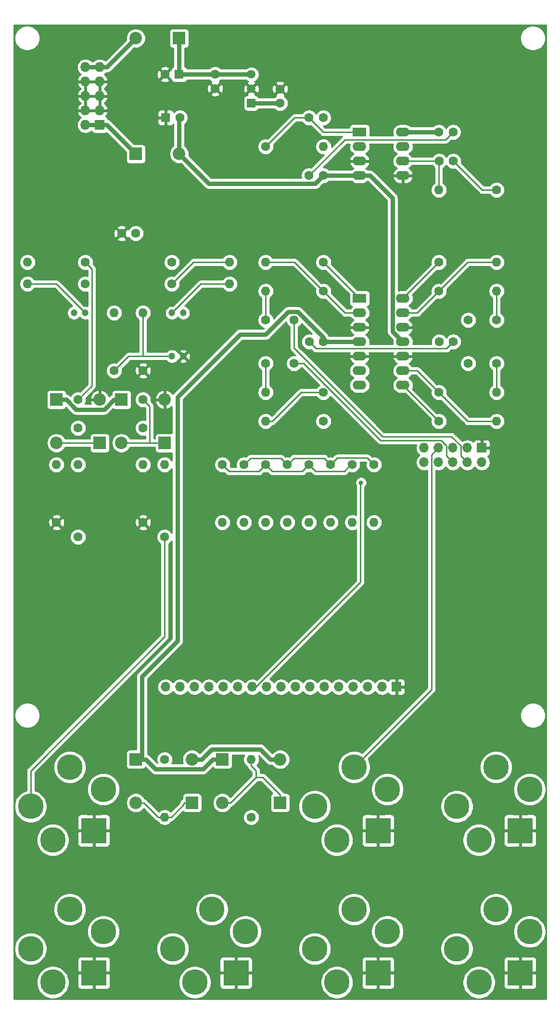
<source format=gbr>
%TF.GenerationSoftware,KiCad,Pcbnew,5.1.9-73d0e3b20d~88~ubuntu20.04.1*%
%TF.CreationDate,2021-04-01T10:52:14-04:00*%
%TF.ProjectId,ao_output,616f5f6f-7574-4707-9574-2e6b69636164,rev?*%
%TF.SameCoordinates,Original*%
%TF.FileFunction,Copper,L2,Bot*%
%TF.FilePolarity,Positive*%
%FSLAX46Y46*%
G04 Gerber Fmt 4.6, Leading zero omitted, Abs format (unit mm)*
G04 Created by KiCad (PCBNEW 5.1.9-73d0e3b20d~88~ubuntu20.04.1) date 2021-04-01 10:52:14*
%MOMM*%
%LPD*%
G01*
G04 APERTURE LIST*
%TA.AperFunction,ComponentPad*%
%ADD10C,1.600000*%
%TD*%
%TA.AperFunction,ComponentPad*%
%ADD11O,1.600000X1.600000*%
%TD*%
%TA.AperFunction,ComponentPad*%
%ADD12O,2.200000X2.200000*%
%TD*%
%TA.AperFunction,ComponentPad*%
%ADD13R,2.200000X2.200000*%
%TD*%
%TA.AperFunction,ComponentPad*%
%ADD14R,1.600000X1.600000*%
%TD*%
%TA.AperFunction,ComponentPad*%
%ADD15C,1.200000*%
%TD*%
%TA.AperFunction,ComponentPad*%
%ADD16O,1.727200X1.727200*%
%TD*%
%TA.AperFunction,ComponentPad*%
%ADD17R,1.727200X1.727200*%
%TD*%
%TA.AperFunction,ComponentPad*%
%ADD18O,2.400000X1.600000*%
%TD*%
%TA.AperFunction,ComponentPad*%
%ADD19R,2.400000X1.600000*%
%TD*%
%TA.AperFunction,ComponentPad*%
%ADD20O,1.700000X1.700000*%
%TD*%
%TA.AperFunction,ComponentPad*%
%ADD21R,1.700000X1.700000*%
%TD*%
%TA.AperFunction,ComponentPad*%
%ADD22R,1.500000X1.500000*%
%TD*%
%TA.AperFunction,ComponentPad*%
%ADD23C,1.500000*%
%TD*%
%TA.AperFunction,ComponentPad*%
%ADD24C,4.500001*%
%TD*%
%TA.AperFunction,ComponentPad*%
%ADD25C,4.500000*%
%TD*%
%TA.AperFunction,ComponentPad*%
%ADD26R,4.500001X4.500001*%
%TD*%
%TA.AperFunction,ViaPad*%
%ADD27C,0.800000*%
%TD*%
%TA.AperFunction,Conductor*%
%ADD28C,0.750000*%
%TD*%
%TA.AperFunction,Conductor*%
%ADD29C,0.250000*%
%TD*%
%TA.AperFunction,Conductor*%
%ADD30C,0.254000*%
%TD*%
%TA.AperFunction,Conductor*%
%ADD31C,0.100000*%
%TD*%
G04 APERTURE END LIST*
D10*
%TO.P,R11,1*%
%TO.N,Net-(C5-Pad2)*%
X88900000Y-90450000D03*
D11*
%TO.P,R11,2*%
%TO.N,CH2LX*%
X88900000Y-100610000D03*
%TD*%
D10*
%TO.P,R8,1*%
%TO.N,CH4X*%
X107950000Y-54890000D03*
D11*
%TO.P,R8,2*%
%TO.N,Net-(R4-Pad1)*%
X118110000Y-54890000D03*
%TD*%
D10*
%TO.P,C1,2*%
%TO.N,IN1AX*%
X82470000Y-65050000D03*
%TO.P,C1,1*%
%TO.N,Net-(C1-Pad1)*%
X77470000Y-65050000D03*
%TD*%
%TO.P,C11,2*%
%TO.N,Net-(C11-Pad2)*%
X55880000Y-84020000D03*
%TO.P,C11,1*%
%TO.N,Net-(C11-Pad1)*%
X55880000Y-79020000D03*
%TD*%
%TO.P,C10,2*%
%TO.N,Net-(C10-Pad2)*%
X44450000Y-84020000D03*
%TO.P,C10,1*%
%TO.N,Net-(C10-Pad1)*%
X44450000Y-79020000D03*
%TD*%
%TO.P,R3,1*%
%TO.N,Net-(R3-Pad1)*%
X107950000Y-77750000D03*
D11*
%TO.P,R3,2*%
%TO.N,Net-(C3-Pad1)*%
X118110000Y-77750000D03*
%TD*%
D10*
%TO.P,R9,1*%
%TO.N,Net-(C5-Pad2)*%
X96520000Y-90450000D03*
D11*
%TO.P,R9,2*%
%TO.N,CH1LX*%
X96520000Y-100610000D03*
%TD*%
D10*
%TO.P,R7,1*%
%TO.N,CH3X*%
X107950000Y-82830000D03*
D11*
%TO.P,R7,2*%
%TO.N,Net-(R3-Pad1)*%
X118110000Y-82830000D03*
%TD*%
D12*
%TO.P,D2,2*%
%TO.N,-12V*%
X80010000Y-142240000D03*
D13*
%TO.P,D2,1*%
%TO.N,PHONESLX*%
X80010000Y-149860000D03*
%TD*%
D12*
%TO.P,D8,2*%
%TO.N,GND*%
X59690000Y-79020000D03*
D13*
%TO.P,D8,1*%
%TO.N,Net-(C11-Pad1)*%
X59690000Y-86640000D03*
%TD*%
D12*
%TO.P,D7,2*%
%TO.N,Net-(C11-Pad1)*%
X52070000Y-86640000D03*
D13*
%TO.P,D7,1*%
%TO.N,+5V*%
X52070000Y-79020000D03*
%TD*%
D10*
%TO.P,R25,1*%
%TO.N,GND*%
X40640000Y-100610000D03*
D11*
%TO.P,R25,2*%
%TO.N,Net-(C10-Pad2)*%
X40640000Y-90450000D03*
%TD*%
D12*
%TO.P,D4,2*%
%TO.N,-12V*%
X64500000Y-142240000D03*
D13*
%TO.P,D4,1*%
%TO.N,PHONESRX*%
X64500000Y-149860000D03*
%TD*%
D12*
%TO.P,D9,2*%
%TO.N,/Pot boards and power/+12_IN*%
X54610000Y-15520000D03*
D13*
%TO.P,D9,1*%
%TO.N,+12V*%
X62230000Y-15520000D03*
%TD*%
D12*
%TO.P,D10,2*%
%TO.N,-12V*%
X62230000Y-35840000D03*
D13*
%TO.P,D10,1*%
%TO.N,/Pot boards and power/-12_IN*%
X54610000Y-35840000D03*
%TD*%
D10*
%TO.P,C13,2*%
%TO.N,-12V*%
X62365241Y-29490000D03*
D14*
%TO.P,C13,1*%
%TO.N,GND*%
X59865241Y-29490000D03*
%TD*%
D10*
%TO.P,C14,2*%
%TO.N,Net-(C14-Pad2)*%
X85130000Y-68860000D03*
%TO.P,C14,1*%
%TO.N,+12V*%
X87630000Y-68860000D03*
%TD*%
%TO.P,R5,1*%
%TO.N,CH1X*%
X87630000Y-54890000D03*
D11*
%TO.P,R5,2*%
%TO.N,Net-(R1-Pad1)*%
X77470000Y-54890000D03*
%TD*%
D10*
%TO.P,R16,1*%
%TO.N,Net-(C6-Pad2)*%
X69850000Y-90450000D03*
D11*
%TO.P,R16,2*%
%TO.N,CH4RX*%
X69850000Y-100610000D03*
%TD*%
D10*
%TO.P,R2,1*%
%TO.N,Net-(R2-Pad1)*%
X87630000Y-77750000D03*
D11*
%TO.P,R2,2*%
%TO.N,Net-(C2-Pad1)*%
X77470000Y-77750000D03*
%TD*%
D10*
%TO.P,R15,1*%
%TO.N,Net-(C5-Pad2)*%
X73660000Y-90450000D03*
D11*
%TO.P,R15,2*%
%TO.N,CH4LX*%
X73660000Y-100610000D03*
%TD*%
D10*
%TO.P,R12,1*%
%TO.N,Net-(C6-Pad2)*%
X85090000Y-90450000D03*
D11*
%TO.P,R12,2*%
%TO.N,CH2RX*%
X85090000Y-100610000D03*
%TD*%
D15*
%TO.P,C8,2*%
%TO.N,PHONESRAX*%
X62960000Y-63780000D03*
%TO.P,C8,1*%
%TO.N,Net-(C8-Pad1)*%
X60960000Y-63780000D03*
%TD*%
D10*
%TO.P,C17,2*%
%TO.N,-12V*%
X87590000Y-39650000D03*
%TO.P,C17,1*%
%TO.N,Net-(C16-Pad2)*%
X85090000Y-39650000D03*
%TD*%
D16*
%TO.P,J10,10*%
%TO.N,/Pot boards and power/+12_IN*%
X45720000Y-20600000D03*
%TO.P,J10,9*%
X48260000Y-20600000D03*
%TO.P,J10,8*%
%TO.N,GND*%
X45720000Y-23140000D03*
%TO.P,J10,7*%
X48260000Y-23140000D03*
%TO.P,J10,6*%
X45720000Y-25680000D03*
%TO.P,J10,5*%
X48260000Y-25680000D03*
%TO.P,J10,4*%
X45720000Y-28220000D03*
%TO.P,J10,3*%
X48260000Y-28220000D03*
%TO.P,J10,2*%
%TO.N,/Pot boards and power/-12_IN*%
X45720000Y-30760000D03*
D17*
%TO.P,J10,1*%
X48260000Y-30760000D03*
%TD*%
D12*
%TO.P,D1,2*%
%TO.N,PHONESLX*%
X69850000Y-149860000D03*
D13*
%TO.P,D1,1*%
%TO.N,+12V*%
X69850000Y-142240000D03*
%TD*%
D10*
%TO.P,C18,2*%
%TO.N,GND*%
X68580000Y-24370000D03*
%TO.P,C18,1*%
%TO.N,+12V*%
X68580000Y-21870000D03*
%TD*%
%TO.P,C4,2*%
%TO.N,IN4AX*%
X113110000Y-65050000D03*
%TO.P,C4,1*%
%TO.N,Net-(C4-Pad1)*%
X118110000Y-65050000D03*
%TD*%
%TO.P,R13,1*%
%TO.N,Net-(C5-Pad2)*%
X81280000Y-90450000D03*
D11*
%TO.P,R13,2*%
%TO.N,CH3LX*%
X81280000Y-100610000D03*
%TD*%
D15*
%TO.P,C9,2*%
%TO.N,GND*%
X62960000Y-71400000D03*
%TO.P,C9,1*%
%TO.N,Net-(C9-Pad1)*%
X60960000Y-71400000D03*
%TD*%
D18*
%TO.P,U1,14*%
%TO.N,CH4X*%
X101600000Y-61240000D03*
%TO.P,U1,7*%
%TO.N,CH2X*%
X93980000Y-76480000D03*
%TO.P,U1,13*%
%TO.N,Net-(R4-Pad1)*%
X101600000Y-63780000D03*
%TO.P,U1,6*%
%TO.N,Net-(R2-Pad1)*%
X93980000Y-73940000D03*
%TO.P,U1,12*%
%TO.N,GND*%
X101600000Y-66320000D03*
%TO.P,U1,5*%
X93980000Y-71400000D03*
%TO.P,U1,11*%
%TO.N,-12V*%
X101600000Y-68860000D03*
%TO.P,U1,4*%
%TO.N,+12V*%
X93980000Y-68860000D03*
%TO.P,U1,10*%
%TO.N,GND*%
X101600000Y-71400000D03*
%TO.P,U1,3*%
X93980000Y-66320000D03*
%TO.P,U1,9*%
%TO.N,Net-(R3-Pad1)*%
X101600000Y-73940000D03*
%TO.P,U1,2*%
%TO.N,Net-(R1-Pad1)*%
X93980000Y-63780000D03*
%TO.P,U1,8*%
%TO.N,CH3X*%
X101600000Y-76480000D03*
D19*
%TO.P,U1,1*%
%TO.N,CH1X*%
X93980000Y-61240000D03*
%TD*%
D10*
%TO.P,R29,1*%
%TO.N,/OUTL*%
X74930000Y-152400000D03*
D11*
%TO.P,R29,2*%
%TO.N,PHONESLX*%
X74930000Y-142240000D03*
%TD*%
D10*
%TO.P,C6,2*%
%TO.N,Net-(C6-Pad2)*%
X107990000Y-37110000D03*
%TO.P,C6,1*%
%TO.N,PHONESRX*%
X110490000Y-37110000D03*
%TD*%
%TO.P,R30,1*%
%TO.N,/OUTR*%
X59690000Y-142240000D03*
D11*
%TO.P,R30,2*%
%TO.N,PHONESRX*%
X59690000Y-152400000D03*
%TD*%
D12*
%TO.P,D6,2*%
%TO.N,GND*%
X48260000Y-79020000D03*
D13*
%TO.P,D6,1*%
%TO.N,Net-(C10-Pad1)*%
X48260000Y-86640000D03*
%TD*%
D10*
%TO.P,C16,2*%
%TO.N,Net-(C16-Pad2)*%
X110450000Y-32030000D03*
%TO.P,C16,1*%
%TO.N,+12V*%
X107950000Y-32030000D03*
%TD*%
D15*
%TO.P,C7,2*%
%TO.N,PHONESLAX*%
X43720000Y-63780000D03*
%TO.P,C7,1*%
%TO.N,Net-(C7-Pad1)*%
X45720000Y-63780000D03*
%TD*%
D12*
%TO.P,D5,2*%
%TO.N,Net-(C10-Pad1)*%
X40640000Y-86640000D03*
D13*
%TO.P,D5,1*%
%TO.N,+5V*%
X40640000Y-79020000D03*
%TD*%
D18*
%TO.P,U2,8*%
%TO.N,+12V*%
X101600000Y-32030000D03*
%TO.P,U2,4*%
%TO.N,-12V*%
X93980000Y-39650000D03*
%TO.P,U2,7*%
%TO.N,PHONESRX*%
X101600000Y-34570000D03*
%TO.P,U2,3*%
%TO.N,GND*%
X93980000Y-37110000D03*
%TO.P,U2,6*%
%TO.N,Net-(C6-Pad2)*%
X101600000Y-37110000D03*
%TO.P,U2,2*%
%TO.N,Net-(C5-Pad2)*%
X93980000Y-34570000D03*
%TO.P,U2,5*%
%TO.N,GND*%
X101600000Y-39650000D03*
D19*
%TO.P,U2,1*%
%TO.N,PHONESLX*%
X93980000Y-32030000D03*
%TD*%
D10*
%TO.P,C2,2*%
%TO.N,IN2AX*%
X82470000Y-72670000D03*
%TO.P,C2,1*%
%TO.N,Net-(C2-Pad1)*%
X77470000Y-72670000D03*
%TD*%
%TO.P,R21,1*%
%TO.N,Net-(R21-Pad1)*%
X45720000Y-58700000D03*
D11*
%TO.P,R21,2*%
%TO.N,Net-(C7-Pad1)*%
X35560000Y-58700000D03*
%TD*%
D10*
%TO.P,C15,2*%
%TO.N,-12V*%
X107990000Y-68860000D03*
%TO.P,C15,1*%
%TO.N,Net-(C14-Pad2)*%
X110490000Y-68860000D03*
%TD*%
D20*
%TO.P,J1,10*%
%TO.N,IN4AX*%
X105340000Y-90040000D03*
%TO.P,J1,9*%
%TO.N,IN4X*%
X105340000Y-87500000D03*
%TO.P,J1,8*%
%TO.N,IN3AX*%
X107880000Y-90040000D03*
%TO.P,J1,7*%
%TO.N,IN3X*%
X107880000Y-87500000D03*
%TO.P,J1,6*%
%TO.N,IN2AX*%
X110420000Y-90040000D03*
%TO.P,J1,5*%
%TO.N,IN2X*%
X110420000Y-87500000D03*
%TO.P,J1,4*%
%TO.N,IN1AX*%
X112960000Y-90040000D03*
%TO.P,J1,3*%
%TO.N,IN1X*%
X112960000Y-87500000D03*
%TO.P,J1,2*%
%TO.N,Net-(J1-Pad2)*%
X115500000Y-90040000D03*
D21*
%TO.P,J1,1*%
%TO.N,GND*%
X115500000Y-87500000D03*
%TD*%
D10*
%TO.P,R17,1*%
%TO.N,PHONESLX*%
X77470000Y-34570000D03*
D11*
%TO.P,R17,2*%
%TO.N,Net-(C5-Pad2)*%
X87630000Y-34570000D03*
%TD*%
D10*
%TO.P,R23,1*%
%TO.N,Net-(C10-Pad1)*%
X45720000Y-54890000D03*
D11*
%TO.P,R23,2*%
%TO.N,Net-(R21-Pad1)*%
X35560000Y-54890000D03*
%TD*%
D10*
%TO.P,R6,1*%
%TO.N,CH2X*%
X87630000Y-82830000D03*
D11*
%TO.P,R6,2*%
%TO.N,Net-(R2-Pad1)*%
X77470000Y-82830000D03*
%TD*%
D10*
%TO.P,C20,2*%
%TO.N,GND*%
X52110000Y-49810000D03*
%TO.P,C20,1*%
%TO.N,+5V*%
X54610000Y-49810000D03*
%TD*%
D11*
%TO.P,R28,2*%
%TO.N,Net-(C11-Pad2)*%
X59690000Y-90450000D03*
D10*
%TO.P,R28,1*%
%TO.N,/PHONESR*%
X59690000Y-103150000D03*
%TD*%
%TO.P,C3,2*%
%TO.N,IN3AX*%
X113110000Y-72670000D03*
%TO.P,C3,1*%
%TO.N,Net-(C3-Pad1)*%
X118110000Y-72670000D03*
%TD*%
%TO.P,R10,1*%
%TO.N,Net-(C6-Pad2)*%
X92710000Y-90450000D03*
D11*
%TO.P,R10,2*%
%TO.N,CH1RX*%
X92710000Y-100610000D03*
%TD*%
D10*
%TO.P,R20,1*%
%TO.N,GND*%
X55880000Y-73940000D03*
D11*
%TO.P,R20,2*%
%TO.N,Net-(C9-Pad1)*%
X55880000Y-63780000D03*
%TD*%
D10*
%TO.P,C5,2*%
%TO.N,Net-(C5-Pad2)*%
X87590000Y-29490000D03*
%TO.P,C5,1*%
%TO.N,PHONESLX*%
X85090000Y-29490000D03*
%TD*%
%TO.P,R26,1*%
%TO.N,GND*%
X55880000Y-100610000D03*
D11*
%TO.P,R26,2*%
%TO.N,Net-(C11-Pad2)*%
X55880000Y-90450000D03*
%TD*%
D10*
%TO.P,R18,1*%
%TO.N,PHONESRX*%
X118110000Y-42190000D03*
D11*
%TO.P,R18,2*%
%TO.N,Net-(C6-Pad2)*%
X107950000Y-42190000D03*
%TD*%
D10*
%TO.P,R19,1*%
%TO.N,Net-(C9-Pad1)*%
X50800000Y-73940000D03*
D11*
%TO.P,R19,2*%
%TO.N,+5V*%
X50800000Y-63780000D03*
%TD*%
D10*
%TO.P,C19,2*%
%TO.N,GND*%
X80010000Y-24450000D03*
%TO.P,C19,1*%
%TO.N,+5V*%
X80010000Y-26950000D03*
%TD*%
D22*
%TO.P,U4,1*%
%TO.N,+5V*%
X74930000Y-26950000D03*
D23*
%TO.P,U4,3*%
%TO.N,+12V*%
X74930000Y-21870000D03*
%TO.P,U4,2*%
%TO.N,GND*%
X74930000Y-24410000D03*
%TD*%
D12*
%TO.P,D3,2*%
%TO.N,PHONESRX*%
X54610000Y-149860000D03*
D13*
%TO.P,D3,1*%
%TO.N,+12V*%
X54610000Y-142240000D03*
%TD*%
D10*
%TO.P,R24,1*%
%TO.N,Net-(C11-Pad1)*%
X60960000Y-54890000D03*
D11*
%TO.P,R24,2*%
%TO.N,Net-(R22-Pad1)*%
X71120000Y-54890000D03*
%TD*%
D10*
%TO.P,R14,1*%
%TO.N,Net-(C6-Pad2)*%
X77470000Y-90450000D03*
D11*
%TO.P,R14,2*%
%TO.N,CH3RX*%
X77470000Y-100610000D03*
%TD*%
D10*
%TO.P,R4,1*%
%TO.N,Net-(R4-Pad1)*%
X107950000Y-59970000D03*
D11*
%TO.P,R4,2*%
%TO.N,Net-(C4-Pad1)*%
X118110000Y-59970000D03*
%TD*%
D10*
%TO.P,R22,1*%
%TO.N,Net-(R22-Pad1)*%
X60960000Y-58700000D03*
D11*
%TO.P,R22,2*%
%TO.N,Net-(C8-Pad1)*%
X71120000Y-58700000D03*
%TD*%
%TO.P,R27,2*%
%TO.N,Net-(C10-Pad2)*%
X44450000Y-90450000D03*
D10*
%TO.P,R27,1*%
%TO.N,/PHONESL*%
X44450000Y-103150000D03*
%TD*%
%TO.P,R1,1*%
%TO.N,Net-(R1-Pad1)*%
X87630000Y-59970000D03*
D11*
%TO.P,R1,2*%
%TO.N,Net-(C1-Pad1)*%
X77470000Y-59970000D03*
%TD*%
D24*
%TO.P,J5,RN*%
%TO.N,N/C*%
X90000000Y-156400000D03*
D25*
%TO.P,J5,TN*%
X98900000Y-147500000D03*
D24*
%TO.P,J5,R*%
X86100000Y-150500000D03*
D26*
%TO.P,J5,S*%
%TO.N,GND*%
X97240000Y-154740000D03*
D25*
%TO.P,J5,T*%
%TO.N,IN3X*%
X93000000Y-143600000D03*
%TD*%
D24*
%TO.P,J4,RN*%
%TO.N,N/C*%
X115000000Y-181400000D03*
D25*
%TO.P,J4,TN*%
X123900000Y-172500000D03*
D24*
%TO.P,J4,R*%
X111100000Y-175500000D03*
D26*
%TO.P,J4,S*%
%TO.N,GND*%
X122240000Y-179740000D03*
D25*
%TO.P,J4,T*%
%TO.N,IN2X*%
X118000000Y-168600000D03*
%TD*%
D24*
%TO.P,J7,RN*%
%TO.N,N/C*%
X65000000Y-181400000D03*
D25*
%TO.P,J7,TN*%
X73900000Y-172500000D03*
D24*
%TO.P,J7,R*%
X61100000Y-175500000D03*
D26*
%TO.P,J7,S*%
%TO.N,GND*%
X72240000Y-179740000D03*
D25*
%TO.P,J7,T*%
%TO.N,/OUTL*%
X68000000Y-168600000D03*
%TD*%
D20*
%TO.P,J2,17*%
%TO.N,PHONESRAX*%
X59860000Y-129500000D03*
%TO.P,J2,16*%
%TO.N,PHONESRX*%
X62400000Y-129500000D03*
%TO.P,J2,15*%
%TO.N,PHONESLAX*%
X64940000Y-129500000D03*
%TO.P,J2,14*%
%TO.N,PHONESLX*%
X67480000Y-129500000D03*
%TO.P,J2,13*%
%TO.N,CH4RX*%
X70020000Y-129500000D03*
%TO.P,J2,12*%
%TO.N,CH4LX*%
X72560000Y-129500000D03*
%TO.P,J2,11*%
%TO.N,CH4X*%
X75100000Y-129500000D03*
%TO.P,J2,10*%
%TO.N,CH3RX*%
X77640000Y-129500000D03*
%TO.P,J2,9*%
%TO.N,CH3LX*%
X80180000Y-129500000D03*
%TO.P,J2,8*%
%TO.N,CH3X*%
X82720000Y-129500000D03*
%TO.P,J2,7*%
%TO.N,CH2RX*%
X85260000Y-129500000D03*
%TO.P,J2,6*%
%TO.N,CH2LX*%
X87800000Y-129500000D03*
%TO.P,J2,5*%
%TO.N,CH2X*%
X90340000Y-129500000D03*
%TO.P,J2,4*%
%TO.N,CH1RX*%
X92880000Y-129500000D03*
%TO.P,J2,3*%
%TO.N,CH1LX*%
X95420000Y-129500000D03*
%TO.P,J2,2*%
%TO.N,CH1X*%
X97960000Y-129500000D03*
D21*
%TO.P,J2,1*%
%TO.N,GND*%
X100500000Y-129500000D03*
%TD*%
D10*
%TO.P,C12,2*%
%TO.N,GND*%
X59730000Y-21870000D03*
D14*
%TO.P,C12,1*%
%TO.N,+12V*%
X62230000Y-21870000D03*
%TD*%
D24*
%TO.P,J3,RN*%
%TO.N,N/C*%
X115000000Y-156400000D03*
D25*
%TO.P,J3,TN*%
X123900000Y-147500000D03*
D24*
%TO.P,J3,R*%
X111100000Y-150500000D03*
D26*
%TO.P,J3,S*%
%TO.N,GND*%
X122240000Y-154740000D03*
D25*
%TO.P,J3,T*%
%TO.N,IN1X*%
X118000000Y-143600000D03*
%TD*%
D24*
%TO.P,J9,RN*%
%TO.N,N/C*%
X40000000Y-156400000D03*
D25*
%TO.P,J9,TN*%
X48900000Y-147500000D03*
D24*
%TO.P,J9,R*%
%TO.N,/PHONESR*%
X36100000Y-150500000D03*
D26*
%TO.P,J9,S*%
%TO.N,GND*%
X47240000Y-154740000D03*
D25*
%TO.P,J9,T*%
%TO.N,/PHONESL*%
X43000000Y-143600000D03*
%TD*%
D24*
%TO.P,J6,RN*%
%TO.N,N/C*%
X90000000Y-181400000D03*
D25*
%TO.P,J6,TN*%
X98900000Y-172500000D03*
D24*
%TO.P,J6,R*%
X86100000Y-175500000D03*
D26*
%TO.P,J6,S*%
%TO.N,GND*%
X97240000Y-179740000D03*
D25*
%TO.P,J6,T*%
%TO.N,IN4X*%
X93000000Y-168600000D03*
%TD*%
D24*
%TO.P,J8,RN*%
%TO.N,N/C*%
X40000000Y-181400000D03*
D25*
%TO.P,J8,TN*%
X48900000Y-172500000D03*
D24*
%TO.P,J8,R*%
X36100000Y-175500000D03*
D26*
%TO.P,J8,S*%
%TO.N,GND*%
X47240000Y-179740000D03*
D25*
%TO.P,J8,T*%
%TO.N,/OUTR*%
X43000000Y-168600000D03*
%TD*%
D27*
%TO.N,CH4X*%
X94242900Y-93620200D03*
%TD*%
D28*
%TO.N,+12V*%
X61934900Y-104100000D02*
X61934900Y-121426400D01*
X55707400Y-127653900D02*
X55707400Y-142240000D01*
X87630000Y-68860000D02*
X93980000Y-68860000D01*
X55707400Y-142240000D02*
X56335300Y-142240000D01*
X107950000Y-32030000D02*
X101600000Y-32030000D01*
X61934900Y-121426400D02*
X55707400Y-127653900D01*
X62230000Y-21870000D02*
X62230000Y-16790000D01*
X69850000Y-142240000D02*
X68124700Y-142240000D01*
X66399400Y-143965300D02*
X58060600Y-143965300D01*
X62230000Y-16790000D02*
X62230000Y-15520000D01*
X72930300Y-67590000D02*
X61934900Y-78585400D01*
X61934900Y-78585400D02*
X61934900Y-103926400D01*
X68580000Y-21870000D02*
X74930000Y-21870000D01*
X58060600Y-143965300D02*
X56335300Y-142240000D01*
X83154001Y-63624999D02*
X81435001Y-63624999D01*
X81435001Y-63624999D02*
X77470000Y-67590000D01*
X77470000Y-67590000D02*
X72930300Y-67590000D01*
X87630000Y-68860000D02*
X87630000Y-68100998D01*
X68124700Y-142240000D02*
X66399400Y-143965300D01*
X62230000Y-21870000D02*
X68580000Y-21870000D01*
X87630000Y-68100998D02*
X83154001Y-63624999D01*
X54610000Y-142240000D02*
X55707400Y-142240000D01*
%TO.N,-12V*%
X86164600Y-41075400D02*
X87590000Y-39650000D01*
X101600000Y-68860000D02*
X99774700Y-67034700D01*
X99774700Y-67034700D02*
X99774700Y-43619400D01*
X80010000Y-142240000D02*
X78284700Y-142240000D01*
X62365241Y-29490000D02*
X62230000Y-29625241D01*
X62230000Y-35840000D02*
X67465400Y-41075400D01*
X62230000Y-29625241D02*
X62230000Y-35840000D01*
X67465400Y-41075400D02*
X86204600Y-41075400D01*
X99774700Y-43619400D02*
X95805300Y-39650000D01*
X64500000Y-142240000D02*
X66225300Y-142240000D01*
X93980000Y-39650000D02*
X92154700Y-39650000D01*
X87590000Y-39650000D02*
X92154700Y-39650000D01*
X95805300Y-39650000D02*
X93980000Y-39650000D01*
X68001000Y-140464300D02*
X66225300Y-142240000D01*
X76509000Y-140464300D02*
X68001000Y-140464300D01*
X78284700Y-142240000D02*
X76509000Y-140464300D01*
D29*
%TO.N,Net-(C1-Pad1)*%
X77470000Y-59970000D02*
X77470000Y-65050000D01*
%TO.N,Net-(C2-Pad1)*%
X77470000Y-77750000D02*
X77470000Y-72670000D01*
%TO.N,Net-(C3-Pad1)*%
X118110000Y-72670000D02*
X118110000Y-77750000D01*
%TO.N,Net-(C4-Pad1)*%
X118110000Y-59970000D02*
X118110000Y-65050000D01*
%TO.N,Net-(C5-Pad2)*%
X80154600Y-89324600D02*
X81280000Y-90450000D01*
X74785400Y-89324600D02*
X80154600Y-89324600D01*
X73660000Y-90450000D02*
X74785400Y-89324600D01*
X90071700Y-89278300D02*
X88900000Y-90450000D01*
X95348300Y-89278300D02*
X90071700Y-89278300D01*
X96520000Y-90450000D02*
X95348300Y-89278300D01*
X82439000Y-89291000D02*
X81280000Y-90450000D01*
X87741000Y-89291000D02*
X82439000Y-89291000D01*
X88900000Y-90450000D02*
X87741000Y-89291000D01*
%TO.N,Net-(C6-Pad2)*%
X85090000Y-90450000D02*
X83910700Y-91629300D01*
X86256100Y-91616100D02*
X85090000Y-90450000D01*
X91304200Y-91616100D02*
X86256100Y-91616100D01*
X107990000Y-37110000D02*
X103125300Y-37110000D01*
X103125300Y-37110000D02*
X101600000Y-37110000D01*
X78649300Y-91629300D02*
X77470000Y-90450000D01*
X83910700Y-91629300D02*
X78649300Y-91629300D01*
X92710000Y-90450000D02*
X92470300Y-90450000D01*
X71032600Y-91632600D02*
X69850000Y-90450000D01*
X76287400Y-91632600D02*
X71032600Y-91632600D01*
X77470000Y-90450000D02*
X76287400Y-91632600D01*
X107990000Y-37864900D02*
X107990000Y-37110000D01*
X107990000Y-37110000D02*
X107950000Y-37150000D01*
X107950000Y-37150000D02*
X107950000Y-41064700D01*
X92470300Y-90450000D02*
X91304200Y-91616100D01*
X107950000Y-41064700D02*
X107950000Y-42190000D01*
%TO.N,Net-(C7-Pad1)*%
X40640000Y-58700000D02*
X35560000Y-58700000D01*
X45720000Y-63780000D02*
X40640000Y-58700000D01*
%TO.N,Net-(C8-Pad1)*%
X66040000Y-58700000D02*
X71120000Y-58700000D01*
X60960000Y-63780000D02*
X66040000Y-58700000D01*
%TO.N,Net-(C9-Pad1)*%
X55880000Y-71400000D02*
X55880000Y-63780000D01*
X60960000Y-71400000D02*
X55880000Y-71400000D01*
X53340000Y-71400000D02*
X50800000Y-73940000D01*
X55880000Y-71400000D02*
X53340000Y-71400000D01*
%TO.N,Net-(C10-Pad1)*%
X46863400Y-56033400D02*
X45720000Y-54890000D01*
X46863400Y-76606600D02*
X46863400Y-56033400D01*
X44450000Y-79020000D02*
X46863400Y-76606600D01*
X40640000Y-86640000D02*
X48260000Y-86640000D01*
%TO.N,Net-(C11-Pad1)*%
X57031200Y-80171200D02*
X57031200Y-86640000D01*
X55880000Y-79020000D02*
X57031200Y-80171200D01*
X52070000Y-86640000D02*
X57031200Y-86640000D01*
X57031200Y-86640000D02*
X59690000Y-86640000D01*
%TO.N,Net-(C14-Pad2)*%
X109309600Y-70040400D02*
X110490000Y-68860000D01*
X86310400Y-70040400D02*
X109309600Y-70040400D01*
X85130000Y-68860000D02*
X86310400Y-70040400D01*
%TO.N,Net-(C16-Pad2)*%
X91404700Y-33335300D02*
X85090000Y-39650000D01*
X109144700Y-33335300D02*
X91404700Y-33335300D01*
X110450000Y-32030000D02*
X109144700Y-33335300D01*
D28*
%TO.N,+5V*%
X50776000Y-79020000D02*
X49050700Y-80745300D01*
X49050700Y-80745300D02*
X44090600Y-80745300D01*
X44090600Y-80745300D02*
X42365300Y-79020000D01*
X42365300Y-79020000D02*
X40640000Y-79020000D01*
X80010000Y-26950000D02*
X74930000Y-26950000D01*
X52070000Y-79020000D02*
X50776000Y-79020000D01*
D29*
%TO.N,/PHONESR*%
X59690000Y-103150000D02*
X59690000Y-120650000D01*
X36100000Y-144240000D02*
X36100000Y-150500000D01*
X59690000Y-120650000D02*
X36100000Y-144240000D01*
%TO.N,Net-(R1-Pad1)*%
X91440000Y-63780000D02*
X93980000Y-63780000D01*
X87630000Y-59970000D02*
X91440000Y-63780000D01*
X82550000Y-54890000D02*
X87630000Y-59970000D01*
X77470000Y-54890000D02*
X82550000Y-54890000D01*
%TO.N,Net-(R2-Pad1)*%
X83675300Y-77750000D02*
X78595300Y-82830000D01*
X87630000Y-77750000D02*
X83675300Y-77750000D01*
X77470000Y-82830000D02*
X78595300Y-82830000D01*
%TO.N,Net-(R3-Pad1)*%
X104140000Y-73940000D02*
X101600000Y-73940000D01*
X107950000Y-77750000D02*
X104140000Y-73940000D01*
X113030000Y-82830000D02*
X107950000Y-77750000D01*
X118110000Y-82830000D02*
X113030000Y-82830000D01*
%TO.N,Net-(R4-Pad1)*%
X118110000Y-54890000D02*
X113030000Y-54890000D01*
X104140000Y-63780000D02*
X101600000Y-63780000D01*
X107950000Y-59970000D02*
X104140000Y-63780000D01*
X113030000Y-54890000D02*
X107950000Y-59970000D01*
%TO.N,Net-(R22-Pad1)*%
X64770000Y-54890000D02*
X71120000Y-54890000D01*
X60960000Y-58700000D02*
X64770000Y-54890000D01*
%TO.N,IN1AX*%
X82470000Y-69970000D02*
X98000000Y-85500000D01*
X98000000Y-85500000D02*
X110159002Y-85500000D01*
X111784999Y-88864999D02*
X112960000Y-90040000D01*
X82470000Y-65050000D02*
X82470000Y-69970000D01*
X111784999Y-87125997D02*
X111784999Y-88864999D01*
X110159002Y-85500000D02*
X111784999Y-87125997D01*
%TO.N,IN2AX*%
X97679900Y-86200000D02*
X108319002Y-86200000D01*
X109244999Y-87125997D02*
X109244999Y-88864999D01*
X108319002Y-86200000D02*
X109244999Y-87125997D01*
X82470000Y-72670000D02*
X84149900Y-72670000D01*
X109244999Y-88864999D02*
X110420000Y-90040000D01*
X84149900Y-72670000D02*
X97679900Y-86200000D01*
%TO.N,PHONESLX*%
X85090000Y-29490000D02*
X87630000Y-32030000D01*
X82550000Y-29490000D02*
X85090000Y-29490000D01*
X77470000Y-34570000D02*
X82550000Y-29490000D01*
X87630000Y-32030000D02*
X93980000Y-32030000D01*
X76940800Y-145365500D02*
X75769800Y-145365500D01*
X80010000Y-148434700D02*
X76940800Y-145365500D01*
X75769800Y-145365500D02*
X71275300Y-149860000D01*
X80010000Y-149860000D02*
X80010000Y-148434700D01*
X74930000Y-142240000D02*
X74930000Y-143365300D01*
X69850000Y-149860000D02*
X71275300Y-149860000D01*
X75769800Y-144205100D02*
X75769800Y-145365500D01*
X74930000Y-143365300D02*
X75769800Y-144205100D01*
%TO.N,PHONESRX*%
X56035300Y-149870600D02*
X58564700Y-152400000D01*
X56035300Y-149860000D02*
X56035300Y-149870600D01*
X59690000Y-152400000D02*
X58564700Y-152400000D01*
X54610000Y-149860000D02*
X56035300Y-149860000D01*
X63074700Y-150140600D02*
X60815300Y-152400000D01*
X63074700Y-149860000D02*
X63074700Y-150140600D01*
X59690000Y-152400000D02*
X60815300Y-152400000D01*
X64500000Y-149860000D02*
X63074700Y-149860000D01*
X115570000Y-42190000D02*
X110490000Y-37110000D01*
X118110000Y-42190000D02*
X115570000Y-42190000D01*
%TO.N,IN3X*%
X106647700Y-88700000D02*
X106647700Y-129952300D01*
X106647700Y-129952300D02*
X93000000Y-143600000D01*
X107880000Y-87500000D02*
X106647700Y-88732300D01*
%TO.N,CH4X*%
X75740100Y-129500000D02*
X94119900Y-111120200D01*
X101600000Y-61240000D02*
X107950000Y-54890000D01*
X75100000Y-129500000D02*
X75740100Y-129500000D01*
X94119900Y-93620200D02*
X94242900Y-93620200D01*
X94119900Y-111120200D02*
X94119900Y-93743200D01*
X94119900Y-93743200D02*
X94242900Y-93620200D01*
%TO.N,CH3X*%
X101600000Y-76480000D02*
X107950000Y-82830000D01*
%TO.N,CH1X*%
X93980000Y-61240000D02*
X92710000Y-59970000D01*
X92710000Y-59970000D02*
X87630000Y-54890000D01*
D28*
%TO.N,/Pot boards and power/+12_IN*%
X48260000Y-20600000D02*
X45720000Y-20600000D01*
X49530000Y-20600000D02*
X48260000Y-20600000D01*
X54610000Y-15520000D02*
X49530000Y-20600000D01*
%TO.N,/Pot boards and power/-12_IN*%
X48260000Y-30760000D02*
X45720000Y-30760000D01*
X54610000Y-35840000D02*
X49530000Y-30760000D01*
X49530000Y-30760000D02*
X48260000Y-30760000D01*
%TD*%
D30*
%TO.N,GND*%
X126815001Y-184315000D02*
X33185000Y-184315000D01*
X33185000Y-181115852D01*
X37115000Y-181115852D01*
X37115000Y-181684148D01*
X37225869Y-182241523D01*
X37443346Y-182766560D01*
X37759074Y-183239080D01*
X38160920Y-183640926D01*
X38633440Y-183956654D01*
X39158477Y-184174131D01*
X39715852Y-184285000D01*
X40284148Y-184285000D01*
X40841523Y-184174131D01*
X41366560Y-183956654D01*
X41839080Y-183640926D01*
X42240926Y-183239080D01*
X42556654Y-182766560D01*
X42774131Y-182241523D01*
X42824162Y-181990000D01*
X44351928Y-181990000D01*
X44364188Y-182114482D01*
X44400498Y-182234180D01*
X44459463Y-182344494D01*
X44538815Y-182441185D01*
X44635506Y-182520537D01*
X44745820Y-182579502D01*
X44865518Y-182615812D01*
X44990000Y-182628072D01*
X46954250Y-182625000D01*
X47113000Y-182466250D01*
X47113000Y-179867000D01*
X47367000Y-179867000D01*
X47367000Y-182466250D01*
X47525750Y-182625000D01*
X49490000Y-182628072D01*
X49614482Y-182615812D01*
X49734180Y-182579502D01*
X49844494Y-182520537D01*
X49941185Y-182441185D01*
X50020537Y-182344494D01*
X50079502Y-182234180D01*
X50115812Y-182114482D01*
X50128072Y-181990000D01*
X50126705Y-181115852D01*
X62115000Y-181115852D01*
X62115000Y-181684148D01*
X62225869Y-182241523D01*
X62443346Y-182766560D01*
X62759074Y-183239080D01*
X63160920Y-183640926D01*
X63633440Y-183956654D01*
X64158477Y-184174131D01*
X64715852Y-184285000D01*
X65284148Y-184285000D01*
X65841523Y-184174131D01*
X66366560Y-183956654D01*
X66839080Y-183640926D01*
X67240926Y-183239080D01*
X67556654Y-182766560D01*
X67774131Y-182241523D01*
X67824162Y-181990000D01*
X69351928Y-181990000D01*
X69364188Y-182114482D01*
X69400498Y-182234180D01*
X69459463Y-182344494D01*
X69538815Y-182441185D01*
X69635506Y-182520537D01*
X69745820Y-182579502D01*
X69865518Y-182615812D01*
X69990000Y-182628072D01*
X71954250Y-182625000D01*
X72113000Y-182466250D01*
X72113000Y-179867000D01*
X72367000Y-179867000D01*
X72367000Y-182466250D01*
X72525750Y-182625000D01*
X74490000Y-182628072D01*
X74614482Y-182615812D01*
X74734180Y-182579502D01*
X74844494Y-182520537D01*
X74941185Y-182441185D01*
X75020537Y-182344494D01*
X75079502Y-182234180D01*
X75115812Y-182114482D01*
X75128072Y-181990000D01*
X75126705Y-181115852D01*
X87115000Y-181115852D01*
X87115000Y-181684148D01*
X87225869Y-182241523D01*
X87443346Y-182766560D01*
X87759074Y-183239080D01*
X88160920Y-183640926D01*
X88633440Y-183956654D01*
X89158477Y-184174131D01*
X89715852Y-184285000D01*
X90284148Y-184285000D01*
X90841523Y-184174131D01*
X91366560Y-183956654D01*
X91839080Y-183640926D01*
X92240926Y-183239080D01*
X92556654Y-182766560D01*
X92774131Y-182241523D01*
X92824162Y-181990000D01*
X94351928Y-181990000D01*
X94364188Y-182114482D01*
X94400498Y-182234180D01*
X94459463Y-182344494D01*
X94538815Y-182441185D01*
X94635506Y-182520537D01*
X94745820Y-182579502D01*
X94865518Y-182615812D01*
X94990000Y-182628072D01*
X96954250Y-182625000D01*
X97113000Y-182466250D01*
X97113000Y-179867000D01*
X97367000Y-179867000D01*
X97367000Y-182466250D01*
X97525750Y-182625000D01*
X99490000Y-182628072D01*
X99614482Y-182615812D01*
X99734180Y-182579502D01*
X99844494Y-182520537D01*
X99941185Y-182441185D01*
X100020537Y-182344494D01*
X100079502Y-182234180D01*
X100115812Y-182114482D01*
X100128072Y-181990000D01*
X100126705Y-181115852D01*
X112115000Y-181115852D01*
X112115000Y-181684148D01*
X112225869Y-182241523D01*
X112443346Y-182766560D01*
X112759074Y-183239080D01*
X113160920Y-183640926D01*
X113633440Y-183956654D01*
X114158477Y-184174131D01*
X114715852Y-184285000D01*
X115284148Y-184285000D01*
X115841523Y-184174131D01*
X116366560Y-183956654D01*
X116839080Y-183640926D01*
X117240926Y-183239080D01*
X117556654Y-182766560D01*
X117774131Y-182241523D01*
X117824162Y-181990000D01*
X119351928Y-181990000D01*
X119364188Y-182114482D01*
X119400498Y-182234180D01*
X119459463Y-182344494D01*
X119538815Y-182441185D01*
X119635506Y-182520537D01*
X119745820Y-182579502D01*
X119865518Y-182615812D01*
X119990000Y-182628072D01*
X121954250Y-182625000D01*
X122113000Y-182466250D01*
X122113000Y-179867000D01*
X122367000Y-179867000D01*
X122367000Y-182466250D01*
X122525750Y-182625000D01*
X124490000Y-182628072D01*
X124614482Y-182615812D01*
X124734180Y-182579502D01*
X124844494Y-182520537D01*
X124941185Y-182441185D01*
X125020537Y-182344494D01*
X125079502Y-182234180D01*
X125115812Y-182114482D01*
X125128072Y-181990000D01*
X125125000Y-180025750D01*
X124966250Y-179867000D01*
X122367000Y-179867000D01*
X122113000Y-179867000D01*
X119513750Y-179867000D01*
X119355000Y-180025750D01*
X119351928Y-181990000D01*
X117824162Y-181990000D01*
X117885000Y-181684148D01*
X117885000Y-181115852D01*
X117774131Y-180558477D01*
X117556654Y-180033440D01*
X117240926Y-179560920D01*
X116839080Y-179159074D01*
X116366560Y-178843346D01*
X115841523Y-178625869D01*
X115284148Y-178515000D01*
X114715852Y-178515000D01*
X114158477Y-178625869D01*
X113633440Y-178843346D01*
X113160920Y-179159074D01*
X112759074Y-179560920D01*
X112443346Y-180033440D01*
X112225869Y-180558477D01*
X112115000Y-181115852D01*
X100126705Y-181115852D01*
X100125000Y-180025750D01*
X99966250Y-179867000D01*
X97367000Y-179867000D01*
X97113000Y-179867000D01*
X94513750Y-179867000D01*
X94355000Y-180025750D01*
X94351928Y-181990000D01*
X92824162Y-181990000D01*
X92885000Y-181684148D01*
X92885000Y-181115852D01*
X92774131Y-180558477D01*
X92556654Y-180033440D01*
X92240926Y-179560920D01*
X91839080Y-179159074D01*
X91366560Y-178843346D01*
X90841523Y-178625869D01*
X90284148Y-178515000D01*
X89715852Y-178515000D01*
X89158477Y-178625869D01*
X88633440Y-178843346D01*
X88160920Y-179159074D01*
X87759074Y-179560920D01*
X87443346Y-180033440D01*
X87225869Y-180558477D01*
X87115000Y-181115852D01*
X75126705Y-181115852D01*
X75125000Y-180025750D01*
X74966250Y-179867000D01*
X72367000Y-179867000D01*
X72113000Y-179867000D01*
X69513750Y-179867000D01*
X69355000Y-180025750D01*
X69351928Y-181990000D01*
X67824162Y-181990000D01*
X67885000Y-181684148D01*
X67885000Y-181115852D01*
X67774131Y-180558477D01*
X67556654Y-180033440D01*
X67240926Y-179560920D01*
X66839080Y-179159074D01*
X66366560Y-178843346D01*
X65841523Y-178625869D01*
X65284148Y-178515000D01*
X64715852Y-178515000D01*
X64158477Y-178625869D01*
X63633440Y-178843346D01*
X63160920Y-179159074D01*
X62759074Y-179560920D01*
X62443346Y-180033440D01*
X62225869Y-180558477D01*
X62115000Y-181115852D01*
X50126705Y-181115852D01*
X50125000Y-180025750D01*
X49966250Y-179867000D01*
X47367000Y-179867000D01*
X47113000Y-179867000D01*
X44513750Y-179867000D01*
X44355000Y-180025750D01*
X44351928Y-181990000D01*
X42824162Y-181990000D01*
X42885000Y-181684148D01*
X42885000Y-181115852D01*
X42774131Y-180558477D01*
X42556654Y-180033440D01*
X42240926Y-179560920D01*
X41839080Y-179159074D01*
X41366560Y-178843346D01*
X40841523Y-178625869D01*
X40284148Y-178515000D01*
X39715852Y-178515000D01*
X39158477Y-178625869D01*
X38633440Y-178843346D01*
X38160920Y-179159074D01*
X37759074Y-179560920D01*
X37443346Y-180033440D01*
X37225869Y-180558477D01*
X37115000Y-181115852D01*
X33185000Y-181115852D01*
X33185000Y-175215852D01*
X33215000Y-175215852D01*
X33215000Y-175784148D01*
X33325869Y-176341523D01*
X33543346Y-176866560D01*
X33859074Y-177339080D01*
X34260920Y-177740926D01*
X34733440Y-178056654D01*
X35258477Y-178274131D01*
X35815852Y-178385000D01*
X36384148Y-178385000D01*
X36941523Y-178274131D01*
X37466560Y-178056654D01*
X37939080Y-177740926D01*
X38190006Y-177490000D01*
X44351928Y-177490000D01*
X44355000Y-179454250D01*
X44513750Y-179613000D01*
X47113000Y-179613000D01*
X47113000Y-177013750D01*
X47367000Y-177013750D01*
X47367000Y-179613000D01*
X49966250Y-179613000D01*
X50125000Y-179454250D01*
X50128072Y-177490000D01*
X50115812Y-177365518D01*
X50079502Y-177245820D01*
X50020537Y-177135506D01*
X49941185Y-177038815D01*
X49844494Y-176959463D01*
X49734180Y-176900498D01*
X49614482Y-176864188D01*
X49490000Y-176851928D01*
X47525750Y-176855000D01*
X47367000Y-177013750D01*
X47113000Y-177013750D01*
X46954250Y-176855000D01*
X44990000Y-176851928D01*
X44865518Y-176864188D01*
X44745820Y-176900498D01*
X44635506Y-176959463D01*
X44538815Y-177038815D01*
X44459463Y-177135506D01*
X44400498Y-177245820D01*
X44364188Y-177365518D01*
X44351928Y-177490000D01*
X38190006Y-177490000D01*
X38340926Y-177339080D01*
X38656654Y-176866560D01*
X38874131Y-176341523D01*
X38985000Y-175784148D01*
X38985000Y-175215852D01*
X38874131Y-174658477D01*
X38656654Y-174133440D01*
X38340926Y-173660920D01*
X37939080Y-173259074D01*
X37466560Y-172943346D01*
X36941523Y-172725869D01*
X36384148Y-172615000D01*
X35815852Y-172615000D01*
X35258477Y-172725869D01*
X34733440Y-172943346D01*
X34260920Y-173259074D01*
X33859074Y-173660920D01*
X33543346Y-174133440D01*
X33325869Y-174658477D01*
X33215000Y-175215852D01*
X33185000Y-175215852D01*
X33185000Y-172215852D01*
X46015000Y-172215852D01*
X46015000Y-172784148D01*
X46125869Y-173341523D01*
X46343346Y-173866560D01*
X46659074Y-174339080D01*
X47060920Y-174740926D01*
X47533440Y-175056654D01*
X48058477Y-175274131D01*
X48615852Y-175385000D01*
X49184148Y-175385000D01*
X49741523Y-175274131D01*
X49882221Y-175215852D01*
X58215000Y-175215852D01*
X58215000Y-175784148D01*
X58325869Y-176341523D01*
X58543346Y-176866560D01*
X58859074Y-177339080D01*
X59260920Y-177740926D01*
X59733440Y-178056654D01*
X60258477Y-178274131D01*
X60815852Y-178385000D01*
X61384148Y-178385000D01*
X61941523Y-178274131D01*
X62466560Y-178056654D01*
X62939080Y-177740926D01*
X63190006Y-177490000D01*
X69351928Y-177490000D01*
X69355000Y-179454250D01*
X69513750Y-179613000D01*
X72113000Y-179613000D01*
X72113000Y-177013750D01*
X72367000Y-177013750D01*
X72367000Y-179613000D01*
X74966250Y-179613000D01*
X75125000Y-179454250D01*
X75128072Y-177490000D01*
X75115812Y-177365518D01*
X75079502Y-177245820D01*
X75020537Y-177135506D01*
X74941185Y-177038815D01*
X74844494Y-176959463D01*
X74734180Y-176900498D01*
X74614482Y-176864188D01*
X74490000Y-176851928D01*
X72525750Y-176855000D01*
X72367000Y-177013750D01*
X72113000Y-177013750D01*
X71954250Y-176855000D01*
X69990000Y-176851928D01*
X69865518Y-176864188D01*
X69745820Y-176900498D01*
X69635506Y-176959463D01*
X69538815Y-177038815D01*
X69459463Y-177135506D01*
X69400498Y-177245820D01*
X69364188Y-177365518D01*
X69351928Y-177490000D01*
X63190006Y-177490000D01*
X63340926Y-177339080D01*
X63656654Y-176866560D01*
X63874131Y-176341523D01*
X63985000Y-175784148D01*
X63985000Y-175215852D01*
X63874131Y-174658477D01*
X63656654Y-174133440D01*
X63340926Y-173660920D01*
X62939080Y-173259074D01*
X62466560Y-172943346D01*
X61941523Y-172725869D01*
X61384148Y-172615000D01*
X60815852Y-172615000D01*
X60258477Y-172725869D01*
X59733440Y-172943346D01*
X59260920Y-173259074D01*
X58859074Y-173660920D01*
X58543346Y-174133440D01*
X58325869Y-174658477D01*
X58215000Y-175215852D01*
X49882221Y-175215852D01*
X50266560Y-175056654D01*
X50739080Y-174740926D01*
X51140926Y-174339080D01*
X51456654Y-173866560D01*
X51674131Y-173341523D01*
X51785000Y-172784148D01*
X51785000Y-172215852D01*
X71015000Y-172215852D01*
X71015000Y-172784148D01*
X71125869Y-173341523D01*
X71343346Y-173866560D01*
X71659074Y-174339080D01*
X72060920Y-174740926D01*
X72533440Y-175056654D01*
X73058477Y-175274131D01*
X73615852Y-175385000D01*
X74184148Y-175385000D01*
X74741523Y-175274131D01*
X74882221Y-175215852D01*
X83215000Y-175215852D01*
X83215000Y-175784148D01*
X83325869Y-176341523D01*
X83543346Y-176866560D01*
X83859074Y-177339080D01*
X84260920Y-177740926D01*
X84733440Y-178056654D01*
X85258477Y-178274131D01*
X85815852Y-178385000D01*
X86384148Y-178385000D01*
X86941523Y-178274131D01*
X87466560Y-178056654D01*
X87939080Y-177740926D01*
X88190006Y-177490000D01*
X94351928Y-177490000D01*
X94355000Y-179454250D01*
X94513750Y-179613000D01*
X97113000Y-179613000D01*
X97113000Y-177013750D01*
X97367000Y-177013750D01*
X97367000Y-179613000D01*
X99966250Y-179613000D01*
X100125000Y-179454250D01*
X100128072Y-177490000D01*
X100115812Y-177365518D01*
X100079502Y-177245820D01*
X100020537Y-177135506D01*
X99941185Y-177038815D01*
X99844494Y-176959463D01*
X99734180Y-176900498D01*
X99614482Y-176864188D01*
X99490000Y-176851928D01*
X97525750Y-176855000D01*
X97367000Y-177013750D01*
X97113000Y-177013750D01*
X96954250Y-176855000D01*
X94990000Y-176851928D01*
X94865518Y-176864188D01*
X94745820Y-176900498D01*
X94635506Y-176959463D01*
X94538815Y-177038815D01*
X94459463Y-177135506D01*
X94400498Y-177245820D01*
X94364188Y-177365518D01*
X94351928Y-177490000D01*
X88190006Y-177490000D01*
X88340926Y-177339080D01*
X88656654Y-176866560D01*
X88874131Y-176341523D01*
X88985000Y-175784148D01*
X88985000Y-175215852D01*
X88874131Y-174658477D01*
X88656654Y-174133440D01*
X88340926Y-173660920D01*
X87939080Y-173259074D01*
X87466560Y-172943346D01*
X86941523Y-172725869D01*
X86384148Y-172615000D01*
X85815852Y-172615000D01*
X85258477Y-172725869D01*
X84733440Y-172943346D01*
X84260920Y-173259074D01*
X83859074Y-173660920D01*
X83543346Y-174133440D01*
X83325869Y-174658477D01*
X83215000Y-175215852D01*
X74882221Y-175215852D01*
X75266560Y-175056654D01*
X75739080Y-174740926D01*
X76140926Y-174339080D01*
X76456654Y-173866560D01*
X76674131Y-173341523D01*
X76785000Y-172784148D01*
X76785000Y-172215852D01*
X96015000Y-172215852D01*
X96015000Y-172784148D01*
X96125869Y-173341523D01*
X96343346Y-173866560D01*
X96659074Y-174339080D01*
X97060920Y-174740926D01*
X97533440Y-175056654D01*
X98058477Y-175274131D01*
X98615852Y-175385000D01*
X99184148Y-175385000D01*
X99741523Y-175274131D01*
X99882221Y-175215852D01*
X108215000Y-175215852D01*
X108215000Y-175784148D01*
X108325869Y-176341523D01*
X108543346Y-176866560D01*
X108859074Y-177339080D01*
X109260920Y-177740926D01*
X109733440Y-178056654D01*
X110258477Y-178274131D01*
X110815852Y-178385000D01*
X111384148Y-178385000D01*
X111941523Y-178274131D01*
X112466560Y-178056654D01*
X112939080Y-177740926D01*
X113190006Y-177490000D01*
X119351928Y-177490000D01*
X119355000Y-179454250D01*
X119513750Y-179613000D01*
X122113000Y-179613000D01*
X122113000Y-177013750D01*
X122367000Y-177013750D01*
X122367000Y-179613000D01*
X124966250Y-179613000D01*
X125125000Y-179454250D01*
X125128072Y-177490000D01*
X125115812Y-177365518D01*
X125079502Y-177245820D01*
X125020537Y-177135506D01*
X124941185Y-177038815D01*
X124844494Y-176959463D01*
X124734180Y-176900498D01*
X124614482Y-176864188D01*
X124490000Y-176851928D01*
X122525750Y-176855000D01*
X122367000Y-177013750D01*
X122113000Y-177013750D01*
X121954250Y-176855000D01*
X119990000Y-176851928D01*
X119865518Y-176864188D01*
X119745820Y-176900498D01*
X119635506Y-176959463D01*
X119538815Y-177038815D01*
X119459463Y-177135506D01*
X119400498Y-177245820D01*
X119364188Y-177365518D01*
X119351928Y-177490000D01*
X113190006Y-177490000D01*
X113340926Y-177339080D01*
X113656654Y-176866560D01*
X113874131Y-176341523D01*
X113985000Y-175784148D01*
X113985000Y-175215852D01*
X113874131Y-174658477D01*
X113656654Y-174133440D01*
X113340926Y-173660920D01*
X112939080Y-173259074D01*
X112466560Y-172943346D01*
X111941523Y-172725869D01*
X111384148Y-172615000D01*
X110815852Y-172615000D01*
X110258477Y-172725869D01*
X109733440Y-172943346D01*
X109260920Y-173259074D01*
X108859074Y-173660920D01*
X108543346Y-174133440D01*
X108325869Y-174658477D01*
X108215000Y-175215852D01*
X99882221Y-175215852D01*
X100266560Y-175056654D01*
X100739080Y-174740926D01*
X101140926Y-174339080D01*
X101456654Y-173866560D01*
X101674131Y-173341523D01*
X101785000Y-172784148D01*
X101785000Y-172215852D01*
X121015000Y-172215852D01*
X121015000Y-172784148D01*
X121125869Y-173341523D01*
X121343346Y-173866560D01*
X121659074Y-174339080D01*
X122060920Y-174740926D01*
X122533440Y-175056654D01*
X123058477Y-175274131D01*
X123615852Y-175385000D01*
X124184148Y-175385000D01*
X124741523Y-175274131D01*
X125266560Y-175056654D01*
X125739080Y-174740926D01*
X126140926Y-174339080D01*
X126456654Y-173866560D01*
X126674131Y-173341523D01*
X126785000Y-172784148D01*
X126785000Y-172215852D01*
X126674131Y-171658477D01*
X126456654Y-171133440D01*
X126140926Y-170660920D01*
X125739080Y-170259074D01*
X125266560Y-169943346D01*
X124741523Y-169725869D01*
X124184148Y-169615000D01*
X123615852Y-169615000D01*
X123058477Y-169725869D01*
X122533440Y-169943346D01*
X122060920Y-170259074D01*
X121659074Y-170660920D01*
X121343346Y-171133440D01*
X121125869Y-171658477D01*
X121015000Y-172215852D01*
X101785000Y-172215852D01*
X101674131Y-171658477D01*
X101456654Y-171133440D01*
X101140926Y-170660920D01*
X100739080Y-170259074D01*
X100266560Y-169943346D01*
X99741523Y-169725869D01*
X99184148Y-169615000D01*
X98615852Y-169615000D01*
X98058477Y-169725869D01*
X97533440Y-169943346D01*
X97060920Y-170259074D01*
X96659074Y-170660920D01*
X96343346Y-171133440D01*
X96125869Y-171658477D01*
X96015000Y-172215852D01*
X76785000Y-172215852D01*
X76674131Y-171658477D01*
X76456654Y-171133440D01*
X76140926Y-170660920D01*
X75739080Y-170259074D01*
X75266560Y-169943346D01*
X74741523Y-169725869D01*
X74184148Y-169615000D01*
X73615852Y-169615000D01*
X73058477Y-169725869D01*
X72533440Y-169943346D01*
X72060920Y-170259074D01*
X71659074Y-170660920D01*
X71343346Y-171133440D01*
X71125869Y-171658477D01*
X71015000Y-172215852D01*
X51785000Y-172215852D01*
X51674131Y-171658477D01*
X51456654Y-171133440D01*
X51140926Y-170660920D01*
X50739080Y-170259074D01*
X50266560Y-169943346D01*
X49741523Y-169725869D01*
X49184148Y-169615000D01*
X48615852Y-169615000D01*
X48058477Y-169725869D01*
X47533440Y-169943346D01*
X47060920Y-170259074D01*
X46659074Y-170660920D01*
X46343346Y-171133440D01*
X46125869Y-171658477D01*
X46015000Y-172215852D01*
X33185000Y-172215852D01*
X33185000Y-168315852D01*
X40115000Y-168315852D01*
X40115000Y-168884148D01*
X40225869Y-169441523D01*
X40443346Y-169966560D01*
X40759074Y-170439080D01*
X41160920Y-170840926D01*
X41633440Y-171156654D01*
X42158477Y-171374131D01*
X42715852Y-171485000D01*
X43284148Y-171485000D01*
X43841523Y-171374131D01*
X44366560Y-171156654D01*
X44839080Y-170840926D01*
X45240926Y-170439080D01*
X45556654Y-169966560D01*
X45774131Y-169441523D01*
X45885000Y-168884148D01*
X45885000Y-168315852D01*
X65115000Y-168315852D01*
X65115000Y-168884148D01*
X65225869Y-169441523D01*
X65443346Y-169966560D01*
X65759074Y-170439080D01*
X66160920Y-170840926D01*
X66633440Y-171156654D01*
X67158477Y-171374131D01*
X67715852Y-171485000D01*
X68284148Y-171485000D01*
X68841523Y-171374131D01*
X69366560Y-171156654D01*
X69839080Y-170840926D01*
X70240926Y-170439080D01*
X70556654Y-169966560D01*
X70774131Y-169441523D01*
X70885000Y-168884148D01*
X70885000Y-168315852D01*
X90115000Y-168315852D01*
X90115000Y-168884148D01*
X90225869Y-169441523D01*
X90443346Y-169966560D01*
X90759074Y-170439080D01*
X91160920Y-170840926D01*
X91633440Y-171156654D01*
X92158477Y-171374131D01*
X92715852Y-171485000D01*
X93284148Y-171485000D01*
X93841523Y-171374131D01*
X94366560Y-171156654D01*
X94839080Y-170840926D01*
X95240926Y-170439080D01*
X95556654Y-169966560D01*
X95774131Y-169441523D01*
X95885000Y-168884148D01*
X95885000Y-168315852D01*
X115115000Y-168315852D01*
X115115000Y-168884148D01*
X115225869Y-169441523D01*
X115443346Y-169966560D01*
X115759074Y-170439080D01*
X116160920Y-170840926D01*
X116633440Y-171156654D01*
X117158477Y-171374131D01*
X117715852Y-171485000D01*
X118284148Y-171485000D01*
X118841523Y-171374131D01*
X119366560Y-171156654D01*
X119839080Y-170840926D01*
X120240926Y-170439080D01*
X120556654Y-169966560D01*
X120774131Y-169441523D01*
X120885000Y-168884148D01*
X120885000Y-168315852D01*
X120774131Y-167758477D01*
X120556654Y-167233440D01*
X120240926Y-166760920D01*
X119839080Y-166359074D01*
X119366560Y-166043346D01*
X118841523Y-165825869D01*
X118284148Y-165715000D01*
X117715852Y-165715000D01*
X117158477Y-165825869D01*
X116633440Y-166043346D01*
X116160920Y-166359074D01*
X115759074Y-166760920D01*
X115443346Y-167233440D01*
X115225869Y-167758477D01*
X115115000Y-168315852D01*
X95885000Y-168315852D01*
X95774131Y-167758477D01*
X95556654Y-167233440D01*
X95240926Y-166760920D01*
X94839080Y-166359074D01*
X94366560Y-166043346D01*
X93841523Y-165825869D01*
X93284148Y-165715000D01*
X92715852Y-165715000D01*
X92158477Y-165825869D01*
X91633440Y-166043346D01*
X91160920Y-166359074D01*
X90759074Y-166760920D01*
X90443346Y-167233440D01*
X90225869Y-167758477D01*
X90115000Y-168315852D01*
X70885000Y-168315852D01*
X70774131Y-167758477D01*
X70556654Y-167233440D01*
X70240926Y-166760920D01*
X69839080Y-166359074D01*
X69366560Y-166043346D01*
X68841523Y-165825869D01*
X68284148Y-165715000D01*
X67715852Y-165715000D01*
X67158477Y-165825869D01*
X66633440Y-166043346D01*
X66160920Y-166359074D01*
X65759074Y-166760920D01*
X65443346Y-167233440D01*
X65225869Y-167758477D01*
X65115000Y-168315852D01*
X45885000Y-168315852D01*
X45774131Y-167758477D01*
X45556654Y-167233440D01*
X45240926Y-166760920D01*
X44839080Y-166359074D01*
X44366560Y-166043346D01*
X43841523Y-165825869D01*
X43284148Y-165715000D01*
X42715852Y-165715000D01*
X42158477Y-165825869D01*
X41633440Y-166043346D01*
X41160920Y-166359074D01*
X40759074Y-166760920D01*
X40443346Y-167233440D01*
X40225869Y-167758477D01*
X40115000Y-168315852D01*
X33185000Y-168315852D01*
X33185000Y-156115852D01*
X37115000Y-156115852D01*
X37115000Y-156684148D01*
X37225869Y-157241523D01*
X37443346Y-157766560D01*
X37759074Y-158239080D01*
X38160920Y-158640926D01*
X38633440Y-158956654D01*
X39158477Y-159174131D01*
X39715852Y-159285000D01*
X40284148Y-159285000D01*
X40841523Y-159174131D01*
X41366560Y-158956654D01*
X41839080Y-158640926D01*
X42240926Y-158239080D01*
X42556654Y-157766560D01*
X42774131Y-157241523D01*
X42824162Y-156990000D01*
X44351928Y-156990000D01*
X44364188Y-157114482D01*
X44400498Y-157234180D01*
X44459463Y-157344494D01*
X44538815Y-157441185D01*
X44635506Y-157520537D01*
X44745820Y-157579502D01*
X44865518Y-157615812D01*
X44990000Y-157628072D01*
X46954250Y-157625000D01*
X47113000Y-157466250D01*
X47113000Y-154867000D01*
X47367000Y-154867000D01*
X47367000Y-157466250D01*
X47525750Y-157625000D01*
X49490000Y-157628072D01*
X49614482Y-157615812D01*
X49734180Y-157579502D01*
X49844494Y-157520537D01*
X49941185Y-157441185D01*
X50020537Y-157344494D01*
X50079502Y-157234180D01*
X50115812Y-157114482D01*
X50128072Y-156990000D01*
X50126705Y-156115852D01*
X87115000Y-156115852D01*
X87115000Y-156684148D01*
X87225869Y-157241523D01*
X87443346Y-157766560D01*
X87759074Y-158239080D01*
X88160920Y-158640926D01*
X88633440Y-158956654D01*
X89158477Y-159174131D01*
X89715852Y-159285000D01*
X90284148Y-159285000D01*
X90841523Y-159174131D01*
X91366560Y-158956654D01*
X91839080Y-158640926D01*
X92240926Y-158239080D01*
X92556654Y-157766560D01*
X92774131Y-157241523D01*
X92824162Y-156990000D01*
X94351928Y-156990000D01*
X94364188Y-157114482D01*
X94400498Y-157234180D01*
X94459463Y-157344494D01*
X94538815Y-157441185D01*
X94635506Y-157520537D01*
X94745820Y-157579502D01*
X94865518Y-157615812D01*
X94990000Y-157628072D01*
X96954250Y-157625000D01*
X97113000Y-157466250D01*
X97113000Y-154867000D01*
X97367000Y-154867000D01*
X97367000Y-157466250D01*
X97525750Y-157625000D01*
X99490000Y-157628072D01*
X99614482Y-157615812D01*
X99734180Y-157579502D01*
X99844494Y-157520537D01*
X99941185Y-157441185D01*
X100020537Y-157344494D01*
X100079502Y-157234180D01*
X100115812Y-157114482D01*
X100128072Y-156990000D01*
X100126705Y-156115852D01*
X112115000Y-156115852D01*
X112115000Y-156684148D01*
X112225869Y-157241523D01*
X112443346Y-157766560D01*
X112759074Y-158239080D01*
X113160920Y-158640926D01*
X113633440Y-158956654D01*
X114158477Y-159174131D01*
X114715852Y-159285000D01*
X115284148Y-159285000D01*
X115841523Y-159174131D01*
X116366560Y-158956654D01*
X116839080Y-158640926D01*
X117240926Y-158239080D01*
X117556654Y-157766560D01*
X117774131Y-157241523D01*
X117824162Y-156990000D01*
X119351928Y-156990000D01*
X119364188Y-157114482D01*
X119400498Y-157234180D01*
X119459463Y-157344494D01*
X119538815Y-157441185D01*
X119635506Y-157520537D01*
X119745820Y-157579502D01*
X119865518Y-157615812D01*
X119990000Y-157628072D01*
X121954250Y-157625000D01*
X122113000Y-157466250D01*
X122113000Y-154867000D01*
X122367000Y-154867000D01*
X122367000Y-157466250D01*
X122525750Y-157625000D01*
X124490000Y-157628072D01*
X124614482Y-157615812D01*
X124734180Y-157579502D01*
X124844494Y-157520537D01*
X124941185Y-157441185D01*
X125020537Y-157344494D01*
X125079502Y-157234180D01*
X125115812Y-157114482D01*
X125128072Y-156990000D01*
X125125000Y-155025750D01*
X124966250Y-154867000D01*
X122367000Y-154867000D01*
X122113000Y-154867000D01*
X119513750Y-154867000D01*
X119355000Y-155025750D01*
X119351928Y-156990000D01*
X117824162Y-156990000D01*
X117885000Y-156684148D01*
X117885000Y-156115852D01*
X117774131Y-155558477D01*
X117556654Y-155033440D01*
X117240926Y-154560920D01*
X116839080Y-154159074D01*
X116366560Y-153843346D01*
X115841523Y-153625869D01*
X115284148Y-153515000D01*
X114715852Y-153515000D01*
X114158477Y-153625869D01*
X113633440Y-153843346D01*
X113160920Y-154159074D01*
X112759074Y-154560920D01*
X112443346Y-155033440D01*
X112225869Y-155558477D01*
X112115000Y-156115852D01*
X100126705Y-156115852D01*
X100125000Y-155025750D01*
X99966250Y-154867000D01*
X97367000Y-154867000D01*
X97113000Y-154867000D01*
X94513750Y-154867000D01*
X94355000Y-155025750D01*
X94351928Y-156990000D01*
X92824162Y-156990000D01*
X92885000Y-156684148D01*
X92885000Y-156115852D01*
X92774131Y-155558477D01*
X92556654Y-155033440D01*
X92240926Y-154560920D01*
X91839080Y-154159074D01*
X91366560Y-153843346D01*
X90841523Y-153625869D01*
X90284148Y-153515000D01*
X89715852Y-153515000D01*
X89158477Y-153625869D01*
X88633440Y-153843346D01*
X88160920Y-154159074D01*
X87759074Y-154560920D01*
X87443346Y-155033440D01*
X87225869Y-155558477D01*
X87115000Y-156115852D01*
X50126705Y-156115852D01*
X50125000Y-155025750D01*
X49966250Y-154867000D01*
X47367000Y-154867000D01*
X47113000Y-154867000D01*
X44513750Y-154867000D01*
X44355000Y-155025750D01*
X44351928Y-156990000D01*
X42824162Y-156990000D01*
X42885000Y-156684148D01*
X42885000Y-156115852D01*
X42774131Y-155558477D01*
X42556654Y-155033440D01*
X42240926Y-154560920D01*
X41839080Y-154159074D01*
X41366560Y-153843346D01*
X40841523Y-153625869D01*
X40284148Y-153515000D01*
X39715852Y-153515000D01*
X39158477Y-153625869D01*
X38633440Y-153843346D01*
X38160920Y-154159074D01*
X37759074Y-154560920D01*
X37443346Y-155033440D01*
X37225869Y-155558477D01*
X37115000Y-156115852D01*
X33185000Y-156115852D01*
X33185000Y-150215852D01*
X33215000Y-150215852D01*
X33215000Y-150784148D01*
X33325869Y-151341523D01*
X33543346Y-151866560D01*
X33859074Y-152339080D01*
X34260920Y-152740926D01*
X34733440Y-153056654D01*
X35258477Y-153274131D01*
X35815852Y-153385000D01*
X36384148Y-153385000D01*
X36941523Y-153274131D01*
X37466560Y-153056654D01*
X37939080Y-152740926D01*
X38190006Y-152490000D01*
X44351928Y-152490000D01*
X44355000Y-154454250D01*
X44513750Y-154613000D01*
X47113000Y-154613000D01*
X47113000Y-152013750D01*
X47367000Y-152013750D01*
X47367000Y-154613000D01*
X49966250Y-154613000D01*
X50125000Y-154454250D01*
X50128072Y-152490000D01*
X50115812Y-152365518D01*
X50079502Y-152245820D01*
X50020537Y-152135506D01*
X49941185Y-152038815D01*
X49844494Y-151959463D01*
X49734180Y-151900498D01*
X49614482Y-151864188D01*
X49490000Y-151851928D01*
X47525750Y-151855000D01*
X47367000Y-152013750D01*
X47113000Y-152013750D01*
X46954250Y-151855000D01*
X44990000Y-151851928D01*
X44865518Y-151864188D01*
X44745820Y-151900498D01*
X44635506Y-151959463D01*
X44538815Y-152038815D01*
X44459463Y-152135506D01*
X44400498Y-152245820D01*
X44364188Y-152365518D01*
X44351928Y-152490000D01*
X38190006Y-152490000D01*
X38340926Y-152339080D01*
X38656654Y-151866560D01*
X38874131Y-151341523D01*
X38985000Y-150784148D01*
X38985000Y-150215852D01*
X38874131Y-149658477D01*
X38656654Y-149133440D01*
X38340926Y-148660920D01*
X37939080Y-148259074D01*
X37466560Y-147943346D01*
X36941523Y-147725869D01*
X36860000Y-147709653D01*
X36860000Y-147215852D01*
X46015000Y-147215852D01*
X46015000Y-147784148D01*
X46125869Y-148341523D01*
X46343346Y-148866560D01*
X46659074Y-149339080D01*
X47060920Y-149740926D01*
X47533440Y-150056654D01*
X48058477Y-150274131D01*
X48615852Y-150385000D01*
X49184148Y-150385000D01*
X49741523Y-150274131D01*
X50266560Y-150056654D01*
X50739080Y-149740926D01*
X50790889Y-149689117D01*
X52875000Y-149689117D01*
X52875000Y-150030883D01*
X52941675Y-150366081D01*
X53072463Y-150681831D01*
X53262337Y-150965998D01*
X53504002Y-151207663D01*
X53788169Y-151397537D01*
X54103919Y-151528325D01*
X54439117Y-151595000D01*
X54780883Y-151595000D01*
X55116081Y-151528325D01*
X55431831Y-151397537D01*
X55715998Y-151207663D01*
X55957663Y-150965998D01*
X55997010Y-150907111D01*
X58000901Y-152911003D01*
X58024699Y-152940001D01*
X58140424Y-153034974D01*
X58272453Y-153105546D01*
X58415714Y-153149003D01*
X58468053Y-153154158D01*
X58575363Y-153314759D01*
X58775241Y-153514637D01*
X59010273Y-153671680D01*
X59271426Y-153779853D01*
X59548665Y-153835000D01*
X59831335Y-153835000D01*
X60108574Y-153779853D01*
X60369727Y-153671680D01*
X60604759Y-153514637D01*
X60804637Y-153314759D01*
X60911947Y-153154158D01*
X60964286Y-153149003D01*
X61107547Y-153105546D01*
X61239576Y-153034974D01*
X61355301Y-152940001D01*
X61379104Y-152910997D01*
X62031436Y-152258665D01*
X73495000Y-152258665D01*
X73495000Y-152541335D01*
X73550147Y-152818574D01*
X73658320Y-153079727D01*
X73815363Y-153314759D01*
X74015241Y-153514637D01*
X74250273Y-153671680D01*
X74511426Y-153779853D01*
X74788665Y-153835000D01*
X75071335Y-153835000D01*
X75348574Y-153779853D01*
X75609727Y-153671680D01*
X75844759Y-153514637D01*
X76044637Y-153314759D01*
X76201680Y-153079727D01*
X76309853Y-152818574D01*
X76365000Y-152541335D01*
X76365000Y-152258665D01*
X76309853Y-151981426D01*
X76201680Y-151720273D01*
X76044637Y-151485241D01*
X75844759Y-151285363D01*
X75609727Y-151128320D01*
X75348574Y-151020147D01*
X75071335Y-150965000D01*
X74788665Y-150965000D01*
X74511426Y-151020147D01*
X74250273Y-151128320D01*
X74015241Y-151285363D01*
X73815363Y-151485241D01*
X73658320Y-151720273D01*
X73550147Y-151981426D01*
X73495000Y-152258665D01*
X62031436Y-152258665D01*
X62917308Y-151372794D01*
X62948815Y-151411185D01*
X63045506Y-151490537D01*
X63155820Y-151549502D01*
X63275518Y-151585812D01*
X63400000Y-151598072D01*
X65600000Y-151598072D01*
X65724482Y-151585812D01*
X65844180Y-151549502D01*
X65954494Y-151490537D01*
X66051185Y-151411185D01*
X66130537Y-151314494D01*
X66189502Y-151204180D01*
X66225812Y-151084482D01*
X66238072Y-150960000D01*
X66238072Y-148760000D01*
X66225812Y-148635518D01*
X66189502Y-148515820D01*
X66130537Y-148405506D01*
X66051185Y-148308815D01*
X65954494Y-148229463D01*
X65844180Y-148170498D01*
X65724482Y-148134188D01*
X65600000Y-148121928D01*
X63400000Y-148121928D01*
X63275518Y-148134188D01*
X63155820Y-148170498D01*
X63045506Y-148229463D01*
X62948815Y-148308815D01*
X62869463Y-148405506D01*
X62810498Y-148515820D01*
X62774188Y-148635518D01*
X62761928Y-148760000D01*
X62761928Y-149165425D01*
X62650424Y-149225026D01*
X62534699Y-149319999D01*
X62439726Y-149435724D01*
X62369154Y-149567753D01*
X62325697Y-149711014D01*
X62314358Y-149826140D01*
X60729947Y-151410551D01*
X60604759Y-151285363D01*
X60369727Y-151128320D01*
X60108574Y-151020147D01*
X59831335Y-150965000D01*
X59548665Y-150965000D01*
X59271426Y-151020147D01*
X59010273Y-151128320D01*
X58775241Y-151285363D01*
X58650053Y-151410551D01*
X56647615Y-149408114D01*
X56575301Y-149319999D01*
X56459576Y-149225026D01*
X56327547Y-149154454D01*
X56184286Y-149110997D01*
X56177423Y-149110321D01*
X56147537Y-149038169D01*
X55957663Y-148754002D01*
X55715998Y-148512337D01*
X55431831Y-148322463D01*
X55116081Y-148191675D01*
X54780883Y-148125000D01*
X54439117Y-148125000D01*
X54103919Y-148191675D01*
X53788169Y-148322463D01*
X53504002Y-148512337D01*
X53262337Y-148754002D01*
X53072463Y-149038169D01*
X52941675Y-149353919D01*
X52875000Y-149689117D01*
X50790889Y-149689117D01*
X51140926Y-149339080D01*
X51456654Y-148866560D01*
X51674131Y-148341523D01*
X51785000Y-147784148D01*
X51785000Y-147215852D01*
X51674131Y-146658477D01*
X51456654Y-146133440D01*
X51140926Y-145660920D01*
X50739080Y-145259074D01*
X50266560Y-144943346D01*
X49741523Y-144725869D01*
X49184148Y-144615000D01*
X48615852Y-144615000D01*
X48058477Y-144725869D01*
X47533440Y-144943346D01*
X47060920Y-145259074D01*
X46659074Y-145660920D01*
X46343346Y-146133440D01*
X46125869Y-146658477D01*
X46015000Y-147215852D01*
X36860000Y-147215852D01*
X36860000Y-144554801D01*
X38098949Y-143315852D01*
X40115000Y-143315852D01*
X40115000Y-143884148D01*
X40225869Y-144441523D01*
X40443346Y-144966560D01*
X40759074Y-145439080D01*
X41160920Y-145840926D01*
X41633440Y-146156654D01*
X42158477Y-146374131D01*
X42715852Y-146485000D01*
X43284148Y-146485000D01*
X43841523Y-146374131D01*
X44366560Y-146156654D01*
X44839080Y-145840926D01*
X45240926Y-145439080D01*
X45556654Y-144966560D01*
X45774131Y-144441523D01*
X45885000Y-143884148D01*
X45885000Y-143315852D01*
X45774131Y-142758477D01*
X45556654Y-142233440D01*
X45240926Y-141760920D01*
X44839080Y-141359074D01*
X44366560Y-141043346D01*
X43841523Y-140825869D01*
X43284148Y-140715000D01*
X42715852Y-140715000D01*
X42158477Y-140825869D01*
X41633440Y-141043346D01*
X41160920Y-141359074D01*
X40759074Y-141760920D01*
X40443346Y-142233440D01*
X40225869Y-142758477D01*
X40115000Y-143315852D01*
X38098949Y-143315852D01*
X60201003Y-121213799D01*
X60230001Y-121190001D01*
X60256332Y-121157917D01*
X60324974Y-121074277D01*
X60395546Y-120942247D01*
X60419718Y-120862560D01*
X60439003Y-120798986D01*
X60450000Y-120687333D01*
X60450000Y-120687323D01*
X60453676Y-120650000D01*
X60450000Y-120612677D01*
X60450000Y-104368043D01*
X60604759Y-104264637D01*
X60804637Y-104064759D01*
X60924901Y-103884771D01*
X60924901Y-103976008D01*
X60928564Y-104013195D01*
X60924900Y-104050393D01*
X60924901Y-121008043D01*
X55028306Y-126904639D01*
X54989767Y-126936267D01*
X54863553Y-127090060D01*
X54769769Y-127265520D01*
X54769768Y-127265521D01*
X54712015Y-127455906D01*
X54692514Y-127653900D01*
X54697400Y-127703508D01*
X54697401Y-140501928D01*
X53510000Y-140501928D01*
X53385518Y-140514188D01*
X53265820Y-140550498D01*
X53155506Y-140609463D01*
X53058815Y-140688815D01*
X52979463Y-140785506D01*
X52920498Y-140895820D01*
X52884188Y-141015518D01*
X52871928Y-141140000D01*
X52871928Y-143340000D01*
X52884188Y-143464482D01*
X52920498Y-143584180D01*
X52979463Y-143694494D01*
X53058815Y-143791185D01*
X53155506Y-143870537D01*
X53265820Y-143929502D01*
X53385518Y-143965812D01*
X53510000Y-143978072D01*
X55710000Y-143978072D01*
X55834482Y-143965812D01*
X55954180Y-143929502D01*
X56064494Y-143870537D01*
X56161185Y-143791185D01*
X56240537Y-143694494D01*
X56282651Y-143615706D01*
X57311344Y-144644399D01*
X57342967Y-144682933D01*
X57496760Y-144809147D01*
X57527353Y-144825499D01*
X57672220Y-144902932D01*
X57862605Y-144960685D01*
X58060600Y-144980186D01*
X58110208Y-144975300D01*
X66349792Y-144975300D01*
X66399400Y-144980186D01*
X66597394Y-144960685D01*
X66619092Y-144954103D01*
X66787780Y-144902932D01*
X66963240Y-144809147D01*
X67117033Y-144682933D01*
X67148661Y-144644394D01*
X68177349Y-143615706D01*
X68219463Y-143694494D01*
X68298815Y-143791185D01*
X68395506Y-143870537D01*
X68505820Y-143929502D01*
X68625518Y-143965812D01*
X68750000Y-143978072D01*
X70950000Y-143978072D01*
X71074482Y-143965812D01*
X71194180Y-143929502D01*
X71304494Y-143870537D01*
X71401185Y-143791185D01*
X71480537Y-143694494D01*
X71539502Y-143584180D01*
X71575812Y-143464482D01*
X71588072Y-143340000D01*
X71588072Y-141474300D01*
X73715765Y-141474300D01*
X73658320Y-141560273D01*
X73550147Y-141821426D01*
X73495000Y-142098665D01*
X73495000Y-142381335D01*
X73550147Y-142658574D01*
X73658320Y-142919727D01*
X73815363Y-143154759D01*
X74015241Y-143354637D01*
X74175843Y-143461948D01*
X74180998Y-143514285D01*
X74224454Y-143657546D01*
X74295026Y-143789576D01*
X74361470Y-143870537D01*
X74390000Y-143905301D01*
X74418998Y-143929099D01*
X75009800Y-144519902D01*
X75009801Y-145050697D01*
X71241256Y-148819243D01*
X71197663Y-148754002D01*
X70955998Y-148512337D01*
X70671831Y-148322463D01*
X70356081Y-148191675D01*
X70020883Y-148125000D01*
X69679117Y-148125000D01*
X69343919Y-148191675D01*
X69028169Y-148322463D01*
X68744002Y-148512337D01*
X68502337Y-148754002D01*
X68312463Y-149038169D01*
X68181675Y-149353919D01*
X68115000Y-149689117D01*
X68115000Y-150030883D01*
X68181675Y-150366081D01*
X68312463Y-150681831D01*
X68502337Y-150965998D01*
X68744002Y-151207663D01*
X69028169Y-151397537D01*
X69343919Y-151528325D01*
X69679117Y-151595000D01*
X70020883Y-151595000D01*
X70356081Y-151528325D01*
X70671831Y-151397537D01*
X70955998Y-151207663D01*
X71197663Y-150965998D01*
X71387537Y-150681831D01*
X71417423Y-150609679D01*
X71424286Y-150609003D01*
X71567547Y-150565546D01*
X71699576Y-150494974D01*
X71815301Y-150400001D01*
X71839104Y-150370997D01*
X76084602Y-146125500D01*
X76625999Y-146125500D01*
X78669792Y-148169293D01*
X78665820Y-148170498D01*
X78555506Y-148229463D01*
X78458815Y-148308815D01*
X78379463Y-148405506D01*
X78320498Y-148515820D01*
X78284188Y-148635518D01*
X78271928Y-148760000D01*
X78271928Y-150960000D01*
X78284188Y-151084482D01*
X78320498Y-151204180D01*
X78379463Y-151314494D01*
X78458815Y-151411185D01*
X78555506Y-151490537D01*
X78665820Y-151549502D01*
X78785518Y-151585812D01*
X78910000Y-151598072D01*
X81110000Y-151598072D01*
X81234482Y-151585812D01*
X81354180Y-151549502D01*
X81464494Y-151490537D01*
X81561185Y-151411185D01*
X81640537Y-151314494D01*
X81699502Y-151204180D01*
X81735812Y-151084482D01*
X81748072Y-150960000D01*
X81748072Y-150215852D01*
X83215000Y-150215852D01*
X83215000Y-150784148D01*
X83325869Y-151341523D01*
X83543346Y-151866560D01*
X83859074Y-152339080D01*
X84260920Y-152740926D01*
X84733440Y-153056654D01*
X85258477Y-153274131D01*
X85815852Y-153385000D01*
X86384148Y-153385000D01*
X86941523Y-153274131D01*
X87466560Y-153056654D01*
X87939080Y-152740926D01*
X88190006Y-152490000D01*
X94351928Y-152490000D01*
X94355000Y-154454250D01*
X94513750Y-154613000D01*
X97113000Y-154613000D01*
X97113000Y-152013750D01*
X97367000Y-152013750D01*
X97367000Y-154613000D01*
X99966250Y-154613000D01*
X100125000Y-154454250D01*
X100128072Y-152490000D01*
X100115812Y-152365518D01*
X100079502Y-152245820D01*
X100020537Y-152135506D01*
X99941185Y-152038815D01*
X99844494Y-151959463D01*
X99734180Y-151900498D01*
X99614482Y-151864188D01*
X99490000Y-151851928D01*
X97525750Y-151855000D01*
X97367000Y-152013750D01*
X97113000Y-152013750D01*
X96954250Y-151855000D01*
X94990000Y-151851928D01*
X94865518Y-151864188D01*
X94745820Y-151900498D01*
X94635506Y-151959463D01*
X94538815Y-152038815D01*
X94459463Y-152135506D01*
X94400498Y-152245820D01*
X94364188Y-152365518D01*
X94351928Y-152490000D01*
X88190006Y-152490000D01*
X88340926Y-152339080D01*
X88656654Y-151866560D01*
X88874131Y-151341523D01*
X88985000Y-150784148D01*
X88985000Y-150215852D01*
X88874131Y-149658477D01*
X88656654Y-149133440D01*
X88340926Y-148660920D01*
X87939080Y-148259074D01*
X87466560Y-147943346D01*
X86941523Y-147725869D01*
X86384148Y-147615000D01*
X85815852Y-147615000D01*
X85258477Y-147725869D01*
X84733440Y-147943346D01*
X84260920Y-148259074D01*
X83859074Y-148660920D01*
X83543346Y-149133440D01*
X83325869Y-149658477D01*
X83215000Y-150215852D01*
X81748072Y-150215852D01*
X81748072Y-148760000D01*
X81735812Y-148635518D01*
X81699502Y-148515820D01*
X81640537Y-148405506D01*
X81561185Y-148308815D01*
X81464494Y-148229463D01*
X81354180Y-148170498D01*
X81234482Y-148134188D01*
X81110000Y-148121928D01*
X80704575Y-148121928D01*
X80644974Y-148010424D01*
X80550001Y-147894699D01*
X80521003Y-147870901D01*
X79865954Y-147215852D01*
X96015000Y-147215852D01*
X96015000Y-147784148D01*
X96125869Y-148341523D01*
X96343346Y-148866560D01*
X96659074Y-149339080D01*
X97060920Y-149740926D01*
X97533440Y-150056654D01*
X98058477Y-150274131D01*
X98615852Y-150385000D01*
X99184148Y-150385000D01*
X99741523Y-150274131D01*
X99882221Y-150215852D01*
X108215000Y-150215852D01*
X108215000Y-150784148D01*
X108325869Y-151341523D01*
X108543346Y-151866560D01*
X108859074Y-152339080D01*
X109260920Y-152740926D01*
X109733440Y-153056654D01*
X110258477Y-153274131D01*
X110815852Y-153385000D01*
X111384148Y-153385000D01*
X111941523Y-153274131D01*
X112466560Y-153056654D01*
X112939080Y-152740926D01*
X113190006Y-152490000D01*
X119351928Y-152490000D01*
X119355000Y-154454250D01*
X119513750Y-154613000D01*
X122113000Y-154613000D01*
X122113000Y-152013750D01*
X122367000Y-152013750D01*
X122367000Y-154613000D01*
X124966250Y-154613000D01*
X125125000Y-154454250D01*
X125128072Y-152490000D01*
X125115812Y-152365518D01*
X125079502Y-152245820D01*
X125020537Y-152135506D01*
X124941185Y-152038815D01*
X124844494Y-151959463D01*
X124734180Y-151900498D01*
X124614482Y-151864188D01*
X124490000Y-151851928D01*
X122525750Y-151855000D01*
X122367000Y-152013750D01*
X122113000Y-152013750D01*
X121954250Y-151855000D01*
X119990000Y-151851928D01*
X119865518Y-151864188D01*
X119745820Y-151900498D01*
X119635506Y-151959463D01*
X119538815Y-152038815D01*
X119459463Y-152135506D01*
X119400498Y-152245820D01*
X119364188Y-152365518D01*
X119351928Y-152490000D01*
X113190006Y-152490000D01*
X113340926Y-152339080D01*
X113656654Y-151866560D01*
X113874131Y-151341523D01*
X113985000Y-150784148D01*
X113985000Y-150215852D01*
X113874131Y-149658477D01*
X113656654Y-149133440D01*
X113340926Y-148660920D01*
X112939080Y-148259074D01*
X112466560Y-147943346D01*
X111941523Y-147725869D01*
X111384148Y-147615000D01*
X110815852Y-147615000D01*
X110258477Y-147725869D01*
X109733440Y-147943346D01*
X109260920Y-148259074D01*
X108859074Y-148660920D01*
X108543346Y-149133440D01*
X108325869Y-149658477D01*
X108215000Y-150215852D01*
X99882221Y-150215852D01*
X100266560Y-150056654D01*
X100739080Y-149740926D01*
X101140926Y-149339080D01*
X101456654Y-148866560D01*
X101674131Y-148341523D01*
X101785000Y-147784148D01*
X101785000Y-147215852D01*
X121015000Y-147215852D01*
X121015000Y-147784148D01*
X121125869Y-148341523D01*
X121343346Y-148866560D01*
X121659074Y-149339080D01*
X122060920Y-149740926D01*
X122533440Y-150056654D01*
X123058477Y-150274131D01*
X123615852Y-150385000D01*
X124184148Y-150385000D01*
X124741523Y-150274131D01*
X125266560Y-150056654D01*
X125739080Y-149740926D01*
X126140926Y-149339080D01*
X126456654Y-148866560D01*
X126674131Y-148341523D01*
X126785000Y-147784148D01*
X126785000Y-147215852D01*
X126674131Y-146658477D01*
X126456654Y-146133440D01*
X126140926Y-145660920D01*
X125739080Y-145259074D01*
X125266560Y-144943346D01*
X124741523Y-144725869D01*
X124184148Y-144615000D01*
X123615852Y-144615000D01*
X123058477Y-144725869D01*
X122533440Y-144943346D01*
X122060920Y-145259074D01*
X121659074Y-145660920D01*
X121343346Y-146133440D01*
X121125869Y-146658477D01*
X121015000Y-147215852D01*
X101785000Y-147215852D01*
X101674131Y-146658477D01*
X101456654Y-146133440D01*
X101140926Y-145660920D01*
X100739080Y-145259074D01*
X100266560Y-144943346D01*
X99741523Y-144725869D01*
X99184148Y-144615000D01*
X98615852Y-144615000D01*
X98058477Y-144725869D01*
X97533440Y-144943346D01*
X97060920Y-145259074D01*
X96659074Y-145660920D01*
X96343346Y-146133440D01*
X96125869Y-146658477D01*
X96015000Y-147215852D01*
X79865954Y-147215852D01*
X77504604Y-144854503D01*
X77480801Y-144825499D01*
X77365076Y-144730526D01*
X77233047Y-144659954D01*
X77089786Y-144616497D01*
X76978133Y-144605500D01*
X76978122Y-144605500D01*
X76940800Y-144601824D01*
X76903478Y-144605500D01*
X76529800Y-144605500D01*
X76529800Y-144242433D01*
X76533477Y-144205100D01*
X76518803Y-144056114D01*
X76475346Y-143912853D01*
X76404774Y-143780824D01*
X76333599Y-143694097D01*
X76309801Y-143665099D01*
X76280804Y-143641302D01*
X75919449Y-143279947D01*
X76044637Y-143154759D01*
X76201680Y-142919727D01*
X76309853Y-142658574D01*
X76365000Y-142381335D01*
X76365000Y-142098665D01*
X76309853Y-141821426D01*
X76219401Y-141603056D01*
X77535439Y-142919094D01*
X77567067Y-142957633D01*
X77720860Y-143083847D01*
X77892750Y-143175724D01*
X77896320Y-143177632D01*
X78086705Y-143235385D01*
X78284699Y-143254886D01*
X78334307Y-143250000D01*
X78598193Y-143250000D01*
X78662337Y-143345998D01*
X78904002Y-143587663D01*
X79188169Y-143777537D01*
X79503919Y-143908325D01*
X79839117Y-143975000D01*
X80180883Y-143975000D01*
X80516081Y-143908325D01*
X80831831Y-143777537D01*
X81115998Y-143587663D01*
X81357663Y-143345998D01*
X81547537Y-143061831D01*
X81678325Y-142746081D01*
X81745000Y-142410883D01*
X81745000Y-142069117D01*
X81678325Y-141733919D01*
X81547537Y-141418169D01*
X81357663Y-141134002D01*
X81115998Y-140892337D01*
X80831831Y-140702463D01*
X80516081Y-140571675D01*
X80180883Y-140505000D01*
X79839117Y-140505000D01*
X79503919Y-140571675D01*
X79188169Y-140702463D01*
X78904002Y-140892337D01*
X78662337Y-141134002D01*
X78640195Y-141167140D01*
X77258261Y-139785206D01*
X77226633Y-139746667D01*
X77072840Y-139620453D01*
X76897380Y-139526668D01*
X76706994Y-139468915D01*
X76558608Y-139454300D01*
X76509000Y-139449414D01*
X76459392Y-139454300D01*
X68050607Y-139454300D01*
X68000999Y-139449414D01*
X67803005Y-139468915D01*
X67612620Y-139526668D01*
X67437160Y-139620453D01*
X67283367Y-139746667D01*
X67251739Y-139785206D01*
X65869805Y-141167140D01*
X65847663Y-141134002D01*
X65605998Y-140892337D01*
X65321831Y-140702463D01*
X65006081Y-140571675D01*
X64670883Y-140505000D01*
X64329117Y-140505000D01*
X63993919Y-140571675D01*
X63678169Y-140702463D01*
X63394002Y-140892337D01*
X63152337Y-141134002D01*
X62962463Y-141418169D01*
X62831675Y-141733919D01*
X62765000Y-142069117D01*
X62765000Y-142410883D01*
X62831675Y-142746081D01*
X62918336Y-142955300D01*
X60937911Y-142955300D01*
X60961680Y-142919727D01*
X61069853Y-142658574D01*
X61125000Y-142381335D01*
X61125000Y-142098665D01*
X61069853Y-141821426D01*
X60961680Y-141560273D01*
X60804637Y-141325241D01*
X60604759Y-141125363D01*
X60369727Y-140968320D01*
X60108574Y-140860147D01*
X59831335Y-140805000D01*
X59548665Y-140805000D01*
X59271426Y-140860147D01*
X59010273Y-140968320D01*
X58775241Y-141125363D01*
X58575363Y-141325241D01*
X58418320Y-141560273D01*
X58310147Y-141821426D01*
X58255000Y-142098665D01*
X58255000Y-142381335D01*
X58310147Y-142658574D01*
X58400598Y-142876942D01*
X57084561Y-141560906D01*
X57052933Y-141522367D01*
X56899140Y-141396153D01*
X56723680Y-141302368D01*
X56717400Y-141300463D01*
X56717400Y-129353740D01*
X58375000Y-129353740D01*
X58375000Y-129646260D01*
X58432068Y-129933158D01*
X58544010Y-130203411D01*
X58706525Y-130446632D01*
X58913368Y-130653475D01*
X59156589Y-130815990D01*
X59426842Y-130927932D01*
X59713740Y-130985000D01*
X60006260Y-130985000D01*
X60293158Y-130927932D01*
X60563411Y-130815990D01*
X60806632Y-130653475D01*
X61013475Y-130446632D01*
X61130000Y-130272240D01*
X61246525Y-130446632D01*
X61453368Y-130653475D01*
X61696589Y-130815990D01*
X61966842Y-130927932D01*
X62253740Y-130985000D01*
X62546260Y-130985000D01*
X62833158Y-130927932D01*
X63103411Y-130815990D01*
X63346632Y-130653475D01*
X63553475Y-130446632D01*
X63670000Y-130272240D01*
X63786525Y-130446632D01*
X63993368Y-130653475D01*
X64236589Y-130815990D01*
X64506842Y-130927932D01*
X64793740Y-130985000D01*
X65086260Y-130985000D01*
X65373158Y-130927932D01*
X65643411Y-130815990D01*
X65886632Y-130653475D01*
X66093475Y-130446632D01*
X66210000Y-130272240D01*
X66326525Y-130446632D01*
X66533368Y-130653475D01*
X66776589Y-130815990D01*
X67046842Y-130927932D01*
X67333740Y-130985000D01*
X67626260Y-130985000D01*
X67913158Y-130927932D01*
X68183411Y-130815990D01*
X68426632Y-130653475D01*
X68633475Y-130446632D01*
X68750000Y-130272240D01*
X68866525Y-130446632D01*
X69073368Y-130653475D01*
X69316589Y-130815990D01*
X69586842Y-130927932D01*
X69873740Y-130985000D01*
X70166260Y-130985000D01*
X70453158Y-130927932D01*
X70723411Y-130815990D01*
X70966632Y-130653475D01*
X71173475Y-130446632D01*
X71290000Y-130272240D01*
X71406525Y-130446632D01*
X71613368Y-130653475D01*
X71856589Y-130815990D01*
X72126842Y-130927932D01*
X72413740Y-130985000D01*
X72706260Y-130985000D01*
X72993158Y-130927932D01*
X73263411Y-130815990D01*
X73506632Y-130653475D01*
X73713475Y-130446632D01*
X73830000Y-130272240D01*
X73946525Y-130446632D01*
X74153368Y-130653475D01*
X74396589Y-130815990D01*
X74666842Y-130927932D01*
X74953740Y-130985000D01*
X75246260Y-130985000D01*
X75533158Y-130927932D01*
X75803411Y-130815990D01*
X76046632Y-130653475D01*
X76253475Y-130446632D01*
X76370000Y-130272240D01*
X76486525Y-130446632D01*
X76693368Y-130653475D01*
X76936589Y-130815990D01*
X77206842Y-130927932D01*
X77493740Y-130985000D01*
X77786260Y-130985000D01*
X78073158Y-130927932D01*
X78343411Y-130815990D01*
X78586632Y-130653475D01*
X78793475Y-130446632D01*
X78910000Y-130272240D01*
X79026525Y-130446632D01*
X79233368Y-130653475D01*
X79476589Y-130815990D01*
X79746842Y-130927932D01*
X80033740Y-130985000D01*
X80326260Y-130985000D01*
X80613158Y-130927932D01*
X80883411Y-130815990D01*
X81126632Y-130653475D01*
X81333475Y-130446632D01*
X81450000Y-130272240D01*
X81566525Y-130446632D01*
X81773368Y-130653475D01*
X82016589Y-130815990D01*
X82286842Y-130927932D01*
X82573740Y-130985000D01*
X82866260Y-130985000D01*
X83153158Y-130927932D01*
X83423411Y-130815990D01*
X83666632Y-130653475D01*
X83873475Y-130446632D01*
X83990000Y-130272240D01*
X84106525Y-130446632D01*
X84313368Y-130653475D01*
X84556589Y-130815990D01*
X84826842Y-130927932D01*
X85113740Y-130985000D01*
X85406260Y-130985000D01*
X85693158Y-130927932D01*
X85963411Y-130815990D01*
X86206632Y-130653475D01*
X86413475Y-130446632D01*
X86530000Y-130272240D01*
X86646525Y-130446632D01*
X86853368Y-130653475D01*
X87096589Y-130815990D01*
X87366842Y-130927932D01*
X87653740Y-130985000D01*
X87946260Y-130985000D01*
X88233158Y-130927932D01*
X88503411Y-130815990D01*
X88746632Y-130653475D01*
X88953475Y-130446632D01*
X89070000Y-130272240D01*
X89186525Y-130446632D01*
X89393368Y-130653475D01*
X89636589Y-130815990D01*
X89906842Y-130927932D01*
X90193740Y-130985000D01*
X90486260Y-130985000D01*
X90773158Y-130927932D01*
X91043411Y-130815990D01*
X91286632Y-130653475D01*
X91493475Y-130446632D01*
X91610000Y-130272240D01*
X91726525Y-130446632D01*
X91933368Y-130653475D01*
X92176589Y-130815990D01*
X92446842Y-130927932D01*
X92733740Y-130985000D01*
X93026260Y-130985000D01*
X93313158Y-130927932D01*
X93583411Y-130815990D01*
X93826632Y-130653475D01*
X94033475Y-130446632D01*
X94150000Y-130272240D01*
X94266525Y-130446632D01*
X94473368Y-130653475D01*
X94716589Y-130815990D01*
X94986842Y-130927932D01*
X95273740Y-130985000D01*
X95566260Y-130985000D01*
X95853158Y-130927932D01*
X96123411Y-130815990D01*
X96366632Y-130653475D01*
X96573475Y-130446632D01*
X96690000Y-130272240D01*
X96806525Y-130446632D01*
X97013368Y-130653475D01*
X97256589Y-130815990D01*
X97526842Y-130927932D01*
X97813740Y-130985000D01*
X98106260Y-130985000D01*
X98393158Y-130927932D01*
X98663411Y-130815990D01*
X98906632Y-130653475D01*
X99038487Y-130521620D01*
X99060498Y-130594180D01*
X99119463Y-130704494D01*
X99198815Y-130801185D01*
X99295506Y-130880537D01*
X99405820Y-130939502D01*
X99525518Y-130975812D01*
X99650000Y-130988072D01*
X100214250Y-130985000D01*
X100373000Y-130826250D01*
X100373000Y-129627000D01*
X100627000Y-129627000D01*
X100627000Y-130826250D01*
X100785750Y-130985000D01*
X101350000Y-130988072D01*
X101474482Y-130975812D01*
X101594180Y-130939502D01*
X101704494Y-130880537D01*
X101801185Y-130801185D01*
X101880537Y-130704494D01*
X101939502Y-130594180D01*
X101975812Y-130474482D01*
X101988072Y-130350000D01*
X101985000Y-129785750D01*
X101826250Y-129627000D01*
X100627000Y-129627000D01*
X100373000Y-129627000D01*
X100353000Y-129627000D01*
X100353000Y-129373000D01*
X100373000Y-129373000D01*
X100373000Y-128173750D01*
X100627000Y-128173750D01*
X100627000Y-129373000D01*
X101826250Y-129373000D01*
X101985000Y-129214250D01*
X101988072Y-128650000D01*
X101975812Y-128525518D01*
X101939502Y-128405820D01*
X101880537Y-128295506D01*
X101801185Y-128198815D01*
X101704494Y-128119463D01*
X101594180Y-128060498D01*
X101474482Y-128024188D01*
X101350000Y-128011928D01*
X100785750Y-128015000D01*
X100627000Y-128173750D01*
X100373000Y-128173750D01*
X100214250Y-128015000D01*
X99650000Y-128011928D01*
X99525518Y-128024188D01*
X99405820Y-128060498D01*
X99295506Y-128119463D01*
X99198815Y-128198815D01*
X99119463Y-128295506D01*
X99060498Y-128405820D01*
X99038487Y-128478380D01*
X98906632Y-128346525D01*
X98663411Y-128184010D01*
X98393158Y-128072068D01*
X98106260Y-128015000D01*
X97813740Y-128015000D01*
X97526842Y-128072068D01*
X97256589Y-128184010D01*
X97013368Y-128346525D01*
X96806525Y-128553368D01*
X96690000Y-128727760D01*
X96573475Y-128553368D01*
X96366632Y-128346525D01*
X96123411Y-128184010D01*
X95853158Y-128072068D01*
X95566260Y-128015000D01*
X95273740Y-128015000D01*
X94986842Y-128072068D01*
X94716589Y-128184010D01*
X94473368Y-128346525D01*
X94266525Y-128553368D01*
X94150000Y-128727760D01*
X94033475Y-128553368D01*
X93826632Y-128346525D01*
X93583411Y-128184010D01*
X93313158Y-128072068D01*
X93026260Y-128015000D01*
X92733740Y-128015000D01*
X92446842Y-128072068D01*
X92176589Y-128184010D01*
X91933368Y-128346525D01*
X91726525Y-128553368D01*
X91610000Y-128727760D01*
X91493475Y-128553368D01*
X91286632Y-128346525D01*
X91043411Y-128184010D01*
X90773158Y-128072068D01*
X90486260Y-128015000D01*
X90193740Y-128015000D01*
X89906842Y-128072068D01*
X89636589Y-128184010D01*
X89393368Y-128346525D01*
X89186525Y-128553368D01*
X89070000Y-128727760D01*
X88953475Y-128553368D01*
X88746632Y-128346525D01*
X88503411Y-128184010D01*
X88233158Y-128072068D01*
X87946260Y-128015000D01*
X87653740Y-128015000D01*
X87366842Y-128072068D01*
X87096589Y-128184010D01*
X86853368Y-128346525D01*
X86646525Y-128553368D01*
X86530000Y-128727760D01*
X86413475Y-128553368D01*
X86206632Y-128346525D01*
X85963411Y-128184010D01*
X85693158Y-128072068D01*
X85406260Y-128015000D01*
X85113740Y-128015000D01*
X84826842Y-128072068D01*
X84556589Y-128184010D01*
X84313368Y-128346525D01*
X84106525Y-128553368D01*
X83990000Y-128727760D01*
X83873475Y-128553368D01*
X83666632Y-128346525D01*
X83423411Y-128184010D01*
X83153158Y-128072068D01*
X82866260Y-128015000D01*
X82573740Y-128015000D01*
X82286842Y-128072068D01*
X82016589Y-128184010D01*
X81773368Y-128346525D01*
X81566525Y-128553368D01*
X81450000Y-128727760D01*
X81333475Y-128553368D01*
X81126632Y-128346525D01*
X80883411Y-128184010D01*
X80613158Y-128072068D01*
X80326260Y-128015000D01*
X80033740Y-128015000D01*
X79746842Y-128072068D01*
X79476589Y-128184010D01*
X79233368Y-128346525D01*
X79026525Y-128553368D01*
X78910000Y-128727760D01*
X78793475Y-128553368D01*
X78586632Y-128346525D01*
X78343411Y-128184010D01*
X78193137Y-128121765D01*
X94630910Y-111683993D01*
X94659901Y-111660201D01*
X94683695Y-111631208D01*
X94683699Y-111631204D01*
X94754873Y-111544477D01*
X94754874Y-111544476D01*
X94825446Y-111412447D01*
X94868903Y-111269186D01*
X94879900Y-111157533D01*
X94879900Y-111157524D01*
X94883576Y-111120201D01*
X94879900Y-111082878D01*
X94879900Y-100468665D01*
X95085000Y-100468665D01*
X95085000Y-100751335D01*
X95140147Y-101028574D01*
X95248320Y-101289727D01*
X95405363Y-101524759D01*
X95605241Y-101724637D01*
X95840273Y-101881680D01*
X96101426Y-101989853D01*
X96378665Y-102045000D01*
X96661335Y-102045000D01*
X96938574Y-101989853D01*
X97199727Y-101881680D01*
X97434759Y-101724637D01*
X97634637Y-101524759D01*
X97791680Y-101289727D01*
X97899853Y-101028574D01*
X97955000Y-100751335D01*
X97955000Y-100468665D01*
X97899853Y-100191426D01*
X97791680Y-99930273D01*
X97634637Y-99695241D01*
X97434759Y-99495363D01*
X97199727Y-99338320D01*
X96938574Y-99230147D01*
X96661335Y-99175000D01*
X96378665Y-99175000D01*
X96101426Y-99230147D01*
X95840273Y-99338320D01*
X95605241Y-99495363D01*
X95405363Y-99695241D01*
X95248320Y-99930273D01*
X95140147Y-100191426D01*
X95085000Y-100468665D01*
X94879900Y-100468665D01*
X94879900Y-94439354D01*
X94902674Y-94424137D01*
X95046837Y-94279974D01*
X95160105Y-94110456D01*
X95238126Y-93922098D01*
X95277900Y-93722139D01*
X95277900Y-93518261D01*
X95238126Y-93318302D01*
X95160105Y-93129944D01*
X95046837Y-92960426D01*
X94902674Y-92816263D01*
X94733156Y-92702995D01*
X94544798Y-92624974D01*
X94344839Y-92585200D01*
X94140961Y-92585200D01*
X93941002Y-92624974D01*
X93752644Y-92702995D01*
X93583126Y-92816263D01*
X93438963Y-92960426D01*
X93325695Y-93129944D01*
X93247674Y-93318302D01*
X93207900Y-93518261D01*
X93207900Y-93722139D01*
X93247674Y-93922098D01*
X93325695Y-94110456D01*
X93359901Y-94161649D01*
X93359901Y-99325966D01*
X93128574Y-99230147D01*
X92851335Y-99175000D01*
X92568665Y-99175000D01*
X92291426Y-99230147D01*
X92030273Y-99338320D01*
X91795241Y-99495363D01*
X91595363Y-99695241D01*
X91438320Y-99930273D01*
X91330147Y-100191426D01*
X91275000Y-100468665D01*
X91275000Y-100751335D01*
X91330147Y-101028574D01*
X91438320Y-101289727D01*
X91595363Y-101524759D01*
X91795241Y-101724637D01*
X92030273Y-101881680D01*
X92291426Y-101989853D01*
X92568665Y-102045000D01*
X92851335Y-102045000D01*
X93128574Y-101989853D01*
X93359901Y-101894035D01*
X93359900Y-110805397D01*
X75910041Y-128255258D01*
X75803411Y-128184010D01*
X75533158Y-128072068D01*
X75246260Y-128015000D01*
X74953740Y-128015000D01*
X74666842Y-128072068D01*
X74396589Y-128184010D01*
X74153368Y-128346525D01*
X73946525Y-128553368D01*
X73830000Y-128727760D01*
X73713475Y-128553368D01*
X73506632Y-128346525D01*
X73263411Y-128184010D01*
X72993158Y-128072068D01*
X72706260Y-128015000D01*
X72413740Y-128015000D01*
X72126842Y-128072068D01*
X71856589Y-128184010D01*
X71613368Y-128346525D01*
X71406525Y-128553368D01*
X71290000Y-128727760D01*
X71173475Y-128553368D01*
X70966632Y-128346525D01*
X70723411Y-128184010D01*
X70453158Y-128072068D01*
X70166260Y-128015000D01*
X69873740Y-128015000D01*
X69586842Y-128072068D01*
X69316589Y-128184010D01*
X69073368Y-128346525D01*
X68866525Y-128553368D01*
X68750000Y-128727760D01*
X68633475Y-128553368D01*
X68426632Y-128346525D01*
X68183411Y-128184010D01*
X67913158Y-128072068D01*
X67626260Y-128015000D01*
X67333740Y-128015000D01*
X67046842Y-128072068D01*
X66776589Y-128184010D01*
X66533368Y-128346525D01*
X66326525Y-128553368D01*
X66210000Y-128727760D01*
X66093475Y-128553368D01*
X65886632Y-128346525D01*
X65643411Y-128184010D01*
X65373158Y-128072068D01*
X65086260Y-128015000D01*
X64793740Y-128015000D01*
X64506842Y-128072068D01*
X64236589Y-128184010D01*
X63993368Y-128346525D01*
X63786525Y-128553368D01*
X63670000Y-128727760D01*
X63553475Y-128553368D01*
X63346632Y-128346525D01*
X63103411Y-128184010D01*
X62833158Y-128072068D01*
X62546260Y-128015000D01*
X62253740Y-128015000D01*
X61966842Y-128072068D01*
X61696589Y-128184010D01*
X61453368Y-128346525D01*
X61246525Y-128553368D01*
X61130000Y-128727760D01*
X61013475Y-128553368D01*
X60806632Y-128346525D01*
X60563411Y-128184010D01*
X60293158Y-128072068D01*
X60006260Y-128015000D01*
X59713740Y-128015000D01*
X59426842Y-128072068D01*
X59156589Y-128184010D01*
X58913368Y-128346525D01*
X58706525Y-128553368D01*
X58544010Y-128796589D01*
X58432068Y-129066842D01*
X58375000Y-129353740D01*
X56717400Y-129353740D01*
X56717400Y-128072255D01*
X62614000Y-122175656D01*
X62652533Y-122144033D01*
X62778747Y-121990240D01*
X62872532Y-121814780D01*
X62930285Y-121624394D01*
X62944900Y-121476008D01*
X62949786Y-121426400D01*
X62944900Y-121376792D01*
X62944900Y-104050392D01*
X62941237Y-104013200D01*
X62944900Y-103976008D01*
X62944900Y-100468665D01*
X68415000Y-100468665D01*
X68415000Y-100751335D01*
X68470147Y-101028574D01*
X68578320Y-101289727D01*
X68735363Y-101524759D01*
X68935241Y-101724637D01*
X69170273Y-101881680D01*
X69431426Y-101989853D01*
X69708665Y-102045000D01*
X69991335Y-102045000D01*
X70268574Y-101989853D01*
X70529727Y-101881680D01*
X70764759Y-101724637D01*
X70964637Y-101524759D01*
X71121680Y-101289727D01*
X71229853Y-101028574D01*
X71285000Y-100751335D01*
X71285000Y-100468665D01*
X72225000Y-100468665D01*
X72225000Y-100751335D01*
X72280147Y-101028574D01*
X72388320Y-101289727D01*
X72545363Y-101524759D01*
X72745241Y-101724637D01*
X72980273Y-101881680D01*
X73241426Y-101989853D01*
X73518665Y-102045000D01*
X73801335Y-102045000D01*
X74078574Y-101989853D01*
X74339727Y-101881680D01*
X74574759Y-101724637D01*
X74774637Y-101524759D01*
X74931680Y-101289727D01*
X75039853Y-101028574D01*
X75095000Y-100751335D01*
X75095000Y-100468665D01*
X76035000Y-100468665D01*
X76035000Y-100751335D01*
X76090147Y-101028574D01*
X76198320Y-101289727D01*
X76355363Y-101524759D01*
X76555241Y-101724637D01*
X76790273Y-101881680D01*
X77051426Y-101989853D01*
X77328665Y-102045000D01*
X77611335Y-102045000D01*
X77888574Y-101989853D01*
X78149727Y-101881680D01*
X78384759Y-101724637D01*
X78584637Y-101524759D01*
X78741680Y-101289727D01*
X78849853Y-101028574D01*
X78905000Y-100751335D01*
X78905000Y-100468665D01*
X79845000Y-100468665D01*
X79845000Y-100751335D01*
X79900147Y-101028574D01*
X80008320Y-101289727D01*
X80165363Y-101524759D01*
X80365241Y-101724637D01*
X80600273Y-101881680D01*
X80861426Y-101989853D01*
X81138665Y-102045000D01*
X81421335Y-102045000D01*
X81698574Y-101989853D01*
X81959727Y-101881680D01*
X82194759Y-101724637D01*
X82394637Y-101524759D01*
X82551680Y-101289727D01*
X82659853Y-101028574D01*
X82715000Y-100751335D01*
X82715000Y-100468665D01*
X83655000Y-100468665D01*
X83655000Y-100751335D01*
X83710147Y-101028574D01*
X83818320Y-101289727D01*
X83975363Y-101524759D01*
X84175241Y-101724637D01*
X84410273Y-101881680D01*
X84671426Y-101989853D01*
X84948665Y-102045000D01*
X85231335Y-102045000D01*
X85508574Y-101989853D01*
X85769727Y-101881680D01*
X86004759Y-101724637D01*
X86204637Y-101524759D01*
X86361680Y-101289727D01*
X86469853Y-101028574D01*
X86525000Y-100751335D01*
X86525000Y-100468665D01*
X87465000Y-100468665D01*
X87465000Y-100751335D01*
X87520147Y-101028574D01*
X87628320Y-101289727D01*
X87785363Y-101524759D01*
X87985241Y-101724637D01*
X88220273Y-101881680D01*
X88481426Y-101989853D01*
X88758665Y-102045000D01*
X89041335Y-102045000D01*
X89318574Y-101989853D01*
X89579727Y-101881680D01*
X89814759Y-101724637D01*
X90014637Y-101524759D01*
X90171680Y-101289727D01*
X90279853Y-101028574D01*
X90335000Y-100751335D01*
X90335000Y-100468665D01*
X90279853Y-100191426D01*
X90171680Y-99930273D01*
X90014637Y-99695241D01*
X89814759Y-99495363D01*
X89579727Y-99338320D01*
X89318574Y-99230147D01*
X89041335Y-99175000D01*
X88758665Y-99175000D01*
X88481426Y-99230147D01*
X88220273Y-99338320D01*
X87985241Y-99495363D01*
X87785363Y-99695241D01*
X87628320Y-99930273D01*
X87520147Y-100191426D01*
X87465000Y-100468665D01*
X86525000Y-100468665D01*
X86469853Y-100191426D01*
X86361680Y-99930273D01*
X86204637Y-99695241D01*
X86004759Y-99495363D01*
X85769727Y-99338320D01*
X85508574Y-99230147D01*
X85231335Y-99175000D01*
X84948665Y-99175000D01*
X84671426Y-99230147D01*
X84410273Y-99338320D01*
X84175241Y-99495363D01*
X83975363Y-99695241D01*
X83818320Y-99930273D01*
X83710147Y-100191426D01*
X83655000Y-100468665D01*
X82715000Y-100468665D01*
X82659853Y-100191426D01*
X82551680Y-99930273D01*
X82394637Y-99695241D01*
X82194759Y-99495363D01*
X81959727Y-99338320D01*
X81698574Y-99230147D01*
X81421335Y-99175000D01*
X81138665Y-99175000D01*
X80861426Y-99230147D01*
X80600273Y-99338320D01*
X80365241Y-99495363D01*
X80165363Y-99695241D01*
X80008320Y-99930273D01*
X79900147Y-100191426D01*
X79845000Y-100468665D01*
X78905000Y-100468665D01*
X78849853Y-100191426D01*
X78741680Y-99930273D01*
X78584637Y-99695241D01*
X78384759Y-99495363D01*
X78149727Y-99338320D01*
X77888574Y-99230147D01*
X77611335Y-99175000D01*
X77328665Y-99175000D01*
X77051426Y-99230147D01*
X76790273Y-99338320D01*
X76555241Y-99495363D01*
X76355363Y-99695241D01*
X76198320Y-99930273D01*
X76090147Y-100191426D01*
X76035000Y-100468665D01*
X75095000Y-100468665D01*
X75039853Y-100191426D01*
X74931680Y-99930273D01*
X74774637Y-99695241D01*
X74574759Y-99495363D01*
X74339727Y-99338320D01*
X74078574Y-99230147D01*
X73801335Y-99175000D01*
X73518665Y-99175000D01*
X73241426Y-99230147D01*
X72980273Y-99338320D01*
X72745241Y-99495363D01*
X72545363Y-99695241D01*
X72388320Y-99930273D01*
X72280147Y-100191426D01*
X72225000Y-100468665D01*
X71285000Y-100468665D01*
X71229853Y-100191426D01*
X71121680Y-99930273D01*
X70964637Y-99695241D01*
X70764759Y-99495363D01*
X70529727Y-99338320D01*
X70268574Y-99230147D01*
X69991335Y-99175000D01*
X69708665Y-99175000D01*
X69431426Y-99230147D01*
X69170273Y-99338320D01*
X68935241Y-99495363D01*
X68735363Y-99695241D01*
X68578320Y-99930273D01*
X68470147Y-100191426D01*
X68415000Y-100468665D01*
X62944900Y-100468665D01*
X62944900Y-90308665D01*
X68415000Y-90308665D01*
X68415000Y-90591335D01*
X68470147Y-90868574D01*
X68578320Y-91129727D01*
X68735363Y-91364759D01*
X68935241Y-91564637D01*
X69170273Y-91721680D01*
X69431426Y-91829853D01*
X69708665Y-91885000D01*
X69991335Y-91885000D01*
X70173886Y-91848688D01*
X70468801Y-92143603D01*
X70492599Y-92172601D01*
X70521597Y-92196399D01*
X70608323Y-92267574D01*
X70709482Y-92321645D01*
X70740353Y-92338146D01*
X70883614Y-92381603D01*
X70995267Y-92392600D01*
X70995277Y-92392600D01*
X71032600Y-92396276D01*
X71069923Y-92392600D01*
X76250078Y-92392600D01*
X76287400Y-92396276D01*
X76324722Y-92392600D01*
X76324733Y-92392600D01*
X76436386Y-92381603D01*
X76579647Y-92338146D01*
X76711676Y-92267574D01*
X76827401Y-92172601D01*
X76851204Y-92143597D01*
X77146114Y-91848688D01*
X77328665Y-91885000D01*
X77611335Y-91885000D01*
X77793886Y-91848688D01*
X78085501Y-92140303D01*
X78109299Y-92169301D01*
X78138297Y-92193099D01*
X78225023Y-92264274D01*
X78332356Y-92321645D01*
X78357053Y-92334846D01*
X78500314Y-92378303D01*
X78611967Y-92389300D01*
X78611976Y-92389300D01*
X78649299Y-92392976D01*
X78686622Y-92389300D01*
X83873378Y-92389300D01*
X83910700Y-92392976D01*
X83948022Y-92389300D01*
X83948033Y-92389300D01*
X84059686Y-92378303D01*
X84202947Y-92334846D01*
X84334976Y-92264274D01*
X84450701Y-92169301D01*
X84474504Y-92140297D01*
X84766114Y-91848688D01*
X84948665Y-91885000D01*
X85231335Y-91885000D01*
X85413886Y-91848688D01*
X85692305Y-92127108D01*
X85716099Y-92156101D01*
X85745092Y-92179895D01*
X85745096Y-92179899D01*
X85765202Y-92196399D01*
X85831824Y-92251074D01*
X85963853Y-92321646D01*
X86107114Y-92365103D01*
X86218767Y-92376100D01*
X86218776Y-92376100D01*
X86256099Y-92379776D01*
X86293422Y-92376100D01*
X91266878Y-92376100D01*
X91304200Y-92379776D01*
X91341522Y-92376100D01*
X91341533Y-92376100D01*
X91453186Y-92365103D01*
X91596447Y-92321646D01*
X91728476Y-92251074D01*
X91844201Y-92156101D01*
X91868003Y-92127098D01*
X92202205Y-91792897D01*
X92291426Y-91829853D01*
X92568665Y-91885000D01*
X92851335Y-91885000D01*
X93128574Y-91829853D01*
X93389727Y-91721680D01*
X93624759Y-91564637D01*
X93824637Y-91364759D01*
X93981680Y-91129727D01*
X94089853Y-90868574D01*
X94145000Y-90591335D01*
X94145000Y-90308665D01*
X94091220Y-90038300D01*
X95033499Y-90038300D01*
X95121312Y-90126114D01*
X95085000Y-90308665D01*
X95085000Y-90591335D01*
X95140147Y-90868574D01*
X95248320Y-91129727D01*
X95405363Y-91364759D01*
X95605241Y-91564637D01*
X95840273Y-91721680D01*
X96101426Y-91829853D01*
X96378665Y-91885000D01*
X96661335Y-91885000D01*
X96938574Y-91829853D01*
X97199727Y-91721680D01*
X97434759Y-91564637D01*
X97634637Y-91364759D01*
X97791680Y-91129727D01*
X97899853Y-90868574D01*
X97955000Y-90591335D01*
X97955000Y-90308665D01*
X97899853Y-90031426D01*
X97791680Y-89770273D01*
X97634637Y-89535241D01*
X97434759Y-89335363D01*
X97199727Y-89178320D01*
X96938574Y-89070147D01*
X96661335Y-89015000D01*
X96378665Y-89015000D01*
X96196114Y-89051312D01*
X95912104Y-88767303D01*
X95888301Y-88738299D01*
X95772576Y-88643326D01*
X95640547Y-88572754D01*
X95497286Y-88529297D01*
X95385633Y-88518300D01*
X95385622Y-88518300D01*
X95348300Y-88514624D01*
X95310978Y-88518300D01*
X90109022Y-88518300D01*
X90071699Y-88514624D01*
X90034376Y-88518300D01*
X90034367Y-88518300D01*
X89922714Y-88529297D01*
X89806334Y-88564600D01*
X89779453Y-88572754D01*
X89647423Y-88643326D01*
X89563783Y-88711968D01*
X89531699Y-88738299D01*
X89507901Y-88767297D01*
X89223886Y-89051312D01*
X89041335Y-89015000D01*
X88758665Y-89015000D01*
X88576114Y-89051312D01*
X88304804Y-88780003D01*
X88281001Y-88750999D01*
X88165276Y-88656026D01*
X88033247Y-88585454D01*
X87889986Y-88541997D01*
X87778333Y-88531000D01*
X87778322Y-88531000D01*
X87741000Y-88527324D01*
X87703678Y-88531000D01*
X82476333Y-88531000D01*
X82439000Y-88527323D01*
X82401667Y-88531000D01*
X82290014Y-88541997D01*
X82146753Y-88585454D01*
X82014724Y-88656026D01*
X81898999Y-88750999D01*
X81875201Y-88779997D01*
X81603886Y-89051312D01*
X81421335Y-89015000D01*
X81138665Y-89015000D01*
X80956113Y-89051312D01*
X80718404Y-88813602D01*
X80694601Y-88784599D01*
X80578876Y-88689626D01*
X80446847Y-88619054D01*
X80303586Y-88575597D01*
X80191933Y-88564600D01*
X80191922Y-88564600D01*
X80154600Y-88560924D01*
X80117278Y-88564600D01*
X74822723Y-88564600D01*
X74785400Y-88560924D01*
X74748077Y-88564600D01*
X74748067Y-88564600D01*
X74636414Y-88575597D01*
X74493153Y-88619054D01*
X74361123Y-88689626D01*
X74286341Y-88750999D01*
X74245399Y-88784599D01*
X74221601Y-88813597D01*
X73983886Y-89051312D01*
X73801335Y-89015000D01*
X73518665Y-89015000D01*
X73241426Y-89070147D01*
X72980273Y-89178320D01*
X72745241Y-89335363D01*
X72545363Y-89535241D01*
X72388320Y-89770273D01*
X72280147Y-90031426D01*
X72225000Y-90308665D01*
X72225000Y-90591335D01*
X72280147Y-90868574D01*
X72281815Y-90872600D01*
X71347402Y-90872600D01*
X71248688Y-90773886D01*
X71285000Y-90591335D01*
X71285000Y-90308665D01*
X71229853Y-90031426D01*
X71121680Y-89770273D01*
X70964637Y-89535241D01*
X70764759Y-89335363D01*
X70529727Y-89178320D01*
X70268574Y-89070147D01*
X69991335Y-89015000D01*
X69708665Y-89015000D01*
X69431426Y-89070147D01*
X69170273Y-89178320D01*
X68935241Y-89335363D01*
X68735363Y-89535241D01*
X68578320Y-89770273D01*
X68470147Y-90031426D01*
X68415000Y-90308665D01*
X62944900Y-90308665D01*
X62944900Y-79003755D01*
X69419990Y-72528665D01*
X76035000Y-72528665D01*
X76035000Y-72811335D01*
X76090147Y-73088574D01*
X76198320Y-73349727D01*
X76355363Y-73584759D01*
X76555241Y-73784637D01*
X76710001Y-73888044D01*
X76710000Y-76531956D01*
X76555241Y-76635363D01*
X76355363Y-76835241D01*
X76198320Y-77070273D01*
X76090147Y-77331426D01*
X76035000Y-77608665D01*
X76035000Y-77891335D01*
X76090147Y-78168574D01*
X76198320Y-78429727D01*
X76355363Y-78664759D01*
X76555241Y-78864637D01*
X76790273Y-79021680D01*
X77051426Y-79129853D01*
X77328665Y-79185000D01*
X77611335Y-79185000D01*
X77888574Y-79129853D01*
X78149727Y-79021680D01*
X78384759Y-78864637D01*
X78584637Y-78664759D01*
X78741680Y-78429727D01*
X78849853Y-78168574D01*
X78905000Y-77891335D01*
X78905000Y-77608665D01*
X78849853Y-77331426D01*
X78741680Y-77070273D01*
X78584637Y-76835241D01*
X78384759Y-76635363D01*
X78230000Y-76531957D01*
X78230000Y-73888043D01*
X78384759Y-73784637D01*
X78584637Y-73584759D01*
X78741680Y-73349727D01*
X78849853Y-73088574D01*
X78905000Y-72811335D01*
X78905000Y-72528665D01*
X78849853Y-72251426D01*
X78741680Y-71990273D01*
X78584637Y-71755241D01*
X78384759Y-71555363D01*
X78149727Y-71398320D01*
X77888574Y-71290147D01*
X77611335Y-71235000D01*
X77328665Y-71235000D01*
X77051426Y-71290147D01*
X76790273Y-71398320D01*
X76555241Y-71555363D01*
X76355363Y-71755241D01*
X76198320Y-71990273D01*
X76090147Y-72251426D01*
X76035000Y-72528665D01*
X69419990Y-72528665D01*
X73348656Y-68600000D01*
X77420392Y-68600000D01*
X77470000Y-68604886D01*
X77667994Y-68585385D01*
X77690061Y-68578691D01*
X77858380Y-68527632D01*
X78033840Y-68433847D01*
X78187633Y-68307633D01*
X78219261Y-68269094D01*
X81078472Y-65409883D01*
X81090147Y-65468574D01*
X81198320Y-65729727D01*
X81355363Y-65964759D01*
X81555241Y-66164637D01*
X81710000Y-66268044D01*
X81710001Y-69932668D01*
X81706324Y-69970000D01*
X81710001Y-70007333D01*
X81720998Y-70118986D01*
X81724849Y-70131680D01*
X81764454Y-70262246D01*
X81835026Y-70394276D01*
X81906201Y-70481002D01*
X81930000Y-70510001D01*
X81958998Y-70533799D01*
X82672332Y-71247133D01*
X82611335Y-71235000D01*
X82328665Y-71235000D01*
X82051426Y-71290147D01*
X81790273Y-71398320D01*
X81555241Y-71555363D01*
X81355363Y-71755241D01*
X81198320Y-71990273D01*
X81090147Y-72251426D01*
X81035000Y-72528665D01*
X81035000Y-72811335D01*
X81090147Y-73088574D01*
X81198320Y-73349727D01*
X81355363Y-73584759D01*
X81555241Y-73784637D01*
X81790273Y-73941680D01*
X82051426Y-74049853D01*
X82328665Y-74105000D01*
X82611335Y-74105000D01*
X82888574Y-74049853D01*
X83149727Y-73941680D01*
X83384759Y-73784637D01*
X83584637Y-73584759D01*
X83688043Y-73430000D01*
X83835099Y-73430000D01*
X86910197Y-76505098D01*
X86715241Y-76635363D01*
X86515363Y-76835241D01*
X86411957Y-76990000D01*
X83712623Y-76990000D01*
X83675300Y-76986324D01*
X83637977Y-76990000D01*
X83637967Y-76990000D01*
X83526314Y-77000997D01*
X83383053Y-77044454D01*
X83251023Y-77115026D01*
X83167383Y-77183668D01*
X83135299Y-77209999D01*
X83111501Y-77238997D01*
X78509947Y-81840551D01*
X78384759Y-81715363D01*
X78149727Y-81558320D01*
X77888574Y-81450147D01*
X77611335Y-81395000D01*
X77328665Y-81395000D01*
X77051426Y-81450147D01*
X76790273Y-81558320D01*
X76555241Y-81715363D01*
X76355363Y-81915241D01*
X76198320Y-82150273D01*
X76090147Y-82411426D01*
X76035000Y-82688665D01*
X76035000Y-82971335D01*
X76090147Y-83248574D01*
X76198320Y-83509727D01*
X76355363Y-83744759D01*
X76555241Y-83944637D01*
X76790273Y-84101680D01*
X77051426Y-84209853D01*
X77328665Y-84265000D01*
X77611335Y-84265000D01*
X77888574Y-84209853D01*
X78149727Y-84101680D01*
X78384759Y-83944637D01*
X78584637Y-83744759D01*
X78691947Y-83584158D01*
X78744286Y-83579003D01*
X78887547Y-83535546D01*
X79019576Y-83464974D01*
X79135301Y-83370001D01*
X79159104Y-83340997D01*
X79811436Y-82688665D01*
X86195000Y-82688665D01*
X86195000Y-82971335D01*
X86250147Y-83248574D01*
X86358320Y-83509727D01*
X86515363Y-83744759D01*
X86715241Y-83944637D01*
X86950273Y-84101680D01*
X87211426Y-84209853D01*
X87488665Y-84265000D01*
X87771335Y-84265000D01*
X88048574Y-84209853D01*
X88309727Y-84101680D01*
X88544759Y-83944637D01*
X88744637Y-83744759D01*
X88901680Y-83509727D01*
X89009853Y-83248574D01*
X89065000Y-82971335D01*
X89065000Y-82688665D01*
X89009853Y-82411426D01*
X88901680Y-82150273D01*
X88744637Y-81915241D01*
X88544759Y-81715363D01*
X88309727Y-81558320D01*
X88048574Y-81450147D01*
X87771335Y-81395000D01*
X87488665Y-81395000D01*
X87211426Y-81450147D01*
X86950273Y-81558320D01*
X86715241Y-81715363D01*
X86515363Y-81915241D01*
X86358320Y-82150273D01*
X86250147Y-82411426D01*
X86195000Y-82688665D01*
X79811436Y-82688665D01*
X83990102Y-78510000D01*
X86411957Y-78510000D01*
X86515363Y-78664759D01*
X86715241Y-78864637D01*
X86950273Y-79021680D01*
X87211426Y-79129853D01*
X87488665Y-79185000D01*
X87771335Y-79185000D01*
X88048574Y-79129853D01*
X88309727Y-79021680D01*
X88544759Y-78864637D01*
X88744637Y-78664759D01*
X88874902Y-78469804D01*
X97116105Y-86711008D01*
X97139899Y-86740001D01*
X97168892Y-86763795D01*
X97168896Y-86763799D01*
X97226269Y-86810883D01*
X97255624Y-86834974D01*
X97387653Y-86905546D01*
X97530914Y-86949003D01*
X97642567Y-86960000D01*
X97642576Y-86960000D01*
X97679899Y-86963676D01*
X97717222Y-86960000D01*
X103956323Y-86960000D01*
X103912068Y-87066842D01*
X103855000Y-87353740D01*
X103855000Y-87646260D01*
X103912068Y-87933158D01*
X104024010Y-88203411D01*
X104186525Y-88446632D01*
X104393368Y-88653475D01*
X104567760Y-88770000D01*
X104393368Y-88886525D01*
X104186525Y-89093368D01*
X104024010Y-89336589D01*
X103912068Y-89606842D01*
X103855000Y-89893740D01*
X103855000Y-90186260D01*
X103912068Y-90473158D01*
X104024010Y-90743411D01*
X104186525Y-90986632D01*
X104393368Y-91193475D01*
X104636589Y-91355990D01*
X104906842Y-91467932D01*
X105193740Y-91525000D01*
X105486260Y-91525000D01*
X105773158Y-91467932D01*
X105887700Y-91420487D01*
X105887701Y-129637496D01*
X94435673Y-141089526D01*
X94366560Y-141043346D01*
X93841523Y-140825869D01*
X93284148Y-140715000D01*
X92715852Y-140715000D01*
X92158477Y-140825869D01*
X91633440Y-141043346D01*
X91160920Y-141359074D01*
X90759074Y-141760920D01*
X90443346Y-142233440D01*
X90225869Y-142758477D01*
X90115000Y-143315852D01*
X90115000Y-143884148D01*
X90225869Y-144441523D01*
X90443346Y-144966560D01*
X90759074Y-145439080D01*
X91160920Y-145840926D01*
X91633440Y-146156654D01*
X92158477Y-146374131D01*
X92715852Y-146485000D01*
X93284148Y-146485000D01*
X93841523Y-146374131D01*
X94366560Y-146156654D01*
X94839080Y-145840926D01*
X95240926Y-145439080D01*
X95556654Y-144966560D01*
X95774131Y-144441523D01*
X95885000Y-143884148D01*
X95885000Y-143315852D01*
X115115000Y-143315852D01*
X115115000Y-143884148D01*
X115225869Y-144441523D01*
X115443346Y-144966560D01*
X115759074Y-145439080D01*
X116160920Y-145840926D01*
X116633440Y-146156654D01*
X117158477Y-146374131D01*
X117715852Y-146485000D01*
X118284148Y-146485000D01*
X118841523Y-146374131D01*
X119366560Y-146156654D01*
X119839080Y-145840926D01*
X120240926Y-145439080D01*
X120556654Y-144966560D01*
X120774131Y-144441523D01*
X120885000Y-143884148D01*
X120885000Y-143315852D01*
X120774131Y-142758477D01*
X120556654Y-142233440D01*
X120240926Y-141760920D01*
X119839080Y-141359074D01*
X119366560Y-141043346D01*
X118841523Y-140825869D01*
X118284148Y-140715000D01*
X117715852Y-140715000D01*
X117158477Y-140825869D01*
X116633440Y-141043346D01*
X116160920Y-141359074D01*
X115759074Y-141760920D01*
X115443346Y-142233440D01*
X115225869Y-142758477D01*
X115115000Y-143315852D01*
X95885000Y-143315852D01*
X95774131Y-142758477D01*
X95556654Y-142233440D01*
X95510474Y-142164327D01*
X103394930Y-134279872D01*
X122265000Y-134279872D01*
X122265000Y-134720128D01*
X122350890Y-135151925D01*
X122519369Y-135558669D01*
X122763962Y-135924729D01*
X123075271Y-136236038D01*
X123441331Y-136480631D01*
X123848075Y-136649110D01*
X124279872Y-136735000D01*
X124720128Y-136735000D01*
X125151925Y-136649110D01*
X125558669Y-136480631D01*
X125924729Y-136236038D01*
X126236038Y-135924729D01*
X126480631Y-135558669D01*
X126649110Y-135151925D01*
X126735000Y-134720128D01*
X126735000Y-134279872D01*
X126649110Y-133848075D01*
X126480631Y-133441331D01*
X126236038Y-133075271D01*
X125924729Y-132763962D01*
X125558669Y-132519369D01*
X125151925Y-132350890D01*
X124720128Y-132265000D01*
X124279872Y-132265000D01*
X123848075Y-132350890D01*
X123441331Y-132519369D01*
X123075271Y-132763962D01*
X122763962Y-133075271D01*
X122519369Y-133441331D01*
X122350890Y-133848075D01*
X122265000Y-134279872D01*
X103394930Y-134279872D01*
X107158708Y-130516095D01*
X107187701Y-130492301D01*
X107211495Y-130463308D01*
X107211499Y-130463304D01*
X107282673Y-130376577D01*
X107296879Y-130350000D01*
X107353246Y-130244547D01*
X107396703Y-130101286D01*
X107407700Y-129989633D01*
X107407700Y-129989624D01*
X107411376Y-129952301D01*
X107407700Y-129914978D01*
X107407700Y-91451719D01*
X107446842Y-91467932D01*
X107733740Y-91525000D01*
X108026260Y-91525000D01*
X108313158Y-91467932D01*
X108583411Y-91355990D01*
X108826632Y-91193475D01*
X109033475Y-90986632D01*
X109150000Y-90812240D01*
X109266525Y-90986632D01*
X109473368Y-91193475D01*
X109716589Y-91355990D01*
X109986842Y-91467932D01*
X110273740Y-91525000D01*
X110566260Y-91525000D01*
X110853158Y-91467932D01*
X111123411Y-91355990D01*
X111366632Y-91193475D01*
X111573475Y-90986632D01*
X111690000Y-90812240D01*
X111806525Y-90986632D01*
X112013368Y-91193475D01*
X112256589Y-91355990D01*
X112526842Y-91467932D01*
X112813740Y-91525000D01*
X113106260Y-91525000D01*
X113393158Y-91467932D01*
X113663411Y-91355990D01*
X113906632Y-91193475D01*
X114113475Y-90986632D01*
X114230000Y-90812240D01*
X114346525Y-90986632D01*
X114553368Y-91193475D01*
X114796589Y-91355990D01*
X115066842Y-91467932D01*
X115353740Y-91525000D01*
X115646260Y-91525000D01*
X115933158Y-91467932D01*
X116203411Y-91355990D01*
X116446632Y-91193475D01*
X116653475Y-90986632D01*
X116815990Y-90743411D01*
X116927932Y-90473158D01*
X116985000Y-90186260D01*
X116985000Y-89893740D01*
X116927932Y-89606842D01*
X116815990Y-89336589D01*
X116653475Y-89093368D01*
X116521620Y-88961513D01*
X116594180Y-88939502D01*
X116704494Y-88880537D01*
X116801185Y-88801185D01*
X116880537Y-88704494D01*
X116939502Y-88594180D01*
X116975812Y-88474482D01*
X116988072Y-88350000D01*
X116985000Y-87785750D01*
X116826250Y-87627000D01*
X115627000Y-87627000D01*
X115627000Y-87647000D01*
X115373000Y-87647000D01*
X115373000Y-87627000D01*
X115353000Y-87627000D01*
X115353000Y-87373000D01*
X115373000Y-87373000D01*
X115373000Y-86173750D01*
X115627000Y-86173750D01*
X115627000Y-87373000D01*
X116826250Y-87373000D01*
X116985000Y-87214250D01*
X116988072Y-86650000D01*
X116975812Y-86525518D01*
X116939502Y-86405820D01*
X116880537Y-86295506D01*
X116801185Y-86198815D01*
X116704494Y-86119463D01*
X116594180Y-86060498D01*
X116474482Y-86024188D01*
X116350000Y-86011928D01*
X115785750Y-86015000D01*
X115627000Y-86173750D01*
X115373000Y-86173750D01*
X115214250Y-86015000D01*
X114650000Y-86011928D01*
X114525518Y-86024188D01*
X114405820Y-86060498D01*
X114295506Y-86119463D01*
X114198815Y-86198815D01*
X114119463Y-86295506D01*
X114060498Y-86405820D01*
X114038487Y-86478380D01*
X113906632Y-86346525D01*
X113663411Y-86184010D01*
X113393158Y-86072068D01*
X113106260Y-86015000D01*
X112813740Y-86015000D01*
X112526842Y-86072068D01*
X112256589Y-86184010D01*
X112053508Y-86319704D01*
X110722806Y-84989003D01*
X110699003Y-84959999D01*
X110583278Y-84865026D01*
X110451249Y-84794454D01*
X110307988Y-84750997D01*
X110196335Y-84740000D01*
X110196324Y-84740000D01*
X110159002Y-84736324D01*
X110121680Y-84740000D01*
X98314802Y-84740000D01*
X87514802Y-73940000D01*
X92138057Y-73940000D01*
X92165764Y-74221309D01*
X92247818Y-74491808D01*
X92381068Y-74741101D01*
X92560392Y-74959608D01*
X92778899Y-75138932D01*
X92911858Y-75210000D01*
X92778899Y-75281068D01*
X92560392Y-75460392D01*
X92381068Y-75678899D01*
X92247818Y-75928192D01*
X92165764Y-76198691D01*
X92138057Y-76480000D01*
X92165764Y-76761309D01*
X92247818Y-77031808D01*
X92381068Y-77281101D01*
X92560392Y-77499608D01*
X92778899Y-77678932D01*
X93028192Y-77812182D01*
X93298691Y-77894236D01*
X93509508Y-77915000D01*
X94450492Y-77915000D01*
X94661309Y-77894236D01*
X94931808Y-77812182D01*
X95181101Y-77678932D01*
X95399608Y-77499608D01*
X95578932Y-77281101D01*
X95712182Y-77031808D01*
X95794236Y-76761309D01*
X95821943Y-76480000D01*
X95794236Y-76198691D01*
X95712182Y-75928192D01*
X95578932Y-75678899D01*
X95399608Y-75460392D01*
X95181101Y-75281068D01*
X95048142Y-75210000D01*
X95181101Y-75138932D01*
X95399608Y-74959608D01*
X95578932Y-74741101D01*
X95712182Y-74491808D01*
X95794236Y-74221309D01*
X95821943Y-73940000D01*
X99758057Y-73940000D01*
X99785764Y-74221309D01*
X99867818Y-74491808D01*
X100001068Y-74741101D01*
X100180392Y-74959608D01*
X100398899Y-75138932D01*
X100531858Y-75210000D01*
X100398899Y-75281068D01*
X100180392Y-75460392D01*
X100001068Y-75678899D01*
X99867818Y-75928192D01*
X99785764Y-76198691D01*
X99758057Y-76480000D01*
X99785764Y-76761309D01*
X99867818Y-77031808D01*
X100001068Y-77281101D01*
X100180392Y-77499608D01*
X100398899Y-77678932D01*
X100648192Y-77812182D01*
X100918691Y-77894236D01*
X101129508Y-77915000D01*
X101960199Y-77915000D01*
X106551312Y-82506114D01*
X106515000Y-82688665D01*
X106515000Y-82971335D01*
X106570147Y-83248574D01*
X106678320Y-83509727D01*
X106835363Y-83744759D01*
X107035241Y-83944637D01*
X107270273Y-84101680D01*
X107531426Y-84209853D01*
X107808665Y-84265000D01*
X108091335Y-84265000D01*
X108368574Y-84209853D01*
X108629727Y-84101680D01*
X108864759Y-83944637D01*
X109064637Y-83744759D01*
X109221680Y-83509727D01*
X109329853Y-83248574D01*
X109385000Y-82971335D01*
X109385000Y-82688665D01*
X109329853Y-82411426D01*
X109221680Y-82150273D01*
X109064637Y-81915241D01*
X108864759Y-81715363D01*
X108629727Y-81558320D01*
X108368574Y-81450147D01*
X108091335Y-81395000D01*
X107808665Y-81395000D01*
X107626114Y-81431312D01*
X103295408Y-77100607D01*
X103332182Y-77031808D01*
X103414236Y-76761309D01*
X103441943Y-76480000D01*
X103414236Y-76198691D01*
X103332182Y-75928192D01*
X103198932Y-75678899D01*
X103019608Y-75460392D01*
X102801101Y-75281068D01*
X102668142Y-75210000D01*
X102801101Y-75138932D01*
X103019608Y-74959608D01*
X103198932Y-74741101D01*
X103220901Y-74700000D01*
X103825199Y-74700000D01*
X106551312Y-77426114D01*
X106515000Y-77608665D01*
X106515000Y-77891335D01*
X106570147Y-78168574D01*
X106678320Y-78429727D01*
X106835363Y-78664759D01*
X107035241Y-78864637D01*
X107270273Y-79021680D01*
X107531426Y-79129853D01*
X107808665Y-79185000D01*
X108091335Y-79185000D01*
X108273887Y-79148688D01*
X112466201Y-83341003D01*
X112489999Y-83370001D01*
X112518997Y-83393799D01*
X112605723Y-83464974D01*
X112737753Y-83535546D01*
X112881014Y-83579003D01*
X112992667Y-83590000D01*
X112992677Y-83590000D01*
X113030000Y-83593676D01*
X113067323Y-83590000D01*
X116891957Y-83590000D01*
X116995363Y-83744759D01*
X117195241Y-83944637D01*
X117430273Y-84101680D01*
X117691426Y-84209853D01*
X117968665Y-84265000D01*
X118251335Y-84265000D01*
X118528574Y-84209853D01*
X118789727Y-84101680D01*
X119024759Y-83944637D01*
X119224637Y-83744759D01*
X119381680Y-83509727D01*
X119489853Y-83248574D01*
X119545000Y-82971335D01*
X119545000Y-82688665D01*
X119489853Y-82411426D01*
X119381680Y-82150273D01*
X119224637Y-81915241D01*
X119024759Y-81715363D01*
X118789727Y-81558320D01*
X118528574Y-81450147D01*
X118251335Y-81395000D01*
X117968665Y-81395000D01*
X117691426Y-81450147D01*
X117430273Y-81558320D01*
X117195241Y-81715363D01*
X116995363Y-81915241D01*
X116891957Y-82070000D01*
X113344802Y-82070000D01*
X109348688Y-78073887D01*
X109385000Y-77891335D01*
X109385000Y-77608665D01*
X109329853Y-77331426D01*
X109221680Y-77070273D01*
X109064637Y-76835241D01*
X108864759Y-76635363D01*
X108629727Y-76478320D01*
X108368574Y-76370147D01*
X108091335Y-76315000D01*
X107808665Y-76315000D01*
X107626114Y-76351312D01*
X104703804Y-73429003D01*
X104680001Y-73399999D01*
X104564276Y-73305026D01*
X104432247Y-73234454D01*
X104288986Y-73190997D01*
X104177333Y-73180000D01*
X104177322Y-73180000D01*
X104140000Y-73176324D01*
X104102678Y-73180000D01*
X103220901Y-73180000D01*
X103198932Y-73138899D01*
X103019608Y-72920392D01*
X102801101Y-72741068D01*
X102673259Y-72672735D01*
X102893566Y-72528665D01*
X111675000Y-72528665D01*
X111675000Y-72811335D01*
X111730147Y-73088574D01*
X111838320Y-73349727D01*
X111995363Y-73584759D01*
X112195241Y-73784637D01*
X112430273Y-73941680D01*
X112691426Y-74049853D01*
X112968665Y-74105000D01*
X113251335Y-74105000D01*
X113528574Y-74049853D01*
X113789727Y-73941680D01*
X114024759Y-73784637D01*
X114224637Y-73584759D01*
X114381680Y-73349727D01*
X114489853Y-73088574D01*
X114545000Y-72811335D01*
X114545000Y-72528665D01*
X116675000Y-72528665D01*
X116675000Y-72811335D01*
X116730147Y-73088574D01*
X116838320Y-73349727D01*
X116995363Y-73584759D01*
X117195241Y-73784637D01*
X117350000Y-73888044D01*
X117350001Y-76531956D01*
X117195241Y-76635363D01*
X116995363Y-76835241D01*
X116838320Y-77070273D01*
X116730147Y-77331426D01*
X116675000Y-77608665D01*
X116675000Y-77891335D01*
X116730147Y-78168574D01*
X116838320Y-78429727D01*
X116995363Y-78664759D01*
X117195241Y-78864637D01*
X117430273Y-79021680D01*
X117691426Y-79129853D01*
X117968665Y-79185000D01*
X118251335Y-79185000D01*
X118528574Y-79129853D01*
X118789727Y-79021680D01*
X119024759Y-78864637D01*
X119224637Y-78664759D01*
X119381680Y-78429727D01*
X119489853Y-78168574D01*
X119545000Y-77891335D01*
X119545000Y-77608665D01*
X119489853Y-77331426D01*
X119381680Y-77070273D01*
X119224637Y-76835241D01*
X119024759Y-76635363D01*
X118870000Y-76531957D01*
X118870000Y-73888043D01*
X119024759Y-73784637D01*
X119224637Y-73584759D01*
X119381680Y-73349727D01*
X119489853Y-73088574D01*
X119545000Y-72811335D01*
X119545000Y-72528665D01*
X119489853Y-72251426D01*
X119381680Y-71990273D01*
X119224637Y-71755241D01*
X119024759Y-71555363D01*
X118789727Y-71398320D01*
X118528574Y-71290147D01*
X118251335Y-71235000D01*
X117968665Y-71235000D01*
X117691426Y-71290147D01*
X117430273Y-71398320D01*
X117195241Y-71555363D01*
X116995363Y-71755241D01*
X116838320Y-71990273D01*
X116730147Y-72251426D01*
X116675000Y-72528665D01*
X114545000Y-72528665D01*
X114489853Y-72251426D01*
X114381680Y-71990273D01*
X114224637Y-71755241D01*
X114024759Y-71555363D01*
X113789727Y-71398320D01*
X113528574Y-71290147D01*
X113251335Y-71235000D01*
X112968665Y-71235000D01*
X112691426Y-71290147D01*
X112430273Y-71398320D01*
X112195241Y-71555363D01*
X111995363Y-71755241D01*
X111838320Y-71990273D01*
X111730147Y-72251426D01*
X111675000Y-72528665D01*
X102893566Y-72528665D01*
X102902839Y-72522601D01*
X103104500Y-72324895D01*
X103263715Y-72091646D01*
X103374367Y-71831818D01*
X103391904Y-71749039D01*
X103269915Y-71527000D01*
X101727000Y-71527000D01*
X101727000Y-71547000D01*
X101473000Y-71547000D01*
X101473000Y-71527000D01*
X99930085Y-71527000D01*
X99808096Y-71749039D01*
X99825633Y-71831818D01*
X99936285Y-72091646D01*
X100095500Y-72324895D01*
X100297161Y-72522601D01*
X100526741Y-72672735D01*
X100398899Y-72741068D01*
X100180392Y-72920392D01*
X100001068Y-73138899D01*
X99867818Y-73388192D01*
X99785764Y-73658691D01*
X99758057Y-73940000D01*
X95821943Y-73940000D01*
X95794236Y-73658691D01*
X95712182Y-73388192D01*
X95578932Y-73138899D01*
X95399608Y-72920392D01*
X95181101Y-72741068D01*
X95053259Y-72672735D01*
X95282839Y-72522601D01*
X95484500Y-72324895D01*
X95643715Y-72091646D01*
X95754367Y-71831818D01*
X95771904Y-71749039D01*
X95649915Y-71527000D01*
X94107000Y-71527000D01*
X94107000Y-71547000D01*
X93853000Y-71547000D01*
X93853000Y-71527000D01*
X92310085Y-71527000D01*
X92188096Y-71749039D01*
X92205633Y-71831818D01*
X92316285Y-72091646D01*
X92475500Y-72324895D01*
X92677161Y-72522601D01*
X92906741Y-72672735D01*
X92778899Y-72741068D01*
X92560392Y-72920392D01*
X92381068Y-73138899D01*
X92247818Y-73388192D01*
X92165764Y-73658691D01*
X92138057Y-73940000D01*
X87514802Y-73940000D01*
X83230000Y-69655199D01*
X83230000Y-66268043D01*
X83384759Y-66164637D01*
X83584637Y-65964759D01*
X83741680Y-65729727D01*
X83767658Y-65667011D01*
X85603576Y-67502929D01*
X85548574Y-67480147D01*
X85271335Y-67425000D01*
X84988665Y-67425000D01*
X84711426Y-67480147D01*
X84450273Y-67588320D01*
X84215241Y-67745363D01*
X84015363Y-67945241D01*
X83858320Y-68180273D01*
X83750147Y-68441426D01*
X83695000Y-68718665D01*
X83695000Y-69001335D01*
X83750147Y-69278574D01*
X83858320Y-69539727D01*
X84015363Y-69774759D01*
X84215241Y-69974637D01*
X84450273Y-70131680D01*
X84711426Y-70239853D01*
X84988665Y-70295000D01*
X85271335Y-70295000D01*
X85453886Y-70258688D01*
X85746601Y-70551403D01*
X85770399Y-70580401D01*
X85886124Y-70675374D01*
X86018153Y-70745946D01*
X86161414Y-70789403D01*
X86273067Y-70800400D01*
X86273075Y-70800400D01*
X86310400Y-70804076D01*
X86347725Y-70800400D01*
X92277086Y-70800400D01*
X92205633Y-70968182D01*
X92188096Y-71050961D01*
X92310085Y-71273000D01*
X93853000Y-71273000D01*
X93853000Y-71253000D01*
X94107000Y-71253000D01*
X94107000Y-71273000D01*
X95649915Y-71273000D01*
X95771904Y-71050961D01*
X95754367Y-70968182D01*
X95682914Y-70800400D01*
X99897086Y-70800400D01*
X99825633Y-70968182D01*
X99808096Y-71050961D01*
X99930085Y-71273000D01*
X101473000Y-71273000D01*
X101473000Y-71253000D01*
X101727000Y-71253000D01*
X101727000Y-71273000D01*
X103269915Y-71273000D01*
X103391904Y-71050961D01*
X103374367Y-70968182D01*
X103302914Y-70800400D01*
X109272278Y-70800400D01*
X109309600Y-70804076D01*
X109346922Y-70800400D01*
X109346933Y-70800400D01*
X109458586Y-70789403D01*
X109601847Y-70745946D01*
X109733876Y-70675374D01*
X109849601Y-70580401D01*
X109873404Y-70551397D01*
X110166114Y-70258688D01*
X110348665Y-70295000D01*
X110631335Y-70295000D01*
X110908574Y-70239853D01*
X111169727Y-70131680D01*
X111404759Y-69974637D01*
X111604637Y-69774759D01*
X111761680Y-69539727D01*
X111869853Y-69278574D01*
X111925000Y-69001335D01*
X111925000Y-68718665D01*
X111869853Y-68441426D01*
X111761680Y-68180273D01*
X111604637Y-67945241D01*
X111404759Y-67745363D01*
X111169727Y-67588320D01*
X110908574Y-67480147D01*
X110631335Y-67425000D01*
X110348665Y-67425000D01*
X110071426Y-67480147D01*
X109810273Y-67588320D01*
X109575241Y-67745363D01*
X109375363Y-67945241D01*
X109240000Y-68147827D01*
X109104637Y-67945241D01*
X108904759Y-67745363D01*
X108669727Y-67588320D01*
X108408574Y-67480147D01*
X108131335Y-67425000D01*
X107848665Y-67425000D01*
X107571426Y-67480147D01*
X107310273Y-67588320D01*
X107075241Y-67745363D01*
X106875363Y-67945241D01*
X106718320Y-68180273D01*
X106610147Y-68441426D01*
X106555000Y-68718665D01*
X106555000Y-69001335D01*
X106610147Y-69278574D01*
X106610903Y-69280400D01*
X103372044Y-69280400D01*
X103414236Y-69141309D01*
X103441943Y-68860000D01*
X103414236Y-68578691D01*
X103332182Y-68308192D01*
X103198932Y-68058899D01*
X103019608Y-67840392D01*
X102801101Y-67661068D01*
X102673259Y-67592735D01*
X102902839Y-67442601D01*
X103104500Y-67244895D01*
X103263715Y-67011646D01*
X103374367Y-66751818D01*
X103391904Y-66669039D01*
X103269915Y-66447000D01*
X101727000Y-66447000D01*
X101727000Y-66467000D01*
X101473000Y-66467000D01*
X101473000Y-66447000D01*
X101453000Y-66447000D01*
X101453000Y-66193000D01*
X101473000Y-66193000D01*
X101473000Y-66173000D01*
X101727000Y-66173000D01*
X101727000Y-66193000D01*
X103269915Y-66193000D01*
X103391904Y-65970961D01*
X103374367Y-65888182D01*
X103263715Y-65628354D01*
X103104500Y-65395105D01*
X102902839Y-65197399D01*
X102673259Y-65047265D01*
X102801101Y-64978932D01*
X102886721Y-64908665D01*
X111675000Y-64908665D01*
X111675000Y-65191335D01*
X111730147Y-65468574D01*
X111838320Y-65729727D01*
X111995363Y-65964759D01*
X112195241Y-66164637D01*
X112430273Y-66321680D01*
X112691426Y-66429853D01*
X112968665Y-66485000D01*
X113251335Y-66485000D01*
X113528574Y-66429853D01*
X113789727Y-66321680D01*
X114024759Y-66164637D01*
X114224637Y-65964759D01*
X114381680Y-65729727D01*
X114489853Y-65468574D01*
X114545000Y-65191335D01*
X114545000Y-64908665D01*
X114489853Y-64631426D01*
X114381680Y-64370273D01*
X114224637Y-64135241D01*
X114024759Y-63935363D01*
X113789727Y-63778320D01*
X113528574Y-63670147D01*
X113251335Y-63615000D01*
X112968665Y-63615000D01*
X112691426Y-63670147D01*
X112430273Y-63778320D01*
X112195241Y-63935363D01*
X111995363Y-64135241D01*
X111838320Y-64370273D01*
X111730147Y-64631426D01*
X111675000Y-64908665D01*
X102886721Y-64908665D01*
X103019608Y-64799608D01*
X103198932Y-64581101D01*
X103220901Y-64540000D01*
X104102678Y-64540000D01*
X104140000Y-64543676D01*
X104177322Y-64540000D01*
X104177333Y-64540000D01*
X104288986Y-64529003D01*
X104432247Y-64485546D01*
X104564276Y-64414974D01*
X104680001Y-64320001D01*
X104703804Y-64290997D01*
X107626114Y-61368688D01*
X107808665Y-61405000D01*
X108091335Y-61405000D01*
X108368574Y-61349853D01*
X108629727Y-61241680D01*
X108864759Y-61084637D01*
X109064637Y-60884759D01*
X109221680Y-60649727D01*
X109329853Y-60388574D01*
X109385000Y-60111335D01*
X109385000Y-59828665D01*
X116675000Y-59828665D01*
X116675000Y-60111335D01*
X116730147Y-60388574D01*
X116838320Y-60649727D01*
X116995363Y-60884759D01*
X117195241Y-61084637D01*
X117350000Y-61188044D01*
X117350001Y-63831956D01*
X117195241Y-63935363D01*
X116995363Y-64135241D01*
X116838320Y-64370273D01*
X116730147Y-64631426D01*
X116675000Y-64908665D01*
X116675000Y-65191335D01*
X116730147Y-65468574D01*
X116838320Y-65729727D01*
X116995363Y-65964759D01*
X117195241Y-66164637D01*
X117430273Y-66321680D01*
X117691426Y-66429853D01*
X117968665Y-66485000D01*
X118251335Y-66485000D01*
X118528574Y-66429853D01*
X118789727Y-66321680D01*
X119024759Y-66164637D01*
X119224637Y-65964759D01*
X119381680Y-65729727D01*
X119489853Y-65468574D01*
X119545000Y-65191335D01*
X119545000Y-64908665D01*
X119489853Y-64631426D01*
X119381680Y-64370273D01*
X119224637Y-64135241D01*
X119024759Y-63935363D01*
X118870000Y-63831957D01*
X118870000Y-61188043D01*
X119024759Y-61084637D01*
X119224637Y-60884759D01*
X119381680Y-60649727D01*
X119489853Y-60388574D01*
X119545000Y-60111335D01*
X119545000Y-59828665D01*
X119489853Y-59551426D01*
X119381680Y-59290273D01*
X119224637Y-59055241D01*
X119024759Y-58855363D01*
X118789727Y-58698320D01*
X118528574Y-58590147D01*
X118251335Y-58535000D01*
X117968665Y-58535000D01*
X117691426Y-58590147D01*
X117430273Y-58698320D01*
X117195241Y-58855363D01*
X116995363Y-59055241D01*
X116838320Y-59290273D01*
X116730147Y-59551426D01*
X116675000Y-59828665D01*
X109385000Y-59828665D01*
X109348688Y-59646113D01*
X113344802Y-55650000D01*
X116891957Y-55650000D01*
X116995363Y-55804759D01*
X117195241Y-56004637D01*
X117430273Y-56161680D01*
X117691426Y-56269853D01*
X117968665Y-56325000D01*
X118251335Y-56325000D01*
X118528574Y-56269853D01*
X118789727Y-56161680D01*
X119024759Y-56004637D01*
X119224637Y-55804759D01*
X119381680Y-55569727D01*
X119489853Y-55308574D01*
X119545000Y-55031335D01*
X119545000Y-54748665D01*
X119489853Y-54471426D01*
X119381680Y-54210273D01*
X119224637Y-53975241D01*
X119024759Y-53775363D01*
X118789727Y-53618320D01*
X118528574Y-53510147D01*
X118251335Y-53455000D01*
X117968665Y-53455000D01*
X117691426Y-53510147D01*
X117430273Y-53618320D01*
X117195241Y-53775363D01*
X116995363Y-53975241D01*
X116891957Y-54130000D01*
X113067323Y-54130000D01*
X113030000Y-54126324D01*
X112992677Y-54130000D01*
X112992667Y-54130000D01*
X112881014Y-54140997D01*
X112737753Y-54184454D01*
X112605723Y-54255026D01*
X112522083Y-54323668D01*
X112489999Y-54349999D01*
X112466201Y-54378997D01*
X108273887Y-58571312D01*
X108091335Y-58535000D01*
X107808665Y-58535000D01*
X107531426Y-58590147D01*
X107270273Y-58698320D01*
X107035241Y-58855363D01*
X106835363Y-59055241D01*
X106678320Y-59290273D01*
X106570147Y-59551426D01*
X106515000Y-59828665D01*
X106515000Y-60111335D01*
X106551312Y-60293886D01*
X103825199Y-63020000D01*
X103220901Y-63020000D01*
X103198932Y-62978899D01*
X103019608Y-62760392D01*
X102801101Y-62581068D01*
X102668142Y-62510000D01*
X102801101Y-62438932D01*
X103019608Y-62259608D01*
X103198932Y-62041101D01*
X103332182Y-61791808D01*
X103414236Y-61521309D01*
X103441943Y-61240000D01*
X103414236Y-60958691D01*
X103332182Y-60688192D01*
X103295408Y-60619393D01*
X107626114Y-56288688D01*
X107808665Y-56325000D01*
X108091335Y-56325000D01*
X108368574Y-56269853D01*
X108629727Y-56161680D01*
X108864759Y-56004637D01*
X109064637Y-55804759D01*
X109221680Y-55569727D01*
X109329853Y-55308574D01*
X109385000Y-55031335D01*
X109385000Y-54748665D01*
X109329853Y-54471426D01*
X109221680Y-54210273D01*
X109064637Y-53975241D01*
X108864759Y-53775363D01*
X108629727Y-53618320D01*
X108368574Y-53510147D01*
X108091335Y-53455000D01*
X107808665Y-53455000D01*
X107531426Y-53510147D01*
X107270273Y-53618320D01*
X107035241Y-53775363D01*
X106835363Y-53975241D01*
X106678320Y-54210273D01*
X106570147Y-54471426D01*
X106515000Y-54748665D01*
X106515000Y-55031335D01*
X106551312Y-55213886D01*
X101960199Y-59805000D01*
X101129508Y-59805000D01*
X100918691Y-59825764D01*
X100784700Y-59866409D01*
X100784700Y-43669004D01*
X100789586Y-43619399D01*
X100784700Y-43569792D01*
X100770085Y-43421406D01*
X100712332Y-43231020D01*
X100618547Y-43055560D01*
X100492333Y-42901767D01*
X100453794Y-42870139D01*
X97582694Y-39999039D01*
X99808096Y-39999039D01*
X99825633Y-40081818D01*
X99936285Y-40341646D01*
X100095500Y-40574895D01*
X100297161Y-40772601D01*
X100533517Y-40927166D01*
X100795486Y-41032650D01*
X101073000Y-41085000D01*
X101473000Y-41085000D01*
X101473000Y-39777000D01*
X101727000Y-39777000D01*
X101727000Y-41085000D01*
X102127000Y-41085000D01*
X102404514Y-41032650D01*
X102666483Y-40927166D01*
X102902839Y-40772601D01*
X103104500Y-40574895D01*
X103263715Y-40341646D01*
X103374367Y-40081818D01*
X103391904Y-39999039D01*
X103269915Y-39777000D01*
X101727000Y-39777000D01*
X101473000Y-39777000D01*
X99930085Y-39777000D01*
X99808096Y-39999039D01*
X97582694Y-39999039D01*
X96554561Y-38970906D01*
X96522933Y-38932367D01*
X96369140Y-38806153D01*
X96193680Y-38712368D01*
X96003294Y-38654615D01*
X95854908Y-38640000D01*
X95805300Y-38635114D01*
X95755692Y-38640000D01*
X95407493Y-38640000D01*
X95399608Y-38630392D01*
X95181101Y-38451068D01*
X95053259Y-38382735D01*
X95282839Y-38232601D01*
X95484500Y-38034895D01*
X95643715Y-37801646D01*
X95754367Y-37541818D01*
X95771904Y-37459039D01*
X95649915Y-37237000D01*
X94107000Y-37237000D01*
X94107000Y-37257000D01*
X93853000Y-37257000D01*
X93853000Y-37237000D01*
X92310085Y-37237000D01*
X92188096Y-37459039D01*
X92205633Y-37541818D01*
X92316285Y-37801646D01*
X92475500Y-38034895D01*
X92677161Y-38232601D01*
X92906741Y-38382735D01*
X92778899Y-38451068D01*
X92560392Y-38630392D01*
X92552507Y-38640000D01*
X88609396Y-38640000D01*
X88504759Y-38535363D01*
X88269727Y-38378320D01*
X88008574Y-38270147D01*
X87731335Y-38215000D01*
X87599802Y-38215000D01*
X91719503Y-34095300D01*
X92224428Y-34095300D01*
X92165764Y-34288691D01*
X92138057Y-34570000D01*
X92165764Y-34851309D01*
X92247818Y-35121808D01*
X92381068Y-35371101D01*
X92560392Y-35589608D01*
X92778899Y-35768932D01*
X92906741Y-35837265D01*
X92677161Y-35987399D01*
X92475500Y-36185105D01*
X92316285Y-36418354D01*
X92205633Y-36678182D01*
X92188096Y-36760961D01*
X92310085Y-36983000D01*
X93853000Y-36983000D01*
X93853000Y-36963000D01*
X94107000Y-36963000D01*
X94107000Y-36983000D01*
X95649915Y-36983000D01*
X95771904Y-36760961D01*
X95754367Y-36678182D01*
X95643715Y-36418354D01*
X95484500Y-36185105D01*
X95282839Y-35987399D01*
X95053259Y-35837265D01*
X95181101Y-35768932D01*
X95399608Y-35589608D01*
X95578932Y-35371101D01*
X95712182Y-35121808D01*
X95794236Y-34851309D01*
X95821943Y-34570000D01*
X95794236Y-34288691D01*
X95735572Y-34095300D01*
X99844428Y-34095300D01*
X99785764Y-34288691D01*
X99758057Y-34570000D01*
X99785764Y-34851309D01*
X99867818Y-35121808D01*
X100001068Y-35371101D01*
X100180392Y-35589608D01*
X100398899Y-35768932D01*
X100531858Y-35840000D01*
X100398899Y-35911068D01*
X100180392Y-36090392D01*
X100001068Y-36308899D01*
X99867818Y-36558192D01*
X99785764Y-36828691D01*
X99758057Y-37110000D01*
X99785764Y-37391309D01*
X99867818Y-37661808D01*
X100001068Y-37911101D01*
X100180392Y-38129608D01*
X100398899Y-38308932D01*
X100526741Y-38377265D01*
X100297161Y-38527399D01*
X100095500Y-38725105D01*
X99936285Y-38958354D01*
X99825633Y-39218182D01*
X99808096Y-39300961D01*
X99930085Y-39523000D01*
X101473000Y-39523000D01*
X101473000Y-39503000D01*
X101727000Y-39503000D01*
X101727000Y-39523000D01*
X103269915Y-39523000D01*
X103391904Y-39300961D01*
X103374367Y-39218182D01*
X103263715Y-38958354D01*
X103104500Y-38725105D01*
X102902839Y-38527399D01*
X102673259Y-38377265D01*
X102801101Y-38308932D01*
X103019608Y-38129608D01*
X103198932Y-37911101D01*
X103220901Y-37870000D01*
X106771957Y-37870000D01*
X106875363Y-38024759D01*
X107075241Y-38224637D01*
X107190000Y-38301317D01*
X107190001Y-40971956D01*
X107035241Y-41075363D01*
X106835363Y-41275241D01*
X106678320Y-41510273D01*
X106570147Y-41771426D01*
X106515000Y-42048665D01*
X106515000Y-42331335D01*
X106570147Y-42608574D01*
X106678320Y-42869727D01*
X106835363Y-43104759D01*
X107035241Y-43304637D01*
X107270273Y-43461680D01*
X107531426Y-43569853D01*
X107808665Y-43625000D01*
X108091335Y-43625000D01*
X108368574Y-43569853D01*
X108629727Y-43461680D01*
X108864759Y-43304637D01*
X109064637Y-43104759D01*
X109221680Y-42869727D01*
X109329853Y-42608574D01*
X109385000Y-42331335D01*
X109385000Y-42048665D01*
X109329853Y-41771426D01*
X109221680Y-41510273D01*
X109064637Y-41275241D01*
X108864759Y-41075363D01*
X108710000Y-40971957D01*
X108710000Y-38354771D01*
X108904759Y-38224637D01*
X109104637Y-38024759D01*
X109240000Y-37822173D01*
X109375363Y-38024759D01*
X109575241Y-38224637D01*
X109810273Y-38381680D01*
X110071426Y-38489853D01*
X110348665Y-38545000D01*
X110631335Y-38545000D01*
X110813887Y-38508688D01*
X115006201Y-42701003D01*
X115029999Y-42730001D01*
X115058997Y-42753799D01*
X115145723Y-42824974D01*
X115277753Y-42895546D01*
X115421014Y-42939003D01*
X115532667Y-42950000D01*
X115532677Y-42950000D01*
X115570000Y-42953676D01*
X115607323Y-42950000D01*
X116891957Y-42950000D01*
X116995363Y-43104759D01*
X117195241Y-43304637D01*
X117430273Y-43461680D01*
X117691426Y-43569853D01*
X117968665Y-43625000D01*
X118251335Y-43625000D01*
X118528574Y-43569853D01*
X118789727Y-43461680D01*
X119024759Y-43304637D01*
X119224637Y-43104759D01*
X119381680Y-42869727D01*
X119489853Y-42608574D01*
X119545000Y-42331335D01*
X119545000Y-42048665D01*
X119489853Y-41771426D01*
X119381680Y-41510273D01*
X119224637Y-41275241D01*
X119024759Y-41075363D01*
X118789727Y-40918320D01*
X118528574Y-40810147D01*
X118251335Y-40755000D01*
X117968665Y-40755000D01*
X117691426Y-40810147D01*
X117430273Y-40918320D01*
X117195241Y-41075363D01*
X116995363Y-41275241D01*
X116891957Y-41430000D01*
X115884802Y-41430000D01*
X111888688Y-37433887D01*
X111925000Y-37251335D01*
X111925000Y-36968665D01*
X111869853Y-36691426D01*
X111761680Y-36430273D01*
X111604637Y-36195241D01*
X111404759Y-35995363D01*
X111169727Y-35838320D01*
X110908574Y-35730147D01*
X110631335Y-35675000D01*
X110348665Y-35675000D01*
X110071426Y-35730147D01*
X109810273Y-35838320D01*
X109575241Y-35995363D01*
X109375363Y-36195241D01*
X109240000Y-36397827D01*
X109104637Y-36195241D01*
X108904759Y-35995363D01*
X108669727Y-35838320D01*
X108408574Y-35730147D01*
X108131335Y-35675000D01*
X107848665Y-35675000D01*
X107571426Y-35730147D01*
X107310273Y-35838320D01*
X107075241Y-35995363D01*
X106875363Y-36195241D01*
X106771957Y-36350000D01*
X103220901Y-36350000D01*
X103198932Y-36308899D01*
X103019608Y-36090392D01*
X102801101Y-35911068D01*
X102668142Y-35840000D01*
X102801101Y-35768932D01*
X103019608Y-35589608D01*
X103198932Y-35371101D01*
X103332182Y-35121808D01*
X103414236Y-34851309D01*
X103441943Y-34570000D01*
X103414236Y-34288691D01*
X103355572Y-34095300D01*
X109107378Y-34095300D01*
X109144700Y-34098976D01*
X109182022Y-34095300D01*
X109182033Y-34095300D01*
X109293686Y-34084303D01*
X109436947Y-34040846D01*
X109568976Y-33970274D01*
X109684701Y-33875301D01*
X109708504Y-33846297D01*
X110126114Y-33428688D01*
X110308665Y-33465000D01*
X110591335Y-33465000D01*
X110868574Y-33409853D01*
X111129727Y-33301680D01*
X111364759Y-33144637D01*
X111564637Y-32944759D01*
X111721680Y-32709727D01*
X111829853Y-32448574D01*
X111885000Y-32171335D01*
X111885000Y-31888665D01*
X111829853Y-31611426D01*
X111721680Y-31350273D01*
X111564637Y-31115241D01*
X111364759Y-30915363D01*
X111129727Y-30758320D01*
X110868574Y-30650147D01*
X110591335Y-30595000D01*
X110308665Y-30595000D01*
X110031426Y-30650147D01*
X109770273Y-30758320D01*
X109535241Y-30915363D01*
X109335363Y-31115241D01*
X109200000Y-31317827D01*
X109064637Y-31115241D01*
X108864759Y-30915363D01*
X108629727Y-30758320D01*
X108368574Y-30650147D01*
X108091335Y-30595000D01*
X107808665Y-30595000D01*
X107531426Y-30650147D01*
X107270273Y-30758320D01*
X107035241Y-30915363D01*
X106930604Y-31020000D01*
X103027493Y-31020000D01*
X103019608Y-31010392D01*
X102801101Y-30831068D01*
X102551808Y-30697818D01*
X102281309Y-30615764D01*
X102070492Y-30595000D01*
X101129508Y-30595000D01*
X100918691Y-30615764D01*
X100648192Y-30697818D01*
X100398899Y-30831068D01*
X100180392Y-31010392D01*
X100001068Y-31228899D01*
X99867818Y-31478192D01*
X99785764Y-31748691D01*
X99758057Y-32030000D01*
X99785764Y-32311309D01*
X99865844Y-32575300D01*
X95818072Y-32575300D01*
X95818072Y-31230000D01*
X95805812Y-31105518D01*
X95769502Y-30985820D01*
X95710537Y-30875506D01*
X95631185Y-30778815D01*
X95534494Y-30699463D01*
X95424180Y-30640498D01*
X95304482Y-30604188D01*
X95180000Y-30591928D01*
X92780000Y-30591928D01*
X92655518Y-30604188D01*
X92535820Y-30640498D01*
X92425506Y-30699463D01*
X92328815Y-30778815D01*
X92249463Y-30875506D01*
X92190498Y-30985820D01*
X92154188Y-31105518D01*
X92141928Y-31230000D01*
X92141928Y-31270000D01*
X87944803Y-31270000D01*
X87599803Y-30925000D01*
X87731335Y-30925000D01*
X88008574Y-30869853D01*
X88269727Y-30761680D01*
X88504759Y-30604637D01*
X88704637Y-30404759D01*
X88861680Y-30169727D01*
X88969853Y-29908574D01*
X89025000Y-29631335D01*
X89025000Y-29348665D01*
X88969853Y-29071426D01*
X88861680Y-28810273D01*
X88704637Y-28575241D01*
X88504759Y-28375363D01*
X88269727Y-28218320D01*
X88008574Y-28110147D01*
X87731335Y-28055000D01*
X87448665Y-28055000D01*
X87171426Y-28110147D01*
X86910273Y-28218320D01*
X86675241Y-28375363D01*
X86475363Y-28575241D01*
X86340000Y-28777827D01*
X86204637Y-28575241D01*
X86004759Y-28375363D01*
X85769727Y-28218320D01*
X85508574Y-28110147D01*
X85231335Y-28055000D01*
X84948665Y-28055000D01*
X84671426Y-28110147D01*
X84410273Y-28218320D01*
X84175241Y-28375363D01*
X83975363Y-28575241D01*
X83871957Y-28730000D01*
X82587323Y-28730000D01*
X82550000Y-28726324D01*
X82512677Y-28730000D01*
X82512667Y-28730000D01*
X82401014Y-28740997D01*
X82267841Y-28781394D01*
X82257753Y-28784454D01*
X82125723Y-28855026D01*
X82042083Y-28923668D01*
X82009999Y-28949999D01*
X81986201Y-28978997D01*
X77793887Y-33171312D01*
X77611335Y-33135000D01*
X77328665Y-33135000D01*
X77051426Y-33190147D01*
X76790273Y-33298320D01*
X76555241Y-33455363D01*
X76355363Y-33655241D01*
X76198320Y-33890273D01*
X76090147Y-34151426D01*
X76035000Y-34428665D01*
X76035000Y-34711335D01*
X76090147Y-34988574D01*
X76198320Y-35249727D01*
X76355363Y-35484759D01*
X76555241Y-35684637D01*
X76790273Y-35841680D01*
X77051426Y-35949853D01*
X77328665Y-36005000D01*
X77611335Y-36005000D01*
X77888574Y-35949853D01*
X78149727Y-35841680D01*
X78384759Y-35684637D01*
X78584637Y-35484759D01*
X78741680Y-35249727D01*
X78849853Y-34988574D01*
X78905000Y-34711335D01*
X78905000Y-34428665D01*
X78868688Y-34246113D01*
X82864802Y-30250000D01*
X83871957Y-30250000D01*
X83975363Y-30404759D01*
X84175241Y-30604637D01*
X84410273Y-30761680D01*
X84671426Y-30869853D01*
X84948665Y-30925000D01*
X85231335Y-30925000D01*
X85413886Y-30888688D01*
X87066205Y-32541008D01*
X87089999Y-32570001D01*
X87118992Y-32593795D01*
X87118996Y-32593799D01*
X87189685Y-32651811D01*
X87205724Y-32664974D01*
X87337753Y-32735546D01*
X87481014Y-32779003D01*
X87592667Y-32790000D01*
X87592676Y-32790000D01*
X87629999Y-32793676D01*
X87667322Y-32790000D01*
X90871156Y-32790000D01*
X90864699Y-32795299D01*
X90840905Y-32824292D01*
X89065000Y-34600198D01*
X89065000Y-34428665D01*
X89009853Y-34151426D01*
X88901680Y-33890273D01*
X88744637Y-33655241D01*
X88544759Y-33455363D01*
X88309727Y-33298320D01*
X88048574Y-33190147D01*
X87771335Y-33135000D01*
X87488665Y-33135000D01*
X87211426Y-33190147D01*
X86950273Y-33298320D01*
X86715241Y-33455363D01*
X86515363Y-33655241D01*
X86358320Y-33890273D01*
X86250147Y-34151426D01*
X86195000Y-34428665D01*
X86195000Y-34711335D01*
X86250147Y-34988574D01*
X86358320Y-35249727D01*
X86515363Y-35484759D01*
X86715241Y-35684637D01*
X86950273Y-35841680D01*
X87211426Y-35949853D01*
X87488665Y-36005000D01*
X87660198Y-36005000D01*
X85413886Y-38251312D01*
X85231335Y-38215000D01*
X84948665Y-38215000D01*
X84671426Y-38270147D01*
X84410273Y-38378320D01*
X84175241Y-38535363D01*
X83975363Y-38735241D01*
X83818320Y-38970273D01*
X83710147Y-39231426D01*
X83655000Y-39508665D01*
X83655000Y-39791335D01*
X83709516Y-40065400D01*
X67883756Y-40065400D01*
X63942476Y-36124120D01*
X63965000Y-36010883D01*
X63965000Y-35669117D01*
X63898325Y-35333919D01*
X63767537Y-35018169D01*
X63577663Y-34734002D01*
X63335998Y-34492337D01*
X63240000Y-34428193D01*
X63240000Y-30631364D01*
X63280000Y-30604637D01*
X63479878Y-30404759D01*
X63636921Y-30169727D01*
X63745094Y-29908574D01*
X63800241Y-29631335D01*
X63800241Y-29348665D01*
X63745094Y-29071426D01*
X63636921Y-28810273D01*
X63479878Y-28575241D01*
X63280000Y-28375363D01*
X63044968Y-28218320D01*
X62783815Y-28110147D01*
X62506576Y-28055000D01*
X62223906Y-28055000D01*
X61946667Y-28110147D01*
X61685514Y-28218320D01*
X61450482Y-28375363D01*
X61283902Y-28541943D01*
X61254743Y-28445820D01*
X61195778Y-28335506D01*
X61116426Y-28238815D01*
X61019735Y-28159463D01*
X60909421Y-28100498D01*
X60789723Y-28064188D01*
X60665241Y-28051928D01*
X60150991Y-28055000D01*
X59992241Y-28213750D01*
X59992241Y-29363000D01*
X60012241Y-29363000D01*
X60012241Y-29617000D01*
X59992241Y-29617000D01*
X59992241Y-30766250D01*
X60150991Y-30925000D01*
X60665241Y-30928072D01*
X60789723Y-30915812D01*
X60909421Y-30879502D01*
X61019735Y-30820537D01*
X61116426Y-30741185D01*
X61195778Y-30644494D01*
X61220000Y-30599178D01*
X61220001Y-34428193D01*
X61124002Y-34492337D01*
X60882337Y-34734002D01*
X60692463Y-35018169D01*
X60561675Y-35333919D01*
X60495000Y-35669117D01*
X60495000Y-36010883D01*
X60561675Y-36346081D01*
X60692463Y-36661831D01*
X60882337Y-36945998D01*
X61124002Y-37187663D01*
X61408169Y-37377537D01*
X61723919Y-37508325D01*
X62059117Y-37575000D01*
X62400883Y-37575000D01*
X62514120Y-37552476D01*
X66716144Y-41754500D01*
X66747767Y-41793033D01*
X66901560Y-41919247D01*
X67077020Y-42013032D01*
X67267405Y-42070785D01*
X67465400Y-42090286D01*
X67515008Y-42085400D01*
X86114992Y-42085400D01*
X86164600Y-42090286D01*
X86214208Y-42085400D01*
X86254208Y-42085400D01*
X86402594Y-42070785D01*
X86592980Y-42013032D01*
X86768440Y-41919247D01*
X86922233Y-41793033D01*
X87048447Y-41639240D01*
X87070645Y-41597710D01*
X87583355Y-41085000D01*
X87731335Y-41085000D01*
X88008574Y-41029853D01*
X88269727Y-40921680D01*
X88504759Y-40764637D01*
X88609396Y-40660000D01*
X92552507Y-40660000D01*
X92560392Y-40669608D01*
X92778899Y-40848932D01*
X93028192Y-40982182D01*
X93298691Y-41064236D01*
X93509508Y-41085000D01*
X94450492Y-41085000D01*
X94661309Y-41064236D01*
X94931808Y-40982182D01*
X95181101Y-40848932D01*
X95397930Y-40670985D01*
X98764701Y-44037756D01*
X98764700Y-66985092D01*
X98759814Y-67034700D01*
X98776255Y-67201620D01*
X98779315Y-67232693D01*
X98837068Y-67423079D01*
X98930853Y-67598540D01*
X99057067Y-67752333D01*
X99095606Y-67783961D01*
X99810102Y-68498457D01*
X99785764Y-68578691D01*
X99758057Y-68860000D01*
X99785764Y-69141309D01*
X99827956Y-69280400D01*
X95752044Y-69280400D01*
X95794236Y-69141309D01*
X95821943Y-68860000D01*
X95794236Y-68578691D01*
X95712182Y-68308192D01*
X95578932Y-68058899D01*
X95399608Y-67840392D01*
X95181101Y-67661068D01*
X95053259Y-67592735D01*
X95282839Y-67442601D01*
X95484500Y-67244895D01*
X95643715Y-67011646D01*
X95754367Y-66751818D01*
X95771904Y-66669039D01*
X95649915Y-66447000D01*
X94107000Y-66447000D01*
X94107000Y-66467000D01*
X93853000Y-66467000D01*
X93853000Y-66447000D01*
X92310085Y-66447000D01*
X92188096Y-66669039D01*
X92205633Y-66751818D01*
X92316285Y-67011646D01*
X92475500Y-67244895D01*
X92677161Y-67442601D01*
X92906741Y-67592735D01*
X92778899Y-67661068D01*
X92560392Y-67840392D01*
X92552507Y-67850000D01*
X88649396Y-67850000D01*
X88591850Y-67792454D01*
X88567632Y-67712618D01*
X88473847Y-67537158D01*
X88347633Y-67383365D01*
X88309100Y-67351742D01*
X83903262Y-62945905D01*
X83871634Y-62907366D01*
X83717841Y-62781152D01*
X83542381Y-62687367D01*
X83351995Y-62629614D01*
X83203609Y-62614999D01*
X83154001Y-62610113D01*
X83104393Y-62614999D01*
X81484605Y-62614999D01*
X81435000Y-62610113D01*
X81385395Y-62614999D01*
X81385393Y-62614999D01*
X81237007Y-62629614D01*
X81046621Y-62687367D01*
X80871161Y-62781152D01*
X80717368Y-62907366D01*
X80685740Y-62945905D01*
X78874801Y-64756844D01*
X78849853Y-64631426D01*
X78741680Y-64370273D01*
X78584637Y-64135241D01*
X78384759Y-63935363D01*
X78230000Y-63831957D01*
X78230000Y-61188043D01*
X78384759Y-61084637D01*
X78584637Y-60884759D01*
X78741680Y-60649727D01*
X78849853Y-60388574D01*
X78905000Y-60111335D01*
X78905000Y-59828665D01*
X78849853Y-59551426D01*
X78741680Y-59290273D01*
X78584637Y-59055241D01*
X78384759Y-58855363D01*
X78149727Y-58698320D01*
X77888574Y-58590147D01*
X77611335Y-58535000D01*
X77328665Y-58535000D01*
X77051426Y-58590147D01*
X76790273Y-58698320D01*
X76555241Y-58855363D01*
X76355363Y-59055241D01*
X76198320Y-59290273D01*
X76090147Y-59551426D01*
X76035000Y-59828665D01*
X76035000Y-60111335D01*
X76090147Y-60388574D01*
X76198320Y-60649727D01*
X76355363Y-60884759D01*
X76555241Y-61084637D01*
X76710000Y-61188044D01*
X76710001Y-63831956D01*
X76555241Y-63935363D01*
X76355363Y-64135241D01*
X76198320Y-64370273D01*
X76090147Y-64631426D01*
X76035000Y-64908665D01*
X76035000Y-65191335D01*
X76090147Y-65468574D01*
X76198320Y-65729727D01*
X76355363Y-65964759D01*
X76555241Y-66164637D01*
X76790273Y-66321680D01*
X77051426Y-66429853D01*
X77176844Y-66454801D01*
X77051645Y-66580000D01*
X72979908Y-66580000D01*
X72930300Y-66575114D01*
X72732305Y-66594615D01*
X72561854Y-66646321D01*
X72541920Y-66652368D01*
X72366460Y-66746153D01*
X72212667Y-66872367D01*
X72181044Y-66910900D01*
X61255806Y-77836139D01*
X61217267Y-77867767D01*
X61100454Y-78010105D01*
X61099008Y-78007609D01*
X60874427Y-77752178D01*
X60604329Y-77545469D01*
X60299094Y-77395425D01*
X60086122Y-77330825D01*
X59817000Y-77448875D01*
X59817000Y-78893000D01*
X59837000Y-78893000D01*
X59837000Y-79147000D01*
X59817000Y-79147000D01*
X59817000Y-80591125D01*
X60086122Y-80709175D01*
X60299094Y-80644575D01*
X60604329Y-80494531D01*
X60874427Y-80287822D01*
X60924900Y-80230416D01*
X60924900Y-84917348D01*
X60914482Y-84914188D01*
X60790000Y-84901928D01*
X58590000Y-84901928D01*
X58465518Y-84914188D01*
X58345820Y-84950498D01*
X58235506Y-85009463D01*
X58138815Y-85088815D01*
X58059463Y-85185506D01*
X58000498Y-85295820D01*
X57964188Y-85415518D01*
X57951928Y-85540000D01*
X57951928Y-85880000D01*
X57791200Y-85880000D01*
X57791200Y-80208525D01*
X57794876Y-80171200D01*
X57791200Y-80133875D01*
X57791200Y-80133867D01*
X57780203Y-80022214D01*
X57736746Y-79878953D01*
X57666174Y-79746924D01*
X57571201Y-79631199D01*
X57542204Y-79607402D01*
X57350925Y-79416123D01*
X58000821Y-79416123D01*
X58110558Y-79738054D01*
X58280992Y-80032391D01*
X58505573Y-80287822D01*
X58775671Y-80494531D01*
X59080906Y-80644575D01*
X59293878Y-80709175D01*
X59563000Y-80591125D01*
X59563000Y-79147000D01*
X58118400Y-79147000D01*
X58000821Y-79416123D01*
X57350925Y-79416123D01*
X57278688Y-79343886D01*
X57315000Y-79161335D01*
X57315000Y-78878665D01*
X57264319Y-78623877D01*
X58000821Y-78623877D01*
X58118400Y-78893000D01*
X59563000Y-78893000D01*
X59563000Y-77448875D01*
X59293878Y-77330825D01*
X59080906Y-77395425D01*
X58775671Y-77545469D01*
X58505573Y-77752178D01*
X58280992Y-78007609D01*
X58110558Y-78301946D01*
X58000821Y-78623877D01*
X57264319Y-78623877D01*
X57259853Y-78601426D01*
X57151680Y-78340273D01*
X56994637Y-78105241D01*
X56794759Y-77905363D01*
X56559727Y-77748320D01*
X56298574Y-77640147D01*
X56021335Y-77585000D01*
X55738665Y-77585000D01*
X55461426Y-77640147D01*
X55200273Y-77748320D01*
X54965241Y-77905363D01*
X54765363Y-78105241D01*
X54608320Y-78340273D01*
X54500147Y-78601426D01*
X54445000Y-78878665D01*
X54445000Y-79161335D01*
X54500147Y-79438574D01*
X54608320Y-79699727D01*
X54765363Y-79934759D01*
X54965241Y-80134637D01*
X55200273Y-80291680D01*
X55461426Y-80399853D01*
X55738665Y-80455000D01*
X56021335Y-80455000D01*
X56203886Y-80418688D01*
X56271200Y-80486002D01*
X56271200Y-82634702D01*
X56021335Y-82585000D01*
X55738665Y-82585000D01*
X55461426Y-82640147D01*
X55200273Y-82748320D01*
X54965241Y-82905363D01*
X54765363Y-83105241D01*
X54608320Y-83340273D01*
X54500147Y-83601426D01*
X54445000Y-83878665D01*
X54445000Y-84161335D01*
X54500147Y-84438574D01*
X54608320Y-84699727D01*
X54765363Y-84934759D01*
X54965241Y-85134637D01*
X55200273Y-85291680D01*
X55461426Y-85399853D01*
X55738665Y-85455000D01*
X56021335Y-85455000D01*
X56271201Y-85405298D01*
X56271201Y-85880000D01*
X53633148Y-85880000D01*
X53607537Y-85818169D01*
X53417663Y-85534002D01*
X53175998Y-85292337D01*
X52891831Y-85102463D01*
X52576081Y-84971675D01*
X52240883Y-84905000D01*
X51899117Y-84905000D01*
X51563919Y-84971675D01*
X51248169Y-85102463D01*
X50964002Y-85292337D01*
X50722337Y-85534002D01*
X50532463Y-85818169D01*
X50401675Y-86133919D01*
X50335000Y-86469117D01*
X50335000Y-86810883D01*
X50401675Y-87146081D01*
X50532463Y-87461831D01*
X50722337Y-87745998D01*
X50964002Y-87987663D01*
X51248169Y-88177537D01*
X51563919Y-88308325D01*
X51899117Y-88375000D01*
X52240883Y-88375000D01*
X52576081Y-88308325D01*
X52891831Y-88177537D01*
X53175998Y-87987663D01*
X53417663Y-87745998D01*
X53607537Y-87461831D01*
X53633148Y-87400000D01*
X56993867Y-87400000D01*
X57031200Y-87403677D01*
X57068533Y-87400000D01*
X57951928Y-87400000D01*
X57951928Y-87740000D01*
X57964188Y-87864482D01*
X58000498Y-87984180D01*
X58059463Y-88094494D01*
X58138815Y-88191185D01*
X58235506Y-88270537D01*
X58345820Y-88329502D01*
X58465518Y-88365812D01*
X58590000Y-88378072D01*
X60790000Y-88378072D01*
X60914482Y-88365812D01*
X60924900Y-88362652D01*
X60924900Y-89715228D01*
X60804637Y-89535241D01*
X60604759Y-89335363D01*
X60369727Y-89178320D01*
X60108574Y-89070147D01*
X59831335Y-89015000D01*
X59548665Y-89015000D01*
X59271426Y-89070147D01*
X59010273Y-89178320D01*
X58775241Y-89335363D01*
X58575363Y-89535241D01*
X58418320Y-89770273D01*
X58310147Y-90031426D01*
X58255000Y-90308665D01*
X58255000Y-90591335D01*
X58310147Y-90868574D01*
X58418320Y-91129727D01*
X58575363Y-91364759D01*
X58775241Y-91564637D01*
X59010273Y-91721680D01*
X59271426Y-91829853D01*
X59548665Y-91885000D01*
X59831335Y-91885000D01*
X60108574Y-91829853D01*
X60369727Y-91721680D01*
X60604759Y-91564637D01*
X60804637Y-91364759D01*
X60924900Y-91184772D01*
X60924901Y-102415229D01*
X60804637Y-102235241D01*
X60604759Y-102035363D01*
X60369727Y-101878320D01*
X60108574Y-101770147D01*
X59831335Y-101715000D01*
X59548665Y-101715000D01*
X59271426Y-101770147D01*
X59010273Y-101878320D01*
X58775241Y-102035363D01*
X58575363Y-102235241D01*
X58418320Y-102470273D01*
X58310147Y-102731426D01*
X58255000Y-103008665D01*
X58255000Y-103291335D01*
X58310147Y-103568574D01*
X58418320Y-103829727D01*
X58575363Y-104064759D01*
X58775241Y-104264637D01*
X58930000Y-104368043D01*
X58930001Y-120335197D01*
X35589003Y-143676196D01*
X35559999Y-143699999D01*
X35519798Y-143748985D01*
X35465026Y-143815724D01*
X35413109Y-143912853D01*
X35394454Y-143947754D01*
X35350997Y-144091015D01*
X35340000Y-144202668D01*
X35340000Y-144202678D01*
X35336324Y-144240000D01*
X35340000Y-144277323D01*
X35340001Y-147709653D01*
X35258477Y-147725869D01*
X34733440Y-147943346D01*
X34260920Y-148259074D01*
X33859074Y-148660920D01*
X33543346Y-149133440D01*
X33325869Y-149658477D01*
X33215000Y-150215852D01*
X33185000Y-150215852D01*
X33185000Y-134279872D01*
X33285000Y-134279872D01*
X33285000Y-134720128D01*
X33370890Y-135151925D01*
X33539369Y-135558669D01*
X33783962Y-135924729D01*
X34095271Y-136236038D01*
X34461331Y-136480631D01*
X34868075Y-136649110D01*
X35299872Y-136735000D01*
X35740128Y-136735000D01*
X36171925Y-136649110D01*
X36578669Y-136480631D01*
X36944729Y-136236038D01*
X37256038Y-135924729D01*
X37500631Y-135558669D01*
X37669110Y-135151925D01*
X37755000Y-134720128D01*
X37755000Y-134279872D01*
X37669110Y-133848075D01*
X37500631Y-133441331D01*
X37256038Y-133075271D01*
X36944729Y-132763962D01*
X36578669Y-132519369D01*
X36171925Y-132350890D01*
X35740128Y-132265000D01*
X35299872Y-132265000D01*
X34868075Y-132350890D01*
X34461331Y-132519369D01*
X34095271Y-132763962D01*
X33783962Y-133075271D01*
X33539369Y-133441331D01*
X33370890Y-133848075D01*
X33285000Y-134279872D01*
X33185000Y-134279872D01*
X33185000Y-103008665D01*
X43015000Y-103008665D01*
X43015000Y-103291335D01*
X43070147Y-103568574D01*
X43178320Y-103829727D01*
X43335363Y-104064759D01*
X43535241Y-104264637D01*
X43770273Y-104421680D01*
X44031426Y-104529853D01*
X44308665Y-104585000D01*
X44591335Y-104585000D01*
X44868574Y-104529853D01*
X45129727Y-104421680D01*
X45364759Y-104264637D01*
X45564637Y-104064759D01*
X45721680Y-103829727D01*
X45829853Y-103568574D01*
X45885000Y-103291335D01*
X45885000Y-103008665D01*
X45829853Y-102731426D01*
X45721680Y-102470273D01*
X45564637Y-102235241D01*
X45364759Y-102035363D01*
X45129727Y-101878320D01*
X44868574Y-101770147D01*
X44591335Y-101715000D01*
X44308665Y-101715000D01*
X44031426Y-101770147D01*
X43770273Y-101878320D01*
X43535241Y-102035363D01*
X43335363Y-102235241D01*
X43178320Y-102470273D01*
X43070147Y-102731426D01*
X43015000Y-103008665D01*
X33185000Y-103008665D01*
X33185000Y-101602702D01*
X39826903Y-101602702D01*
X39898486Y-101846671D01*
X40153996Y-101967571D01*
X40428184Y-102036300D01*
X40710512Y-102050217D01*
X40990130Y-102008787D01*
X41256292Y-101913603D01*
X41381514Y-101846671D01*
X41453097Y-101602702D01*
X55066903Y-101602702D01*
X55138486Y-101846671D01*
X55393996Y-101967571D01*
X55668184Y-102036300D01*
X55950512Y-102050217D01*
X56230130Y-102008787D01*
X56496292Y-101913603D01*
X56621514Y-101846671D01*
X56693097Y-101602702D01*
X55880000Y-100789605D01*
X55066903Y-101602702D01*
X41453097Y-101602702D01*
X40640000Y-100789605D01*
X39826903Y-101602702D01*
X33185000Y-101602702D01*
X33185000Y-100680512D01*
X39199783Y-100680512D01*
X39241213Y-100960130D01*
X39336397Y-101226292D01*
X39403329Y-101351514D01*
X39647298Y-101423097D01*
X40460395Y-100610000D01*
X40819605Y-100610000D01*
X41632702Y-101423097D01*
X41876671Y-101351514D01*
X41997571Y-101096004D01*
X42066300Y-100821816D01*
X42073265Y-100680512D01*
X54439783Y-100680512D01*
X54481213Y-100960130D01*
X54576397Y-101226292D01*
X54643329Y-101351514D01*
X54887298Y-101423097D01*
X55700395Y-100610000D01*
X56059605Y-100610000D01*
X56872702Y-101423097D01*
X57116671Y-101351514D01*
X57237571Y-101096004D01*
X57306300Y-100821816D01*
X57320217Y-100539488D01*
X57278787Y-100259870D01*
X57183603Y-99993708D01*
X57116671Y-99868486D01*
X56872702Y-99796903D01*
X56059605Y-100610000D01*
X55700395Y-100610000D01*
X54887298Y-99796903D01*
X54643329Y-99868486D01*
X54522429Y-100123996D01*
X54453700Y-100398184D01*
X54439783Y-100680512D01*
X42073265Y-100680512D01*
X42080217Y-100539488D01*
X42038787Y-100259870D01*
X41943603Y-99993708D01*
X41876671Y-99868486D01*
X41632702Y-99796903D01*
X40819605Y-100610000D01*
X40460395Y-100610000D01*
X39647298Y-99796903D01*
X39403329Y-99868486D01*
X39282429Y-100123996D01*
X39213700Y-100398184D01*
X39199783Y-100680512D01*
X33185000Y-100680512D01*
X33185000Y-99617298D01*
X39826903Y-99617298D01*
X40640000Y-100430395D01*
X41453097Y-99617298D01*
X55066903Y-99617298D01*
X55880000Y-100430395D01*
X56693097Y-99617298D01*
X56621514Y-99373329D01*
X56366004Y-99252429D01*
X56091816Y-99183700D01*
X55809488Y-99169783D01*
X55529870Y-99211213D01*
X55263708Y-99306397D01*
X55138486Y-99373329D01*
X55066903Y-99617298D01*
X41453097Y-99617298D01*
X41381514Y-99373329D01*
X41126004Y-99252429D01*
X40851816Y-99183700D01*
X40569488Y-99169783D01*
X40289870Y-99211213D01*
X40023708Y-99306397D01*
X39898486Y-99373329D01*
X39826903Y-99617298D01*
X33185000Y-99617298D01*
X33185000Y-90308665D01*
X39205000Y-90308665D01*
X39205000Y-90591335D01*
X39260147Y-90868574D01*
X39368320Y-91129727D01*
X39525363Y-91364759D01*
X39725241Y-91564637D01*
X39960273Y-91721680D01*
X40221426Y-91829853D01*
X40498665Y-91885000D01*
X40781335Y-91885000D01*
X41058574Y-91829853D01*
X41319727Y-91721680D01*
X41554759Y-91564637D01*
X41754637Y-91364759D01*
X41911680Y-91129727D01*
X42019853Y-90868574D01*
X42075000Y-90591335D01*
X42075000Y-90308665D01*
X43015000Y-90308665D01*
X43015000Y-90591335D01*
X43070147Y-90868574D01*
X43178320Y-91129727D01*
X43335363Y-91364759D01*
X43535241Y-91564637D01*
X43770273Y-91721680D01*
X44031426Y-91829853D01*
X44308665Y-91885000D01*
X44591335Y-91885000D01*
X44868574Y-91829853D01*
X45129727Y-91721680D01*
X45364759Y-91564637D01*
X45564637Y-91364759D01*
X45721680Y-91129727D01*
X45829853Y-90868574D01*
X45885000Y-90591335D01*
X45885000Y-90308665D01*
X54445000Y-90308665D01*
X54445000Y-90591335D01*
X54500147Y-90868574D01*
X54608320Y-91129727D01*
X54765363Y-91364759D01*
X54965241Y-91564637D01*
X55200273Y-91721680D01*
X55461426Y-91829853D01*
X55738665Y-91885000D01*
X56021335Y-91885000D01*
X56298574Y-91829853D01*
X56559727Y-91721680D01*
X56794759Y-91564637D01*
X56994637Y-91364759D01*
X57151680Y-91129727D01*
X57259853Y-90868574D01*
X57315000Y-90591335D01*
X57315000Y-90308665D01*
X57259853Y-90031426D01*
X57151680Y-89770273D01*
X56994637Y-89535241D01*
X56794759Y-89335363D01*
X56559727Y-89178320D01*
X56298574Y-89070147D01*
X56021335Y-89015000D01*
X55738665Y-89015000D01*
X55461426Y-89070147D01*
X55200273Y-89178320D01*
X54965241Y-89335363D01*
X54765363Y-89535241D01*
X54608320Y-89770273D01*
X54500147Y-90031426D01*
X54445000Y-90308665D01*
X45885000Y-90308665D01*
X45829853Y-90031426D01*
X45721680Y-89770273D01*
X45564637Y-89535241D01*
X45364759Y-89335363D01*
X45129727Y-89178320D01*
X44868574Y-89070147D01*
X44591335Y-89015000D01*
X44308665Y-89015000D01*
X44031426Y-89070147D01*
X43770273Y-89178320D01*
X43535241Y-89335363D01*
X43335363Y-89535241D01*
X43178320Y-89770273D01*
X43070147Y-90031426D01*
X43015000Y-90308665D01*
X42075000Y-90308665D01*
X42019853Y-90031426D01*
X41911680Y-89770273D01*
X41754637Y-89535241D01*
X41554759Y-89335363D01*
X41319727Y-89178320D01*
X41058574Y-89070147D01*
X40781335Y-89015000D01*
X40498665Y-89015000D01*
X40221426Y-89070147D01*
X39960273Y-89178320D01*
X39725241Y-89335363D01*
X39525363Y-89535241D01*
X39368320Y-89770273D01*
X39260147Y-90031426D01*
X39205000Y-90308665D01*
X33185000Y-90308665D01*
X33185000Y-86469117D01*
X38905000Y-86469117D01*
X38905000Y-86810883D01*
X38971675Y-87146081D01*
X39102463Y-87461831D01*
X39292337Y-87745998D01*
X39534002Y-87987663D01*
X39818169Y-88177537D01*
X40133919Y-88308325D01*
X40469117Y-88375000D01*
X40810883Y-88375000D01*
X41146081Y-88308325D01*
X41461831Y-88177537D01*
X41745998Y-87987663D01*
X41987663Y-87745998D01*
X42177537Y-87461831D01*
X42203148Y-87400000D01*
X46521928Y-87400000D01*
X46521928Y-87740000D01*
X46534188Y-87864482D01*
X46570498Y-87984180D01*
X46629463Y-88094494D01*
X46708815Y-88191185D01*
X46805506Y-88270537D01*
X46915820Y-88329502D01*
X47035518Y-88365812D01*
X47160000Y-88378072D01*
X49360000Y-88378072D01*
X49484482Y-88365812D01*
X49604180Y-88329502D01*
X49714494Y-88270537D01*
X49811185Y-88191185D01*
X49890537Y-88094494D01*
X49949502Y-87984180D01*
X49985812Y-87864482D01*
X49998072Y-87740000D01*
X49998072Y-85540000D01*
X49985812Y-85415518D01*
X49949502Y-85295820D01*
X49890537Y-85185506D01*
X49811185Y-85088815D01*
X49714494Y-85009463D01*
X49604180Y-84950498D01*
X49484482Y-84914188D01*
X49360000Y-84901928D01*
X47160000Y-84901928D01*
X47035518Y-84914188D01*
X46915820Y-84950498D01*
X46805506Y-85009463D01*
X46708815Y-85088815D01*
X46629463Y-85185506D01*
X46570498Y-85295820D01*
X46534188Y-85415518D01*
X46521928Y-85540000D01*
X46521928Y-85880000D01*
X42203148Y-85880000D01*
X42177537Y-85818169D01*
X41987663Y-85534002D01*
X41745998Y-85292337D01*
X41461831Y-85102463D01*
X41146081Y-84971675D01*
X40810883Y-84905000D01*
X40469117Y-84905000D01*
X40133919Y-84971675D01*
X39818169Y-85102463D01*
X39534002Y-85292337D01*
X39292337Y-85534002D01*
X39102463Y-85818169D01*
X38971675Y-86133919D01*
X38905000Y-86469117D01*
X33185000Y-86469117D01*
X33185000Y-83878665D01*
X43015000Y-83878665D01*
X43015000Y-84161335D01*
X43070147Y-84438574D01*
X43178320Y-84699727D01*
X43335363Y-84934759D01*
X43535241Y-85134637D01*
X43770273Y-85291680D01*
X44031426Y-85399853D01*
X44308665Y-85455000D01*
X44591335Y-85455000D01*
X44868574Y-85399853D01*
X45129727Y-85291680D01*
X45364759Y-85134637D01*
X45564637Y-84934759D01*
X45721680Y-84699727D01*
X45829853Y-84438574D01*
X45885000Y-84161335D01*
X45885000Y-83878665D01*
X45829853Y-83601426D01*
X45721680Y-83340273D01*
X45564637Y-83105241D01*
X45364759Y-82905363D01*
X45129727Y-82748320D01*
X44868574Y-82640147D01*
X44591335Y-82585000D01*
X44308665Y-82585000D01*
X44031426Y-82640147D01*
X43770273Y-82748320D01*
X43535241Y-82905363D01*
X43335363Y-83105241D01*
X43178320Y-83340273D01*
X43070147Y-83601426D01*
X43015000Y-83878665D01*
X33185000Y-83878665D01*
X33185000Y-58558665D01*
X34125000Y-58558665D01*
X34125000Y-58841335D01*
X34180147Y-59118574D01*
X34288320Y-59379727D01*
X34445363Y-59614759D01*
X34645241Y-59814637D01*
X34880273Y-59971680D01*
X35141426Y-60079853D01*
X35418665Y-60135000D01*
X35701335Y-60135000D01*
X35978574Y-60079853D01*
X36239727Y-59971680D01*
X36474759Y-59814637D01*
X36674637Y-59614759D01*
X36778043Y-59460000D01*
X40325199Y-59460000D01*
X43441417Y-62576218D01*
X43359764Y-62592460D01*
X43135008Y-62685557D01*
X42932733Y-62820713D01*
X42760713Y-62992733D01*
X42625557Y-63195008D01*
X42532460Y-63419764D01*
X42485000Y-63658363D01*
X42485000Y-63901637D01*
X42532460Y-64140236D01*
X42625557Y-64364992D01*
X42760713Y-64567267D01*
X42932733Y-64739287D01*
X43135008Y-64874443D01*
X43359764Y-64967540D01*
X43598363Y-65015000D01*
X43841637Y-65015000D01*
X44080236Y-64967540D01*
X44304992Y-64874443D01*
X44507267Y-64739287D01*
X44679287Y-64567267D01*
X44720000Y-64506336D01*
X44760713Y-64567267D01*
X44932733Y-64739287D01*
X45135008Y-64874443D01*
X45359764Y-64967540D01*
X45598363Y-65015000D01*
X45841637Y-65015000D01*
X46080236Y-64967540D01*
X46103401Y-64957945D01*
X46103400Y-76291798D01*
X44773886Y-77621312D01*
X44591335Y-77585000D01*
X44308665Y-77585000D01*
X44031426Y-77640147D01*
X43770273Y-77748320D01*
X43535241Y-77905363D01*
X43335363Y-78105241D01*
X43178320Y-78340273D01*
X43159460Y-78385805D01*
X43114561Y-78340906D01*
X43082933Y-78302367D01*
X42929140Y-78176153D01*
X42753680Y-78082368D01*
X42563294Y-78024615D01*
X42414908Y-78010000D01*
X42378072Y-78006372D01*
X42378072Y-77920000D01*
X42365812Y-77795518D01*
X42329502Y-77675820D01*
X42270537Y-77565506D01*
X42191185Y-77468815D01*
X42094494Y-77389463D01*
X41984180Y-77330498D01*
X41864482Y-77294188D01*
X41740000Y-77281928D01*
X39540000Y-77281928D01*
X39415518Y-77294188D01*
X39295820Y-77330498D01*
X39185506Y-77389463D01*
X39088815Y-77468815D01*
X39009463Y-77565506D01*
X38950498Y-77675820D01*
X38914188Y-77795518D01*
X38901928Y-77920000D01*
X38901928Y-80120000D01*
X38914188Y-80244482D01*
X38950498Y-80364180D01*
X39009463Y-80474494D01*
X39088815Y-80571185D01*
X39185506Y-80650537D01*
X39295820Y-80709502D01*
X39415518Y-80745812D01*
X39540000Y-80758072D01*
X41740000Y-80758072D01*
X41864482Y-80745812D01*
X41984180Y-80709502D01*
X42094494Y-80650537D01*
X42191185Y-80571185D01*
X42270537Y-80474494D01*
X42312651Y-80395706D01*
X43341344Y-81424399D01*
X43372967Y-81462933D01*
X43526760Y-81589147D01*
X43702220Y-81682932D01*
X43892605Y-81740685D01*
X44090600Y-81760186D01*
X44140208Y-81755300D01*
X49001092Y-81755300D01*
X49050700Y-81760186D01*
X49248694Y-81740685D01*
X49332169Y-81715363D01*
X49439080Y-81682932D01*
X49614540Y-81589147D01*
X49768333Y-81462933D01*
X49799961Y-81424394D01*
X50592609Y-80631746D01*
X50615506Y-80650537D01*
X50725820Y-80709502D01*
X50845518Y-80745812D01*
X50970000Y-80758072D01*
X53170000Y-80758072D01*
X53294482Y-80745812D01*
X53414180Y-80709502D01*
X53524494Y-80650537D01*
X53621185Y-80571185D01*
X53700537Y-80474494D01*
X53759502Y-80364180D01*
X53795812Y-80244482D01*
X53808072Y-80120000D01*
X53808072Y-77920000D01*
X53795812Y-77795518D01*
X53759502Y-77675820D01*
X53700537Y-77565506D01*
X53621185Y-77468815D01*
X53524494Y-77389463D01*
X53414180Y-77330498D01*
X53294482Y-77294188D01*
X53170000Y-77281928D01*
X50970000Y-77281928D01*
X50845518Y-77294188D01*
X50725820Y-77330498D01*
X50615506Y-77389463D01*
X50518815Y-77468815D01*
X50439463Y-77565506D01*
X50380498Y-77675820D01*
X50344188Y-77795518D01*
X50331928Y-77920000D01*
X50331928Y-78112136D01*
X50212160Y-78176153D01*
X50058367Y-78302367D01*
X50026744Y-78340901D01*
X49896960Y-78470684D01*
X49839442Y-78301946D01*
X49669008Y-78007609D01*
X49444427Y-77752178D01*
X49174329Y-77545469D01*
X48869094Y-77395425D01*
X48656122Y-77330825D01*
X48387000Y-77448875D01*
X48387000Y-78893000D01*
X48407000Y-78893000D01*
X48407000Y-79147000D01*
X48387000Y-79147000D01*
X48387000Y-79167000D01*
X48133000Y-79167000D01*
X48133000Y-79147000D01*
X46688400Y-79147000D01*
X46570821Y-79416123D01*
X46679619Y-79735300D01*
X45697911Y-79735300D01*
X45721680Y-79699727D01*
X45829853Y-79438574D01*
X45885000Y-79161335D01*
X45885000Y-78878665D01*
X45848688Y-78696114D01*
X45920925Y-78623877D01*
X46570821Y-78623877D01*
X46688400Y-78893000D01*
X48133000Y-78893000D01*
X48133000Y-77448875D01*
X47863878Y-77330825D01*
X47650906Y-77395425D01*
X47345671Y-77545469D01*
X47075573Y-77752178D01*
X46850992Y-78007609D01*
X46680558Y-78301946D01*
X46570821Y-78623877D01*
X45920925Y-78623877D01*
X47374404Y-77170398D01*
X47403401Y-77146601D01*
X47466042Y-77070273D01*
X47498374Y-77030877D01*
X47568946Y-76898847D01*
X47588240Y-76835241D01*
X47612403Y-76755586D01*
X47623400Y-76643933D01*
X47623400Y-76643923D01*
X47627076Y-76606601D01*
X47623400Y-76569278D01*
X47623400Y-73798665D01*
X49365000Y-73798665D01*
X49365000Y-74081335D01*
X49420147Y-74358574D01*
X49528320Y-74619727D01*
X49685363Y-74854759D01*
X49885241Y-75054637D01*
X50120273Y-75211680D01*
X50381426Y-75319853D01*
X50658665Y-75375000D01*
X50941335Y-75375000D01*
X51218574Y-75319853D01*
X51479727Y-75211680D01*
X51714759Y-75054637D01*
X51836694Y-74932702D01*
X55066903Y-74932702D01*
X55138486Y-75176671D01*
X55393996Y-75297571D01*
X55668184Y-75366300D01*
X55950512Y-75380217D01*
X56230130Y-75338787D01*
X56496292Y-75243603D01*
X56621514Y-75176671D01*
X56693097Y-74932702D01*
X55880000Y-74119605D01*
X55066903Y-74932702D01*
X51836694Y-74932702D01*
X51914637Y-74854759D01*
X52071680Y-74619727D01*
X52179853Y-74358574D01*
X52235000Y-74081335D01*
X52235000Y-74010512D01*
X54439783Y-74010512D01*
X54481213Y-74290130D01*
X54576397Y-74556292D01*
X54643329Y-74681514D01*
X54887298Y-74753097D01*
X55700395Y-73940000D01*
X56059605Y-73940000D01*
X56872702Y-74753097D01*
X57116671Y-74681514D01*
X57237571Y-74426004D01*
X57306300Y-74151816D01*
X57320217Y-73869488D01*
X57278787Y-73589870D01*
X57183603Y-73323708D01*
X57116671Y-73198486D01*
X56872702Y-73126903D01*
X56059605Y-73940000D01*
X55700395Y-73940000D01*
X54887298Y-73126903D01*
X54643329Y-73198486D01*
X54522429Y-73453996D01*
X54453700Y-73728184D01*
X54439783Y-74010512D01*
X52235000Y-74010512D01*
X52235000Y-73798665D01*
X52198688Y-73616114D01*
X52867504Y-72947298D01*
X55066903Y-72947298D01*
X55880000Y-73760395D01*
X56693097Y-72947298D01*
X56621514Y-72703329D01*
X56366004Y-72582429D01*
X56091816Y-72513700D01*
X55809488Y-72499783D01*
X55529870Y-72541213D01*
X55263708Y-72636397D01*
X55138486Y-72703329D01*
X55066903Y-72947298D01*
X52867504Y-72947298D01*
X53654803Y-72160000D01*
X55842667Y-72160000D01*
X55880000Y-72163677D01*
X55917333Y-72160000D01*
X59982494Y-72160000D01*
X60000713Y-72187267D01*
X60172733Y-72359287D01*
X60375008Y-72494443D01*
X60599764Y-72587540D01*
X60838363Y-72635000D01*
X61081637Y-72635000D01*
X61320236Y-72587540D01*
X61544992Y-72494443D01*
X61747267Y-72359287D01*
X61856790Y-72249764D01*
X62289841Y-72249764D01*
X62337148Y-72473348D01*
X62558516Y-72574237D01*
X62795313Y-72630000D01*
X63038438Y-72638495D01*
X63278549Y-72599395D01*
X63506418Y-72514202D01*
X63582852Y-72473348D01*
X63630159Y-72249764D01*
X62960000Y-71579605D01*
X62289841Y-72249764D01*
X61856790Y-72249764D01*
X61919287Y-72187267D01*
X62011496Y-72049267D01*
X62110236Y-72070159D01*
X62780395Y-71400000D01*
X63139605Y-71400000D01*
X63809764Y-72070159D01*
X64033348Y-72022852D01*
X64134237Y-71801484D01*
X64190000Y-71564687D01*
X64198495Y-71321562D01*
X64159395Y-71081451D01*
X64074202Y-70853582D01*
X64033348Y-70777148D01*
X63809764Y-70729841D01*
X63139605Y-71400000D01*
X62780395Y-71400000D01*
X62110236Y-70729841D01*
X62011496Y-70750733D01*
X61919287Y-70612733D01*
X61856790Y-70550236D01*
X62289841Y-70550236D01*
X62960000Y-71220395D01*
X63630159Y-70550236D01*
X63582852Y-70326652D01*
X63361484Y-70225763D01*
X63124687Y-70170000D01*
X62881562Y-70161505D01*
X62641451Y-70200605D01*
X62413582Y-70285798D01*
X62337148Y-70326652D01*
X62289841Y-70550236D01*
X61856790Y-70550236D01*
X61747267Y-70440713D01*
X61544992Y-70305557D01*
X61320236Y-70212460D01*
X61081637Y-70165000D01*
X60838363Y-70165000D01*
X60599764Y-70212460D01*
X60375008Y-70305557D01*
X60172733Y-70440713D01*
X60000713Y-70612733D01*
X59982494Y-70640000D01*
X56640000Y-70640000D01*
X56640000Y-64998043D01*
X56794759Y-64894637D01*
X56994637Y-64694759D01*
X57151680Y-64459727D01*
X57259853Y-64198574D01*
X57315000Y-63921335D01*
X57315000Y-63658363D01*
X59725000Y-63658363D01*
X59725000Y-63901637D01*
X59772460Y-64140236D01*
X59865557Y-64364992D01*
X60000713Y-64567267D01*
X60172733Y-64739287D01*
X60375008Y-64874443D01*
X60599764Y-64967540D01*
X60838363Y-65015000D01*
X61081637Y-65015000D01*
X61320236Y-64967540D01*
X61544992Y-64874443D01*
X61747267Y-64739287D01*
X61919287Y-64567267D01*
X61960000Y-64506336D01*
X62000713Y-64567267D01*
X62172733Y-64739287D01*
X62375008Y-64874443D01*
X62599764Y-64967540D01*
X62838363Y-65015000D01*
X63081637Y-65015000D01*
X63320236Y-64967540D01*
X63544992Y-64874443D01*
X63747267Y-64739287D01*
X63919287Y-64567267D01*
X64054443Y-64364992D01*
X64147540Y-64140236D01*
X64195000Y-63901637D01*
X64195000Y-63658363D01*
X64147540Y-63419764D01*
X64054443Y-63195008D01*
X63919287Y-62992733D01*
X63747267Y-62820713D01*
X63544992Y-62685557D01*
X63320236Y-62592460D01*
X63238583Y-62576218D01*
X66354802Y-59460000D01*
X69901957Y-59460000D01*
X70005363Y-59614759D01*
X70205241Y-59814637D01*
X70440273Y-59971680D01*
X70701426Y-60079853D01*
X70978665Y-60135000D01*
X71261335Y-60135000D01*
X71538574Y-60079853D01*
X71799727Y-59971680D01*
X72034759Y-59814637D01*
X72234637Y-59614759D01*
X72391680Y-59379727D01*
X72499853Y-59118574D01*
X72555000Y-58841335D01*
X72555000Y-58558665D01*
X72499853Y-58281426D01*
X72391680Y-58020273D01*
X72234637Y-57785241D01*
X72034759Y-57585363D01*
X71799727Y-57428320D01*
X71538574Y-57320147D01*
X71261335Y-57265000D01*
X70978665Y-57265000D01*
X70701426Y-57320147D01*
X70440273Y-57428320D01*
X70205241Y-57585363D01*
X70005363Y-57785241D01*
X69901957Y-57940000D01*
X66077323Y-57940000D01*
X66040000Y-57936324D01*
X66002677Y-57940000D01*
X66002667Y-57940000D01*
X65891014Y-57950997D01*
X65747753Y-57994454D01*
X65615723Y-58065026D01*
X65532083Y-58133668D01*
X65499999Y-58159999D01*
X65476201Y-58188997D01*
X61113801Y-62551398D01*
X61081637Y-62545000D01*
X60838363Y-62545000D01*
X60599764Y-62592460D01*
X60375008Y-62685557D01*
X60172733Y-62820713D01*
X60000713Y-62992733D01*
X59865557Y-63195008D01*
X59772460Y-63419764D01*
X59725000Y-63658363D01*
X57315000Y-63658363D01*
X57315000Y-63638665D01*
X57259853Y-63361426D01*
X57151680Y-63100273D01*
X56994637Y-62865241D01*
X56794759Y-62665363D01*
X56559727Y-62508320D01*
X56298574Y-62400147D01*
X56021335Y-62345000D01*
X55738665Y-62345000D01*
X55461426Y-62400147D01*
X55200273Y-62508320D01*
X54965241Y-62665363D01*
X54765363Y-62865241D01*
X54608320Y-63100273D01*
X54500147Y-63361426D01*
X54445000Y-63638665D01*
X54445000Y-63921335D01*
X54500147Y-64198574D01*
X54608320Y-64459727D01*
X54765363Y-64694759D01*
X54965241Y-64894637D01*
X55120001Y-64998044D01*
X55120000Y-70640000D01*
X53377322Y-70640000D01*
X53339999Y-70636324D01*
X53302676Y-70640000D01*
X53302667Y-70640000D01*
X53191014Y-70650997D01*
X53047753Y-70694454D01*
X52915724Y-70765026D01*
X52915722Y-70765027D01*
X52915723Y-70765027D01*
X52828996Y-70836201D01*
X52828992Y-70836205D01*
X52799999Y-70859999D01*
X52776205Y-70888992D01*
X51123886Y-72541312D01*
X50941335Y-72505000D01*
X50658665Y-72505000D01*
X50381426Y-72560147D01*
X50120273Y-72668320D01*
X49885241Y-72825363D01*
X49685363Y-73025241D01*
X49528320Y-73260273D01*
X49420147Y-73521426D01*
X49365000Y-73798665D01*
X47623400Y-73798665D01*
X47623400Y-63638665D01*
X49365000Y-63638665D01*
X49365000Y-63921335D01*
X49420147Y-64198574D01*
X49528320Y-64459727D01*
X49685363Y-64694759D01*
X49885241Y-64894637D01*
X50120273Y-65051680D01*
X50381426Y-65159853D01*
X50658665Y-65215000D01*
X50941335Y-65215000D01*
X51218574Y-65159853D01*
X51479727Y-65051680D01*
X51714759Y-64894637D01*
X51914637Y-64694759D01*
X52071680Y-64459727D01*
X52179853Y-64198574D01*
X52235000Y-63921335D01*
X52235000Y-63638665D01*
X52179853Y-63361426D01*
X52071680Y-63100273D01*
X51914637Y-62865241D01*
X51714759Y-62665363D01*
X51479727Y-62508320D01*
X51218574Y-62400147D01*
X50941335Y-62345000D01*
X50658665Y-62345000D01*
X50381426Y-62400147D01*
X50120273Y-62508320D01*
X49885241Y-62665363D01*
X49685363Y-62865241D01*
X49528320Y-63100273D01*
X49420147Y-63361426D01*
X49365000Y-63638665D01*
X47623400Y-63638665D01*
X47623400Y-58558665D01*
X59525000Y-58558665D01*
X59525000Y-58841335D01*
X59580147Y-59118574D01*
X59688320Y-59379727D01*
X59845363Y-59614759D01*
X60045241Y-59814637D01*
X60280273Y-59971680D01*
X60541426Y-60079853D01*
X60818665Y-60135000D01*
X61101335Y-60135000D01*
X61378574Y-60079853D01*
X61639727Y-59971680D01*
X61874759Y-59814637D01*
X62074637Y-59614759D01*
X62231680Y-59379727D01*
X62339853Y-59118574D01*
X62395000Y-58841335D01*
X62395000Y-58558665D01*
X62358688Y-58376113D01*
X65084802Y-55650000D01*
X69901957Y-55650000D01*
X70005363Y-55804759D01*
X70205241Y-56004637D01*
X70440273Y-56161680D01*
X70701426Y-56269853D01*
X70978665Y-56325000D01*
X71261335Y-56325000D01*
X71538574Y-56269853D01*
X71799727Y-56161680D01*
X72034759Y-56004637D01*
X72234637Y-55804759D01*
X72391680Y-55569727D01*
X72499853Y-55308574D01*
X72555000Y-55031335D01*
X72555000Y-54748665D01*
X76035000Y-54748665D01*
X76035000Y-55031335D01*
X76090147Y-55308574D01*
X76198320Y-55569727D01*
X76355363Y-55804759D01*
X76555241Y-56004637D01*
X76790273Y-56161680D01*
X77051426Y-56269853D01*
X77328665Y-56325000D01*
X77611335Y-56325000D01*
X77888574Y-56269853D01*
X78149727Y-56161680D01*
X78384759Y-56004637D01*
X78584637Y-55804759D01*
X78688043Y-55650000D01*
X82235199Y-55650000D01*
X86231312Y-59646114D01*
X86195000Y-59828665D01*
X86195000Y-60111335D01*
X86250147Y-60388574D01*
X86358320Y-60649727D01*
X86515363Y-60884759D01*
X86715241Y-61084637D01*
X86950273Y-61241680D01*
X87211426Y-61349853D01*
X87488665Y-61405000D01*
X87771335Y-61405000D01*
X87953887Y-61368688D01*
X90876201Y-64291003D01*
X90899999Y-64320001D01*
X91015724Y-64414974D01*
X91147753Y-64485546D01*
X91291014Y-64529003D01*
X91402667Y-64540000D01*
X91402675Y-64540000D01*
X91440000Y-64543676D01*
X91477325Y-64540000D01*
X92359099Y-64540000D01*
X92381068Y-64581101D01*
X92560392Y-64799608D01*
X92778899Y-64978932D01*
X92906741Y-65047265D01*
X92677161Y-65197399D01*
X92475500Y-65395105D01*
X92316285Y-65628354D01*
X92205633Y-65888182D01*
X92188096Y-65970961D01*
X92310085Y-66193000D01*
X93853000Y-66193000D01*
X93853000Y-66173000D01*
X94107000Y-66173000D01*
X94107000Y-66193000D01*
X95649915Y-66193000D01*
X95771904Y-65970961D01*
X95754367Y-65888182D01*
X95643715Y-65628354D01*
X95484500Y-65395105D01*
X95282839Y-65197399D01*
X95053259Y-65047265D01*
X95181101Y-64978932D01*
X95399608Y-64799608D01*
X95578932Y-64581101D01*
X95712182Y-64331808D01*
X95794236Y-64061309D01*
X95821943Y-63780000D01*
X95794236Y-63498691D01*
X95712182Y-63228192D01*
X95578932Y-62978899D01*
X95399608Y-62760392D01*
X95286518Y-62667581D01*
X95304482Y-62665812D01*
X95424180Y-62629502D01*
X95534494Y-62570537D01*
X95631185Y-62491185D01*
X95710537Y-62394494D01*
X95769502Y-62284180D01*
X95805812Y-62164482D01*
X95818072Y-62040000D01*
X95818072Y-60440000D01*
X95805812Y-60315518D01*
X95769502Y-60195820D01*
X95710537Y-60085506D01*
X95631185Y-59988815D01*
X95534494Y-59909463D01*
X95424180Y-59850498D01*
X95304482Y-59814188D01*
X95180000Y-59801928D01*
X93616729Y-59801928D01*
X93273803Y-59459002D01*
X93273799Y-59458997D01*
X89028688Y-55213887D01*
X89065000Y-55031335D01*
X89065000Y-54748665D01*
X89009853Y-54471426D01*
X88901680Y-54210273D01*
X88744637Y-53975241D01*
X88544759Y-53775363D01*
X88309727Y-53618320D01*
X88048574Y-53510147D01*
X87771335Y-53455000D01*
X87488665Y-53455000D01*
X87211426Y-53510147D01*
X86950273Y-53618320D01*
X86715241Y-53775363D01*
X86515363Y-53975241D01*
X86358320Y-54210273D01*
X86250147Y-54471426D01*
X86195000Y-54748665D01*
X86195000Y-55031335D01*
X86250147Y-55308574D01*
X86358320Y-55569727D01*
X86515363Y-55804759D01*
X86715241Y-56004637D01*
X86950273Y-56161680D01*
X87211426Y-56269853D01*
X87488665Y-56325000D01*
X87771335Y-56325000D01*
X87953887Y-56288688D01*
X92141928Y-60476730D01*
X92141928Y-62040000D01*
X92154188Y-62164482D01*
X92190498Y-62284180D01*
X92249463Y-62394494D01*
X92328815Y-62491185D01*
X92425506Y-62570537D01*
X92535820Y-62629502D01*
X92655518Y-62665812D01*
X92673482Y-62667581D01*
X92560392Y-62760392D01*
X92381068Y-62978899D01*
X92359099Y-63020000D01*
X91754802Y-63020000D01*
X89028688Y-60293887D01*
X89065000Y-60111335D01*
X89065000Y-59828665D01*
X89009853Y-59551426D01*
X88901680Y-59290273D01*
X88744637Y-59055241D01*
X88544759Y-58855363D01*
X88309727Y-58698320D01*
X88048574Y-58590147D01*
X87771335Y-58535000D01*
X87488665Y-58535000D01*
X87306114Y-58571312D01*
X83113804Y-54379003D01*
X83090001Y-54349999D01*
X82974276Y-54255026D01*
X82842247Y-54184454D01*
X82698986Y-54140997D01*
X82587333Y-54130000D01*
X82587322Y-54130000D01*
X82550000Y-54126324D01*
X82512678Y-54130000D01*
X78688043Y-54130000D01*
X78584637Y-53975241D01*
X78384759Y-53775363D01*
X78149727Y-53618320D01*
X77888574Y-53510147D01*
X77611335Y-53455000D01*
X77328665Y-53455000D01*
X77051426Y-53510147D01*
X76790273Y-53618320D01*
X76555241Y-53775363D01*
X76355363Y-53975241D01*
X76198320Y-54210273D01*
X76090147Y-54471426D01*
X76035000Y-54748665D01*
X72555000Y-54748665D01*
X72499853Y-54471426D01*
X72391680Y-54210273D01*
X72234637Y-53975241D01*
X72034759Y-53775363D01*
X71799727Y-53618320D01*
X71538574Y-53510147D01*
X71261335Y-53455000D01*
X70978665Y-53455000D01*
X70701426Y-53510147D01*
X70440273Y-53618320D01*
X70205241Y-53775363D01*
X70005363Y-53975241D01*
X69901957Y-54130000D01*
X64807325Y-54130000D01*
X64770000Y-54126324D01*
X64732675Y-54130000D01*
X64732667Y-54130000D01*
X64621014Y-54140997D01*
X64477753Y-54184454D01*
X64345724Y-54255026D01*
X64229999Y-54349999D01*
X64206201Y-54378997D01*
X61283887Y-57301312D01*
X61101335Y-57265000D01*
X60818665Y-57265000D01*
X60541426Y-57320147D01*
X60280273Y-57428320D01*
X60045241Y-57585363D01*
X59845363Y-57785241D01*
X59688320Y-58020273D01*
X59580147Y-58281426D01*
X59525000Y-58558665D01*
X47623400Y-58558665D01*
X47623400Y-56070725D01*
X47627076Y-56033400D01*
X47623400Y-55996075D01*
X47623400Y-55996067D01*
X47612403Y-55884414D01*
X47568946Y-55741153D01*
X47498374Y-55609124D01*
X47403401Y-55493399D01*
X47374403Y-55469601D01*
X47118688Y-55213886D01*
X47155000Y-55031335D01*
X47155000Y-54748665D01*
X59525000Y-54748665D01*
X59525000Y-55031335D01*
X59580147Y-55308574D01*
X59688320Y-55569727D01*
X59845363Y-55804759D01*
X60045241Y-56004637D01*
X60280273Y-56161680D01*
X60541426Y-56269853D01*
X60818665Y-56325000D01*
X61101335Y-56325000D01*
X61378574Y-56269853D01*
X61639727Y-56161680D01*
X61874759Y-56004637D01*
X62074637Y-55804759D01*
X62231680Y-55569727D01*
X62339853Y-55308574D01*
X62395000Y-55031335D01*
X62395000Y-54748665D01*
X62339853Y-54471426D01*
X62231680Y-54210273D01*
X62074637Y-53975241D01*
X61874759Y-53775363D01*
X61639727Y-53618320D01*
X61378574Y-53510147D01*
X61101335Y-53455000D01*
X60818665Y-53455000D01*
X60541426Y-53510147D01*
X60280273Y-53618320D01*
X60045241Y-53775363D01*
X59845363Y-53975241D01*
X59688320Y-54210273D01*
X59580147Y-54471426D01*
X59525000Y-54748665D01*
X47155000Y-54748665D01*
X47099853Y-54471426D01*
X46991680Y-54210273D01*
X46834637Y-53975241D01*
X46634759Y-53775363D01*
X46399727Y-53618320D01*
X46138574Y-53510147D01*
X45861335Y-53455000D01*
X45578665Y-53455000D01*
X45301426Y-53510147D01*
X45040273Y-53618320D01*
X44805241Y-53775363D01*
X44605363Y-53975241D01*
X44448320Y-54210273D01*
X44340147Y-54471426D01*
X44285000Y-54748665D01*
X44285000Y-55031335D01*
X44340147Y-55308574D01*
X44448320Y-55569727D01*
X44605363Y-55804759D01*
X44805241Y-56004637D01*
X45040273Y-56161680D01*
X45301426Y-56269853D01*
X45578665Y-56325000D01*
X45861335Y-56325000D01*
X46043886Y-56288688D01*
X46103401Y-56348203D01*
X46103401Y-57313151D01*
X45861335Y-57265000D01*
X45578665Y-57265000D01*
X45301426Y-57320147D01*
X45040273Y-57428320D01*
X44805241Y-57585363D01*
X44605363Y-57785241D01*
X44448320Y-58020273D01*
X44340147Y-58281426D01*
X44285000Y-58558665D01*
X44285000Y-58841335D01*
X44340147Y-59118574D01*
X44448320Y-59379727D01*
X44605363Y-59614759D01*
X44805241Y-59814637D01*
X45040273Y-59971680D01*
X45301426Y-60079853D01*
X45578665Y-60135000D01*
X45861335Y-60135000D01*
X46103401Y-60086849D01*
X46103401Y-62602055D01*
X46080236Y-62592460D01*
X45841637Y-62545000D01*
X45598363Y-62545000D01*
X45566200Y-62551398D01*
X41203804Y-58189003D01*
X41180001Y-58159999D01*
X41064276Y-58065026D01*
X40932247Y-57994454D01*
X40788986Y-57950997D01*
X40677333Y-57940000D01*
X40677322Y-57940000D01*
X40640000Y-57936324D01*
X40602678Y-57940000D01*
X36778043Y-57940000D01*
X36674637Y-57785241D01*
X36474759Y-57585363D01*
X36239727Y-57428320D01*
X35978574Y-57320147D01*
X35701335Y-57265000D01*
X35418665Y-57265000D01*
X35141426Y-57320147D01*
X34880273Y-57428320D01*
X34645241Y-57585363D01*
X34445363Y-57785241D01*
X34288320Y-58020273D01*
X34180147Y-58281426D01*
X34125000Y-58558665D01*
X33185000Y-58558665D01*
X33185000Y-54748665D01*
X34125000Y-54748665D01*
X34125000Y-55031335D01*
X34180147Y-55308574D01*
X34288320Y-55569727D01*
X34445363Y-55804759D01*
X34645241Y-56004637D01*
X34880273Y-56161680D01*
X35141426Y-56269853D01*
X35418665Y-56325000D01*
X35701335Y-56325000D01*
X35978574Y-56269853D01*
X36239727Y-56161680D01*
X36474759Y-56004637D01*
X36674637Y-55804759D01*
X36831680Y-55569727D01*
X36939853Y-55308574D01*
X36995000Y-55031335D01*
X36995000Y-54748665D01*
X36939853Y-54471426D01*
X36831680Y-54210273D01*
X36674637Y-53975241D01*
X36474759Y-53775363D01*
X36239727Y-53618320D01*
X35978574Y-53510147D01*
X35701335Y-53455000D01*
X35418665Y-53455000D01*
X35141426Y-53510147D01*
X34880273Y-53618320D01*
X34645241Y-53775363D01*
X34445363Y-53975241D01*
X34288320Y-54210273D01*
X34180147Y-54471426D01*
X34125000Y-54748665D01*
X33185000Y-54748665D01*
X33185000Y-50802702D01*
X51296903Y-50802702D01*
X51368486Y-51046671D01*
X51623996Y-51167571D01*
X51898184Y-51236300D01*
X52180512Y-51250217D01*
X52460130Y-51208787D01*
X52726292Y-51113603D01*
X52851514Y-51046671D01*
X52923097Y-50802702D01*
X52110000Y-49989605D01*
X51296903Y-50802702D01*
X33185000Y-50802702D01*
X33185000Y-49880512D01*
X50669783Y-49880512D01*
X50711213Y-50160130D01*
X50806397Y-50426292D01*
X50873329Y-50551514D01*
X51117298Y-50623097D01*
X51930395Y-49810000D01*
X52289605Y-49810000D01*
X53102702Y-50623097D01*
X53346671Y-50551514D01*
X53360324Y-50522659D01*
X53495363Y-50724759D01*
X53695241Y-50924637D01*
X53930273Y-51081680D01*
X54191426Y-51189853D01*
X54468665Y-51245000D01*
X54751335Y-51245000D01*
X55028574Y-51189853D01*
X55289727Y-51081680D01*
X55524759Y-50924637D01*
X55724637Y-50724759D01*
X55881680Y-50489727D01*
X55989853Y-50228574D01*
X56045000Y-49951335D01*
X56045000Y-49668665D01*
X55989853Y-49391426D01*
X55881680Y-49130273D01*
X55724637Y-48895241D01*
X55524759Y-48695363D01*
X55289727Y-48538320D01*
X55028574Y-48430147D01*
X54751335Y-48375000D01*
X54468665Y-48375000D01*
X54191426Y-48430147D01*
X53930273Y-48538320D01*
X53695241Y-48695363D01*
X53495363Y-48895241D01*
X53361308Y-49095869D01*
X53346671Y-49068486D01*
X53102702Y-48996903D01*
X52289605Y-49810000D01*
X51930395Y-49810000D01*
X51117298Y-48996903D01*
X50873329Y-49068486D01*
X50752429Y-49323996D01*
X50683700Y-49598184D01*
X50669783Y-49880512D01*
X33185000Y-49880512D01*
X33185000Y-48817298D01*
X51296903Y-48817298D01*
X52110000Y-49630395D01*
X52923097Y-48817298D01*
X52851514Y-48573329D01*
X52596004Y-48452429D01*
X52321816Y-48383700D01*
X52039488Y-48369783D01*
X51759870Y-48411213D01*
X51493708Y-48506397D01*
X51368486Y-48573329D01*
X51296903Y-48817298D01*
X33185000Y-48817298D01*
X33185000Y-30612401D01*
X44221400Y-30612401D01*
X44221400Y-30907599D01*
X44278990Y-31197125D01*
X44391958Y-31469853D01*
X44555961Y-31715302D01*
X44764698Y-31924039D01*
X45010147Y-32088042D01*
X45282875Y-32201010D01*
X45572401Y-32258600D01*
X45867599Y-32258600D01*
X46157125Y-32201010D01*
X46429853Y-32088042D01*
X46675302Y-31924039D01*
X46789364Y-31809977D01*
X46806898Y-31867780D01*
X46865863Y-31978094D01*
X46945215Y-32074785D01*
X47041906Y-32154137D01*
X47152220Y-32213102D01*
X47271918Y-32249412D01*
X47396400Y-32261672D01*
X49123600Y-32261672D01*
X49248082Y-32249412D01*
X49367780Y-32213102D01*
X49478094Y-32154137D01*
X49487809Y-32146164D01*
X52871928Y-35530284D01*
X52871928Y-36940000D01*
X52884188Y-37064482D01*
X52920498Y-37184180D01*
X52979463Y-37294494D01*
X53058815Y-37391185D01*
X53155506Y-37470537D01*
X53265820Y-37529502D01*
X53385518Y-37565812D01*
X53510000Y-37578072D01*
X55710000Y-37578072D01*
X55834482Y-37565812D01*
X55954180Y-37529502D01*
X56064494Y-37470537D01*
X56161185Y-37391185D01*
X56240537Y-37294494D01*
X56299502Y-37184180D01*
X56335812Y-37064482D01*
X56348072Y-36940000D01*
X56348072Y-34740000D01*
X56335812Y-34615518D01*
X56299502Y-34495820D01*
X56240537Y-34385506D01*
X56161185Y-34288815D01*
X56064494Y-34209463D01*
X55954180Y-34150498D01*
X55834482Y-34114188D01*
X55710000Y-34101928D01*
X54300284Y-34101928D01*
X50488356Y-30290000D01*
X58427169Y-30290000D01*
X58439429Y-30414482D01*
X58475739Y-30534180D01*
X58534704Y-30644494D01*
X58614056Y-30741185D01*
X58710747Y-30820537D01*
X58821061Y-30879502D01*
X58940759Y-30915812D01*
X59065241Y-30928072D01*
X59579491Y-30925000D01*
X59738241Y-30766250D01*
X59738241Y-29617000D01*
X58588991Y-29617000D01*
X58430241Y-29775750D01*
X58427169Y-30290000D01*
X50488356Y-30290000D01*
X50279261Y-30080906D01*
X50247633Y-30042367D01*
X50093840Y-29916153D01*
X49918380Y-29822368D01*
X49749143Y-29771030D01*
X49713102Y-29652220D01*
X49654137Y-29541906D01*
X49574785Y-29445215D01*
X49478094Y-29365863D01*
X49367780Y-29306898D01*
X49303426Y-29287376D01*
X49366854Y-29230293D01*
X49542684Y-28994944D01*
X49669222Y-28729814D01*
X49681298Y-28690000D01*
X58427169Y-28690000D01*
X58430241Y-29204250D01*
X58588991Y-29363000D01*
X59738241Y-29363000D01*
X59738241Y-28213750D01*
X59579491Y-28055000D01*
X59065241Y-28051928D01*
X58940759Y-28064188D01*
X58821061Y-28100498D01*
X58710747Y-28159463D01*
X58614056Y-28238815D01*
X58534704Y-28335506D01*
X58475739Y-28445820D01*
X58439429Y-28565518D01*
X58427169Y-28690000D01*
X49681298Y-28690000D01*
X49714958Y-28579026D01*
X49593817Y-28347000D01*
X48387000Y-28347000D01*
X48387000Y-28367000D01*
X48133000Y-28367000D01*
X48133000Y-28347000D01*
X45847000Y-28347000D01*
X45847000Y-28367000D01*
X45593000Y-28367000D01*
X45593000Y-28347000D01*
X44386183Y-28347000D01*
X44265042Y-28579026D01*
X44310778Y-28729814D01*
X44437316Y-28994944D01*
X44613146Y-29230293D01*
X44831512Y-29426817D01*
X44930103Y-29485441D01*
X44764698Y-29595961D01*
X44555961Y-29804698D01*
X44391958Y-30050147D01*
X44278990Y-30322875D01*
X44221400Y-30612401D01*
X33185000Y-30612401D01*
X33185000Y-26039026D01*
X44265042Y-26039026D01*
X44310778Y-26189814D01*
X44437316Y-26454944D01*
X44613146Y-26690293D01*
X44831512Y-26886817D01*
X44937770Y-26950000D01*
X44831512Y-27013183D01*
X44613146Y-27209707D01*
X44437316Y-27445056D01*
X44310778Y-27710186D01*
X44265042Y-27860974D01*
X44386183Y-28093000D01*
X45593000Y-28093000D01*
X45593000Y-25807000D01*
X45847000Y-25807000D01*
X45847000Y-28093000D01*
X48133000Y-28093000D01*
X48133000Y-25807000D01*
X48387000Y-25807000D01*
X48387000Y-28093000D01*
X49593817Y-28093000D01*
X49714958Y-27860974D01*
X49669222Y-27710186D01*
X49542684Y-27445056D01*
X49366854Y-27209707D01*
X49148488Y-27013183D01*
X49042230Y-26950000D01*
X49148488Y-26886817D01*
X49366854Y-26690293D01*
X49542684Y-26454944D01*
X49664360Y-26200000D01*
X73541928Y-26200000D01*
X73541928Y-27700000D01*
X73554188Y-27824482D01*
X73590498Y-27944180D01*
X73649463Y-28054494D01*
X73728815Y-28151185D01*
X73825506Y-28230537D01*
X73935820Y-28289502D01*
X74055518Y-28325812D01*
X74180000Y-28338072D01*
X75680000Y-28338072D01*
X75804482Y-28325812D01*
X75924180Y-28289502D01*
X76034494Y-28230537D01*
X76131185Y-28151185D01*
X76210537Y-28054494D01*
X76261046Y-27960000D01*
X78990604Y-27960000D01*
X79095241Y-28064637D01*
X79330273Y-28221680D01*
X79591426Y-28329853D01*
X79868665Y-28385000D01*
X80151335Y-28385000D01*
X80428574Y-28329853D01*
X80689727Y-28221680D01*
X80924759Y-28064637D01*
X81124637Y-27864759D01*
X81281680Y-27629727D01*
X81389853Y-27368574D01*
X81445000Y-27091335D01*
X81445000Y-26808665D01*
X81389853Y-26531426D01*
X81281680Y-26270273D01*
X81124637Y-26035241D01*
X80924759Y-25835363D01*
X80724131Y-25701308D01*
X80751514Y-25686671D01*
X80823097Y-25442702D01*
X80010000Y-24629605D01*
X79196903Y-25442702D01*
X79268486Y-25686671D01*
X79297341Y-25700324D01*
X79095241Y-25835363D01*
X78990604Y-25940000D01*
X76261046Y-25940000D01*
X76210537Y-25845506D01*
X76131185Y-25748815D01*
X76034494Y-25669463D01*
X75924180Y-25610498D01*
X75804482Y-25574188D01*
X75680000Y-25561928D01*
X75653914Y-25561928D01*
X75707388Y-25366993D01*
X74930000Y-24589605D01*
X74152612Y-25366993D01*
X74206086Y-25561928D01*
X74180000Y-25561928D01*
X74055518Y-25574188D01*
X73935820Y-25610498D01*
X73825506Y-25669463D01*
X73728815Y-25748815D01*
X73649463Y-25845506D01*
X73590498Y-25955820D01*
X73554188Y-26075518D01*
X73541928Y-26200000D01*
X49664360Y-26200000D01*
X49669222Y-26189814D01*
X49714958Y-26039026D01*
X49593817Y-25807000D01*
X48387000Y-25807000D01*
X48133000Y-25807000D01*
X45847000Y-25807000D01*
X45593000Y-25807000D01*
X44386183Y-25807000D01*
X44265042Y-26039026D01*
X33185000Y-26039026D01*
X33185000Y-23499026D01*
X44265042Y-23499026D01*
X44310778Y-23649814D01*
X44437316Y-23914944D01*
X44613146Y-24150293D01*
X44831512Y-24346817D01*
X44937770Y-24410000D01*
X44831512Y-24473183D01*
X44613146Y-24669707D01*
X44437316Y-24905056D01*
X44310778Y-25170186D01*
X44265042Y-25320974D01*
X44386183Y-25553000D01*
X45593000Y-25553000D01*
X45593000Y-23267000D01*
X45847000Y-23267000D01*
X45847000Y-25553000D01*
X48133000Y-25553000D01*
X48133000Y-23267000D01*
X48387000Y-23267000D01*
X48387000Y-25553000D01*
X49593817Y-25553000D01*
X49693171Y-25362702D01*
X67766903Y-25362702D01*
X67838486Y-25606671D01*
X68093996Y-25727571D01*
X68368184Y-25796300D01*
X68650512Y-25810217D01*
X68930130Y-25768787D01*
X69196292Y-25673603D01*
X69321514Y-25606671D01*
X69393097Y-25362702D01*
X68580000Y-24549605D01*
X67766903Y-25362702D01*
X49693171Y-25362702D01*
X49714958Y-25320974D01*
X49669222Y-25170186D01*
X49542684Y-24905056D01*
X49366854Y-24669707D01*
X49148488Y-24473183D01*
X49093544Y-24440512D01*
X67139783Y-24440512D01*
X67181213Y-24720130D01*
X67276397Y-24986292D01*
X67343329Y-25111514D01*
X67587298Y-25183097D01*
X68400395Y-24370000D01*
X68759605Y-24370000D01*
X69572702Y-25183097D01*
X69816671Y-25111514D01*
X69937571Y-24856004D01*
X70006300Y-24581816D01*
X70011196Y-24482492D01*
X73540188Y-24482492D01*
X73581035Y-24752238D01*
X73673723Y-25008832D01*
X73734140Y-25121863D01*
X73973007Y-25187388D01*
X74750395Y-24410000D01*
X75109605Y-24410000D01*
X75886993Y-25187388D01*
X76125860Y-25121863D01*
X76241760Y-24874884D01*
X76307250Y-24610040D01*
X76311376Y-24520512D01*
X78569783Y-24520512D01*
X78611213Y-24800130D01*
X78706397Y-25066292D01*
X78773329Y-25191514D01*
X79017298Y-25263097D01*
X79830395Y-24450000D01*
X80189605Y-24450000D01*
X81002702Y-25263097D01*
X81246671Y-25191514D01*
X81367571Y-24936004D01*
X81436300Y-24661816D01*
X81450217Y-24379488D01*
X81408787Y-24099870D01*
X81313603Y-23833708D01*
X81246671Y-23708486D01*
X81002702Y-23636903D01*
X80189605Y-24450000D01*
X79830395Y-24450000D01*
X79017298Y-23636903D01*
X78773329Y-23708486D01*
X78652429Y-23963996D01*
X78583700Y-24238184D01*
X78569783Y-24520512D01*
X76311376Y-24520512D01*
X76319812Y-24337508D01*
X76278965Y-24067762D01*
X76186277Y-23811168D01*
X76125860Y-23698137D01*
X75886993Y-23632612D01*
X75109605Y-24410000D01*
X74750395Y-24410000D01*
X73973007Y-23632612D01*
X73734140Y-23698137D01*
X73618240Y-23945116D01*
X73552750Y-24209960D01*
X73540188Y-24482492D01*
X70011196Y-24482492D01*
X70020217Y-24299488D01*
X69978787Y-24019870D01*
X69883603Y-23753708D01*
X69816671Y-23628486D01*
X69572702Y-23556903D01*
X68759605Y-24370000D01*
X68400395Y-24370000D01*
X67587298Y-23556903D01*
X67343329Y-23628486D01*
X67222429Y-23883996D01*
X67153700Y-24158184D01*
X67139783Y-24440512D01*
X49093544Y-24440512D01*
X49042230Y-24410000D01*
X49148488Y-24346817D01*
X49366854Y-24150293D01*
X49542684Y-23914944D01*
X49669222Y-23649814D01*
X49714958Y-23499026D01*
X49593817Y-23267000D01*
X48387000Y-23267000D01*
X48133000Y-23267000D01*
X45847000Y-23267000D01*
X45593000Y-23267000D01*
X44386183Y-23267000D01*
X44265042Y-23499026D01*
X33185000Y-23499026D01*
X33185000Y-20452401D01*
X44221400Y-20452401D01*
X44221400Y-20747599D01*
X44278990Y-21037125D01*
X44391958Y-21309853D01*
X44555961Y-21555302D01*
X44764698Y-21764039D01*
X44930103Y-21874559D01*
X44831512Y-21933183D01*
X44613146Y-22129707D01*
X44437316Y-22365056D01*
X44310778Y-22630186D01*
X44265042Y-22780974D01*
X44386183Y-23013000D01*
X45593000Y-23013000D01*
X45593000Y-22993000D01*
X45847000Y-22993000D01*
X45847000Y-23013000D01*
X48133000Y-23013000D01*
X48133000Y-22993000D01*
X48387000Y-22993000D01*
X48387000Y-23013000D01*
X49593817Y-23013000D01*
X49672287Y-22862702D01*
X58916903Y-22862702D01*
X58988486Y-23106671D01*
X59243996Y-23227571D01*
X59518184Y-23296300D01*
X59800512Y-23310217D01*
X60080130Y-23268787D01*
X60346292Y-23173603D01*
X60471514Y-23106671D01*
X60543097Y-22862702D01*
X59730000Y-22049605D01*
X58916903Y-22862702D01*
X49672287Y-22862702D01*
X49714958Y-22780974D01*
X49669222Y-22630186D01*
X49542684Y-22365056D01*
X49366854Y-22129707D01*
X49156632Y-21940512D01*
X58289783Y-21940512D01*
X58331213Y-22220130D01*
X58426397Y-22486292D01*
X58493329Y-22611514D01*
X58737298Y-22683097D01*
X59550395Y-21870000D01*
X59909605Y-21870000D01*
X60722702Y-22683097D01*
X60791928Y-22662785D01*
X60791928Y-22670000D01*
X60804188Y-22794482D01*
X60840498Y-22914180D01*
X60899463Y-23024494D01*
X60978815Y-23121185D01*
X61075506Y-23200537D01*
X61185820Y-23259502D01*
X61305518Y-23295812D01*
X61430000Y-23308072D01*
X63030000Y-23308072D01*
X63154482Y-23295812D01*
X63274180Y-23259502D01*
X63384494Y-23200537D01*
X63481185Y-23121185D01*
X63560537Y-23024494D01*
X63619502Y-22914180D01*
X63629870Y-22880000D01*
X67560604Y-22880000D01*
X67665241Y-22984637D01*
X67865869Y-23118692D01*
X67838486Y-23133329D01*
X67766903Y-23377298D01*
X68580000Y-24190395D01*
X69393097Y-23377298D01*
X69321514Y-23133329D01*
X69292659Y-23119676D01*
X69494759Y-22984637D01*
X69599396Y-22880000D01*
X73981315Y-22880000D01*
X74047114Y-22945799D01*
X74273957Y-23097371D01*
X74373279Y-23138511D01*
X74331168Y-23153723D01*
X74218137Y-23214140D01*
X74152612Y-23453007D01*
X74930000Y-24230395D01*
X75703097Y-23457298D01*
X79196903Y-23457298D01*
X80010000Y-24270395D01*
X80823097Y-23457298D01*
X80751514Y-23213329D01*
X80496004Y-23092429D01*
X80221816Y-23023700D01*
X79939488Y-23009783D01*
X79659870Y-23051213D01*
X79393708Y-23146397D01*
X79268486Y-23213329D01*
X79196903Y-23457298D01*
X75703097Y-23457298D01*
X75707388Y-23453007D01*
X75641863Y-23214140D01*
X75483523Y-23139836D01*
X75586043Y-23097371D01*
X75812886Y-22945799D01*
X76005799Y-22752886D01*
X76157371Y-22526043D01*
X76261775Y-22273989D01*
X76315000Y-22006411D01*
X76315000Y-21733589D01*
X76261775Y-21466011D01*
X76157371Y-21213957D01*
X76005799Y-20987114D01*
X75812886Y-20794201D01*
X75586043Y-20642629D01*
X75333989Y-20538225D01*
X75066411Y-20485000D01*
X74793589Y-20485000D01*
X74526011Y-20538225D01*
X74273957Y-20642629D01*
X74047114Y-20794201D01*
X73981315Y-20860000D01*
X69599396Y-20860000D01*
X69494759Y-20755363D01*
X69259727Y-20598320D01*
X68998574Y-20490147D01*
X68721335Y-20435000D01*
X68438665Y-20435000D01*
X68161426Y-20490147D01*
X67900273Y-20598320D01*
X67665241Y-20755363D01*
X67560604Y-20860000D01*
X63629870Y-20860000D01*
X63619502Y-20825820D01*
X63560537Y-20715506D01*
X63481185Y-20618815D01*
X63384494Y-20539463D01*
X63274180Y-20480498D01*
X63240000Y-20470130D01*
X63240000Y-17258072D01*
X63330000Y-17258072D01*
X63454482Y-17245812D01*
X63574180Y-17209502D01*
X63684494Y-17150537D01*
X63781185Y-17071185D01*
X63860537Y-16974494D01*
X63919502Y-16864180D01*
X63955812Y-16744482D01*
X63968072Y-16620000D01*
X63968072Y-15279872D01*
X122265000Y-15279872D01*
X122265000Y-15720128D01*
X122350890Y-16151925D01*
X122519369Y-16558669D01*
X122763962Y-16924729D01*
X123075271Y-17236038D01*
X123441331Y-17480631D01*
X123848075Y-17649110D01*
X124279872Y-17735000D01*
X124720128Y-17735000D01*
X125151925Y-17649110D01*
X125558669Y-17480631D01*
X125924729Y-17236038D01*
X126236038Y-16924729D01*
X126480631Y-16558669D01*
X126649110Y-16151925D01*
X126735000Y-15720128D01*
X126735000Y-15279872D01*
X126649110Y-14848075D01*
X126480631Y-14441331D01*
X126236038Y-14075271D01*
X125924729Y-13763962D01*
X125558669Y-13519369D01*
X125151925Y-13350890D01*
X124720128Y-13265000D01*
X124279872Y-13265000D01*
X123848075Y-13350890D01*
X123441331Y-13519369D01*
X123075271Y-13763962D01*
X122763962Y-14075271D01*
X122519369Y-14441331D01*
X122350890Y-14848075D01*
X122265000Y-15279872D01*
X63968072Y-15279872D01*
X63968072Y-14420000D01*
X63955812Y-14295518D01*
X63919502Y-14175820D01*
X63860537Y-14065506D01*
X63781185Y-13968815D01*
X63684494Y-13889463D01*
X63574180Y-13830498D01*
X63454482Y-13794188D01*
X63330000Y-13781928D01*
X61130000Y-13781928D01*
X61005518Y-13794188D01*
X60885820Y-13830498D01*
X60775506Y-13889463D01*
X60678815Y-13968815D01*
X60599463Y-14065506D01*
X60540498Y-14175820D01*
X60504188Y-14295518D01*
X60491928Y-14420000D01*
X60491928Y-16620000D01*
X60504188Y-16744482D01*
X60540498Y-16864180D01*
X60599463Y-16974494D01*
X60678815Y-17071185D01*
X60775506Y-17150537D01*
X60885820Y-17209502D01*
X61005518Y-17245812D01*
X61130000Y-17258072D01*
X61220001Y-17258072D01*
X61220000Y-20470130D01*
X61185820Y-20480498D01*
X61075506Y-20539463D01*
X60978815Y-20618815D01*
X60899463Y-20715506D01*
X60840498Y-20825820D01*
X60804188Y-20945518D01*
X60791928Y-21070000D01*
X60791928Y-21077215D01*
X60722702Y-21056903D01*
X59909605Y-21870000D01*
X59550395Y-21870000D01*
X58737298Y-21056903D01*
X58493329Y-21128486D01*
X58372429Y-21383996D01*
X58303700Y-21658184D01*
X58289783Y-21940512D01*
X49156632Y-21940512D01*
X49148488Y-21933183D01*
X49049897Y-21874559D01*
X49215302Y-21764039D01*
X49369341Y-21610000D01*
X49480392Y-21610000D01*
X49530000Y-21614886D01*
X49727994Y-21595385D01*
X49918380Y-21537632D01*
X50093840Y-21443847D01*
X50247633Y-21317633D01*
X50279261Y-21279094D01*
X50681057Y-20877298D01*
X58916903Y-20877298D01*
X59730000Y-21690395D01*
X60543097Y-20877298D01*
X60471514Y-20633329D01*
X60216004Y-20512429D01*
X59941816Y-20443700D01*
X59659488Y-20429783D01*
X59379870Y-20471213D01*
X59113708Y-20566397D01*
X58988486Y-20633329D01*
X58916903Y-20877298D01*
X50681057Y-20877298D01*
X54325880Y-17232476D01*
X54439117Y-17255000D01*
X54780883Y-17255000D01*
X55116081Y-17188325D01*
X55431831Y-17057537D01*
X55715998Y-16867663D01*
X55957663Y-16625998D01*
X56147537Y-16341831D01*
X56278325Y-16026081D01*
X56345000Y-15690883D01*
X56345000Y-15349117D01*
X56278325Y-15013919D01*
X56147537Y-14698169D01*
X55957663Y-14414002D01*
X55715998Y-14172337D01*
X55431831Y-13982463D01*
X55116081Y-13851675D01*
X54780883Y-13785000D01*
X54439117Y-13785000D01*
X54103919Y-13851675D01*
X53788169Y-13982463D01*
X53504002Y-14172337D01*
X53262337Y-14414002D01*
X53072463Y-14698169D01*
X52941675Y-15013919D01*
X52875000Y-15349117D01*
X52875000Y-15690883D01*
X52897524Y-15804120D01*
X49240493Y-19461152D01*
X49215302Y-19435961D01*
X48969853Y-19271958D01*
X48697125Y-19158990D01*
X48407599Y-19101400D01*
X48112401Y-19101400D01*
X47822875Y-19158990D01*
X47550147Y-19271958D01*
X47304698Y-19435961D01*
X47150659Y-19590000D01*
X46829341Y-19590000D01*
X46675302Y-19435961D01*
X46429853Y-19271958D01*
X46157125Y-19158990D01*
X45867599Y-19101400D01*
X45572401Y-19101400D01*
X45282875Y-19158990D01*
X45010147Y-19271958D01*
X44764698Y-19435961D01*
X44555961Y-19644698D01*
X44391958Y-19890147D01*
X44278990Y-20162875D01*
X44221400Y-20452401D01*
X33185000Y-20452401D01*
X33185000Y-15279872D01*
X33265000Y-15279872D01*
X33265000Y-15720128D01*
X33350890Y-16151925D01*
X33519369Y-16558669D01*
X33763962Y-16924729D01*
X34075271Y-17236038D01*
X34441331Y-17480631D01*
X34848075Y-17649110D01*
X35279872Y-17735000D01*
X35720128Y-17735000D01*
X36151925Y-17649110D01*
X36558669Y-17480631D01*
X36924729Y-17236038D01*
X37236038Y-16924729D01*
X37480631Y-16558669D01*
X37649110Y-16151925D01*
X37735000Y-15720128D01*
X37735000Y-15279872D01*
X37649110Y-14848075D01*
X37480631Y-14441331D01*
X37236038Y-14075271D01*
X36924729Y-13763962D01*
X36558669Y-13519369D01*
X36151925Y-13350890D01*
X35720128Y-13265000D01*
X35279872Y-13265000D01*
X34848075Y-13350890D01*
X34441331Y-13519369D01*
X34075271Y-13763962D01*
X33763962Y-14075271D01*
X33519369Y-14441331D01*
X33350890Y-14848075D01*
X33265000Y-15279872D01*
X33185000Y-15279872D01*
X33185000Y-13185000D01*
X126815000Y-13185000D01*
X126815001Y-184315000D01*
%TA.AperFunction,Conductor*%
D31*
G36*
X126815001Y-184315000D02*
G01*
X33185000Y-184315000D01*
X33185000Y-181115852D01*
X37115000Y-181115852D01*
X37115000Y-181684148D01*
X37225869Y-182241523D01*
X37443346Y-182766560D01*
X37759074Y-183239080D01*
X38160920Y-183640926D01*
X38633440Y-183956654D01*
X39158477Y-184174131D01*
X39715852Y-184285000D01*
X40284148Y-184285000D01*
X40841523Y-184174131D01*
X41366560Y-183956654D01*
X41839080Y-183640926D01*
X42240926Y-183239080D01*
X42556654Y-182766560D01*
X42774131Y-182241523D01*
X42824162Y-181990000D01*
X44351928Y-181990000D01*
X44364188Y-182114482D01*
X44400498Y-182234180D01*
X44459463Y-182344494D01*
X44538815Y-182441185D01*
X44635506Y-182520537D01*
X44745820Y-182579502D01*
X44865518Y-182615812D01*
X44990000Y-182628072D01*
X46954250Y-182625000D01*
X47113000Y-182466250D01*
X47113000Y-179867000D01*
X47367000Y-179867000D01*
X47367000Y-182466250D01*
X47525750Y-182625000D01*
X49490000Y-182628072D01*
X49614482Y-182615812D01*
X49734180Y-182579502D01*
X49844494Y-182520537D01*
X49941185Y-182441185D01*
X50020537Y-182344494D01*
X50079502Y-182234180D01*
X50115812Y-182114482D01*
X50128072Y-181990000D01*
X50126705Y-181115852D01*
X62115000Y-181115852D01*
X62115000Y-181684148D01*
X62225869Y-182241523D01*
X62443346Y-182766560D01*
X62759074Y-183239080D01*
X63160920Y-183640926D01*
X63633440Y-183956654D01*
X64158477Y-184174131D01*
X64715852Y-184285000D01*
X65284148Y-184285000D01*
X65841523Y-184174131D01*
X66366560Y-183956654D01*
X66839080Y-183640926D01*
X67240926Y-183239080D01*
X67556654Y-182766560D01*
X67774131Y-182241523D01*
X67824162Y-181990000D01*
X69351928Y-181990000D01*
X69364188Y-182114482D01*
X69400498Y-182234180D01*
X69459463Y-182344494D01*
X69538815Y-182441185D01*
X69635506Y-182520537D01*
X69745820Y-182579502D01*
X69865518Y-182615812D01*
X69990000Y-182628072D01*
X71954250Y-182625000D01*
X72113000Y-182466250D01*
X72113000Y-179867000D01*
X72367000Y-179867000D01*
X72367000Y-182466250D01*
X72525750Y-182625000D01*
X74490000Y-182628072D01*
X74614482Y-182615812D01*
X74734180Y-182579502D01*
X74844494Y-182520537D01*
X74941185Y-182441185D01*
X75020537Y-182344494D01*
X75079502Y-182234180D01*
X75115812Y-182114482D01*
X75128072Y-181990000D01*
X75126705Y-181115852D01*
X87115000Y-181115852D01*
X87115000Y-181684148D01*
X87225869Y-182241523D01*
X87443346Y-182766560D01*
X87759074Y-183239080D01*
X88160920Y-183640926D01*
X88633440Y-183956654D01*
X89158477Y-184174131D01*
X89715852Y-184285000D01*
X90284148Y-184285000D01*
X90841523Y-184174131D01*
X91366560Y-183956654D01*
X91839080Y-183640926D01*
X92240926Y-183239080D01*
X92556654Y-182766560D01*
X92774131Y-182241523D01*
X92824162Y-181990000D01*
X94351928Y-181990000D01*
X94364188Y-182114482D01*
X94400498Y-182234180D01*
X94459463Y-182344494D01*
X94538815Y-182441185D01*
X94635506Y-182520537D01*
X94745820Y-182579502D01*
X94865518Y-182615812D01*
X94990000Y-182628072D01*
X96954250Y-182625000D01*
X97113000Y-182466250D01*
X97113000Y-179867000D01*
X97367000Y-179867000D01*
X97367000Y-182466250D01*
X97525750Y-182625000D01*
X99490000Y-182628072D01*
X99614482Y-182615812D01*
X99734180Y-182579502D01*
X99844494Y-182520537D01*
X99941185Y-182441185D01*
X100020537Y-182344494D01*
X100079502Y-182234180D01*
X100115812Y-182114482D01*
X100128072Y-181990000D01*
X100126705Y-181115852D01*
X112115000Y-181115852D01*
X112115000Y-181684148D01*
X112225869Y-182241523D01*
X112443346Y-182766560D01*
X112759074Y-183239080D01*
X113160920Y-183640926D01*
X113633440Y-183956654D01*
X114158477Y-184174131D01*
X114715852Y-184285000D01*
X115284148Y-184285000D01*
X115841523Y-184174131D01*
X116366560Y-183956654D01*
X116839080Y-183640926D01*
X117240926Y-183239080D01*
X117556654Y-182766560D01*
X117774131Y-182241523D01*
X117824162Y-181990000D01*
X119351928Y-181990000D01*
X119364188Y-182114482D01*
X119400498Y-182234180D01*
X119459463Y-182344494D01*
X119538815Y-182441185D01*
X119635506Y-182520537D01*
X119745820Y-182579502D01*
X119865518Y-182615812D01*
X119990000Y-182628072D01*
X121954250Y-182625000D01*
X122113000Y-182466250D01*
X122113000Y-179867000D01*
X122367000Y-179867000D01*
X122367000Y-182466250D01*
X122525750Y-182625000D01*
X124490000Y-182628072D01*
X124614482Y-182615812D01*
X124734180Y-182579502D01*
X124844494Y-182520537D01*
X124941185Y-182441185D01*
X125020537Y-182344494D01*
X125079502Y-182234180D01*
X125115812Y-182114482D01*
X125128072Y-181990000D01*
X125125000Y-180025750D01*
X124966250Y-179867000D01*
X122367000Y-179867000D01*
X122113000Y-179867000D01*
X119513750Y-179867000D01*
X119355000Y-180025750D01*
X119351928Y-181990000D01*
X117824162Y-181990000D01*
X117885000Y-181684148D01*
X117885000Y-181115852D01*
X117774131Y-180558477D01*
X117556654Y-180033440D01*
X117240926Y-179560920D01*
X116839080Y-179159074D01*
X116366560Y-178843346D01*
X115841523Y-178625869D01*
X115284148Y-178515000D01*
X114715852Y-178515000D01*
X114158477Y-178625869D01*
X113633440Y-178843346D01*
X113160920Y-179159074D01*
X112759074Y-179560920D01*
X112443346Y-180033440D01*
X112225869Y-180558477D01*
X112115000Y-181115852D01*
X100126705Y-181115852D01*
X100125000Y-180025750D01*
X99966250Y-179867000D01*
X97367000Y-179867000D01*
X97113000Y-179867000D01*
X94513750Y-179867000D01*
X94355000Y-180025750D01*
X94351928Y-181990000D01*
X92824162Y-181990000D01*
X92885000Y-181684148D01*
X92885000Y-181115852D01*
X92774131Y-180558477D01*
X92556654Y-180033440D01*
X92240926Y-179560920D01*
X91839080Y-179159074D01*
X91366560Y-178843346D01*
X90841523Y-178625869D01*
X90284148Y-178515000D01*
X89715852Y-178515000D01*
X89158477Y-178625869D01*
X88633440Y-178843346D01*
X88160920Y-179159074D01*
X87759074Y-179560920D01*
X87443346Y-180033440D01*
X87225869Y-180558477D01*
X87115000Y-181115852D01*
X75126705Y-181115852D01*
X75125000Y-180025750D01*
X74966250Y-179867000D01*
X72367000Y-179867000D01*
X72113000Y-179867000D01*
X69513750Y-179867000D01*
X69355000Y-180025750D01*
X69351928Y-181990000D01*
X67824162Y-181990000D01*
X67885000Y-181684148D01*
X67885000Y-181115852D01*
X67774131Y-180558477D01*
X67556654Y-180033440D01*
X67240926Y-179560920D01*
X66839080Y-179159074D01*
X66366560Y-178843346D01*
X65841523Y-178625869D01*
X65284148Y-178515000D01*
X64715852Y-178515000D01*
X64158477Y-178625869D01*
X63633440Y-178843346D01*
X63160920Y-179159074D01*
X62759074Y-179560920D01*
X62443346Y-180033440D01*
X62225869Y-180558477D01*
X62115000Y-181115852D01*
X50126705Y-181115852D01*
X50125000Y-180025750D01*
X49966250Y-179867000D01*
X47367000Y-179867000D01*
X47113000Y-179867000D01*
X44513750Y-179867000D01*
X44355000Y-180025750D01*
X44351928Y-181990000D01*
X42824162Y-181990000D01*
X42885000Y-181684148D01*
X42885000Y-181115852D01*
X42774131Y-180558477D01*
X42556654Y-180033440D01*
X42240926Y-179560920D01*
X41839080Y-179159
... [163319 chars truncated]
</source>
